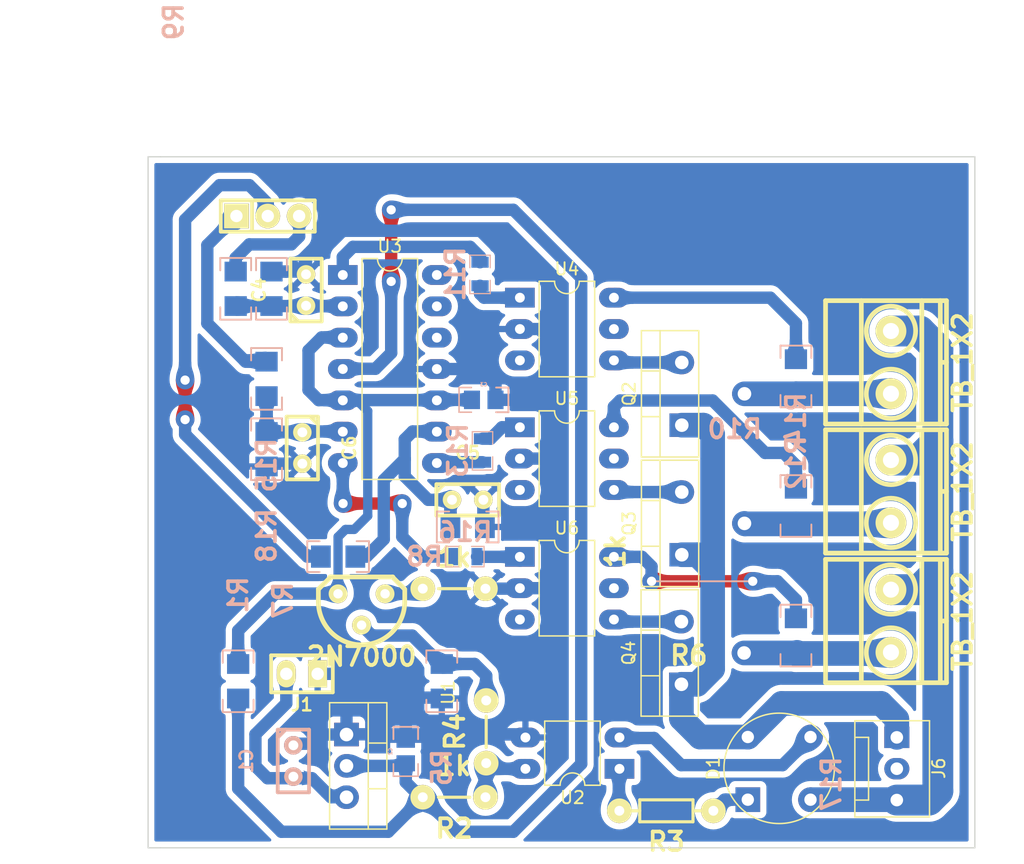
<source format=kicad_pcb>
(kicad_pcb (version 20211014) (generator pcbnew)
  (layers (0 "F.Cu" signal) (31 "B.Cu" signal) (34 "B.Paste" user) (35 "F.Paste" user) (36 "B.SilkS" user "B.Silkscreen") (37 "F.SilkS" user "F.Silkscreen") (38 "B.Mask" user) (39 "F.Mask" user) (44 "Edge.Cuts" user))
  (net 0 "")
  (net 1 "+12V")
  (net 2 "GND")
  (net 3 "+5V")
  (net 4 "/OUT")
  (net 5 "AC")
  (net 6 "Earth")
  (net 7 "/Int3")
  (net 8 "/Int2")
  (net 9 "/Int1")
  (net 10 "Net-(Q2-Pad3)")
  (net 11 "Net-(Q3-Pad3)")
  (net 12 "/OUT_1")
  (net 13 "/OUT_2")
  (net 14 "/OUT_3")
  (net 19 "Net-(J5-Pad1)")
  (net 20 "Net-(C4-Pad1)")
  (net 21 "Net-(C5-Pad1)")
  (net 22 "Net-(C6-Pad1)")
  (net 23 "Net-(D1-Pad3)")
  (net 24 "Net-(D1-Pad1)")
  (net 25 "Net-(J2-Pad1)")
  (net 26 "Net-(J4-Pad1)")
  (net 28 "Net-(Q1-Pad2)")
  (net 29 "Net-(Q1-Pad1)")
  (net 30 "Net-(Q4-Pad3)")
  (net 31 "Net-(R2-Pad2)")
  (net 32 "Net-(R3-Pad2)")
  (net 33 "Net-(R11-Pad2)")
  (net 34 "Net-(R12-Pad1)")
  (net 35 "Net-(R13-Pad1)")
  (net 36 "Net-(R14-Pad2)")
  (net 37 "Net-(R16-Pad1)")
  (net 38 "Net-(R17-Pad2)")
  (footprint "MacroLib:DIP-6" (layer "F.Cu") (at 150.13 89.42)
    (fp_text reference "U4")
    (fp_text value "MOC3020M")
  )
  (footprint "EESTN5:CAP_0.1" (layer "F.Cu") (at 132.5 101.6 -90)
    (fp_text reference "C6")
    (fp_text value "1uf" hide)
  )
  (footprint "EESTN5:BORNERA2" (layer "F.Cu") (at 180.2 105.12 90)
    (fp_text reference "J4" hide)
    (fp_text value "TB_1X2")
  )
  (footprint "EESTN5:to92" (layer "F.Cu") (at 137.3 114.05 180)
    (fp_text reference "Q1" hide)
    (fp_text value "2N7000")
  )
  (footprint "MacroLib:DIP-6" (layer "F.Cu") (at 150.13 110.42)
    (fp_text reference "U6")
    (fp_text value "MOC3020M")
  )
  (footprint "MacroLib:TO-220-3_Vertical_ac" (layer "F.Cu") (at 163.22 120.75 90)
    (fp_text reference "Q4")
    (fp_text value "BTA06-600C")
  )
  (footprint "MacroLib:FanPinHeader_1x03_P2.54mm_Vertical" (layer "F.Cu") (at 180.675 125.05 -90)
    (fp_text reference "J6")
    (fp_text value "Conn_01x03_Female")
  )
  (footprint "EESTN5:RES0.2" (layer "F.Cu") (at 144.8 113)
    (fp_text reference "R6")
    (fp_text value "1k")
  )
  (footprint "EESTN5:CAP_0.1" (layer "F.Cu") (at 132.8 88.8 90)
    (fp_text reference "C4")
    (fp_text value "1uf" hide)
  )
  (footprint "MacroLib:TO-220-3_Vertical_ac" (layer "F.Cu") (at 163.25 99.75 90)
    (fp_text reference "Q2")
    (fp_text value "BTA06-600C")
  )
  (footprint "EESTN5:BORNERA2" (layer "F.Cu") (at 180.2 115.62 90)
    (fp_text reference "J5" hide)
    (fp_text value "TB_1X2")
  )
  (footprint "MacroLib:DIP-6" (layer "F.Cu") (at 150.13 99.92)
    (fp_text reference "U5")
    (fp_text value "MOC3020M")
  )
  (footprint "EESTN5:BORNERA2" (layer "F.Cu") (at 180.2 94.66 90)
    (fp_text reference "J2" hide)
    (fp_text value "TB_1X2")
  )
  (footprint "MacroLib:DIP-14" (layer "F.Cu") (at 135.78 87.58)
    (fp_text reference "U3")
    (fp_text value "LM324")
  )
  (footprint "EESTN5:RES0.2" (layer "F.Cu") (at 144.8 129.9)
    (fp_text reference "R2")
    (fp_text value "1k")
  )
  (footprint "MacroLib:TO-220-3_Vertical" (layer "F.Cu") (at 136.08 124.82 -90)
    (fp_text reference "U1")
    (fp_text value "LM78XX")
  )
  (footprint "EESTN5:RES0.3" (layer "F.Cu") (at 162 131 180)
    (fp_text reference "R3")
    (fp_text value "33k" hide)
  )
  (footprint "MacroLib:DIP-4" (layer "F.Cu") (at 158.2 127.6 180)
    (fp_text reference "U2")
    (fp_text value "PC817")
  )
  (footprint "EESTN5:RES0.2" (layer "F.Cu") (at 147.4 124.6 -90)
    (fp_text reference "R4")
    (fp_text value "1k")
  )
  (footprint "EESTN5:Diode_Bridge_Round_D8.9mm" (layer "F.Cu") (at 171.14 127.56 90)
    (fp_text reference "D1")
    (fp_text value "D_Bridge_+A-A" hide)
  )
  (footprint "EESTN5:CAP_0.1" (layer "F.Cu") (at 145.9 105.8)
    (fp_text reference "C5")
    (fp_text value "1uf" hide)
  )
  (footprint "MacroLib:TO-220-3_Vertical_ac" (layer "F.Cu") (at 163.25 110.25 90)
    (fp_text reference "Q3")
    (fp_text value "BTA06-600C")
  )
  (footprint "EESTN5:Pin_Strip_3" (layer "F.Cu") (at 129.7 82.8)
    (fp_text reference "J3" hide)
    (fp_text value "Conn_01X03" hide)
  )
  (footprint "EESTN5:Pin_strip_2" (layer "F.Cu") (at 132.47 119.9 180)
    (fp_text reference "J1")
    (fp_text value "Conn_01x02_Female" hide)
  )
  (footprint "EESTN5:R_1206" (layer "B.Cu") (at 129.6 96 90)
    (fp_text reference "R15")
    (fp_text value "10k" hide)
  )
  (footprint "EESTN5:R_1206" (layer "B.Cu") (at 130 88.7 -90)
    (fp_text reference "R9")
    (fp_text value "470k" hide)
  )
  (footprint "EESTN5:R_0805" (layer "B.Cu") (at 145.7 110.4 180)
    (fp_text reference "R16")
    (fp_text value "220" hide)
  )
  (footprint "EESTN5:R_0805" (layer "B.Cu") (at 147.1 101.8 -90)
    (fp_text reference "R13")
    (fp_text value "220" hide)
  )
  (footprint "EESTN5:R_1206" (layer "B.Cu") (at 127.3 120.503 -90)
    (fp_text reference "R1")
    (fp_text value "100k" hide)
  )
  (footprint "EESTN5:R_1206" (layer "B.Cu") (at 172.5 106.3 -90)
    (fp_text reference "R14")
    (fp_text value "180" hide)
  )
  (footprint "EESTN5:R_1206" (layer "B.Cu") (at 172.5 95.803 90)
    (fp_text reference "R12")
    (fp_text value "180" hide)
  )
  (footprint "EESTN5:R_1206" (layer "B.Cu") (at 172.5 116.8 -90)
    (fp_text reference "R17")
    (fp_text value "180" hide)
  )
  (footprint "EESTN5:R_1206" (layer "B.Cu") (at 129.6 101.7 90)
    (fp_text reference "R18")
    (fp_text value "470k" hide)
  )
  (footprint "EESTN5:R_1206" (layer "B.Cu") (at 143.8 120.503 90)
    (fp_text reference "R5")
    (fp_text value "10k" hide)
  )
  (footprint "EESTN5:R_0805" (layer "B.Cu") (at 146.9 87.5 -90)
    (fp_text reference "R11")
    (fp_text value "220" hide)
  )
  (footprint "EESTN5:R_1206" (layer "B.Cu") (at 135.4 110.4 180)
    (fp_text reference "R8")
    (fp_text value "10k" hide)
  )
  (footprint "EESTN5:C_0805" (layer "B.Cu") (at 147.2 97.7 180)
    (fp_text reference "C3")
    (fp_text value "100nf" hide)
  )
  (footprint "EESTN5:R_1206" (layer "B.Cu") (at 145.9 108 180)
    (fp_text reference "R10")
    (fp_text value "470k" hide)
  )
  (footprint "EESTN5:C_0805" (layer "B.Cu") (at 140.88 126.197 -90)
    (fp_text reference "C2")
    (fp_text value "100nf" hide)
  )
  (footprint "EESTN5:CAP_0.1" (layer "B.Cu") (at 131.775 126.963 -90)
    (fp_text reference "C1")
    (fp_text value "220nf" hide)
  )
  (footprint "EESTN5:R_1206" (layer "B.Cu") (at 127.1 88.7 90)
    (fp_text reference "R7")
    (fp_text value "10k" hide)
  )
  (gr_line (start 160.8 112.4) (end 169 112.4) (layer "B.SilkS") (width 0.15))
  (gr_line (start 120 78) (end 120 134) (layer "Edge.Cuts") (width 0.1))
  (gr_line (start 120 134) (end 121 134) (layer "Edge.Cuts") (width 0.1))
  (gr_line (start 187 78) (end 121 78) (layer "Edge.Cuts") (width 0.1))
  (gr_line (start 121 78) (end 120 78) (layer "Edge.Cuts") (width 0.1))
  (gr_line (start 187 134) (end 187 78) (layer "Edge.Cuts") (width 0.1))
  (gr_line (start 121 134) (end 187 134) (layer "Edge.Cuts") (width 0.1))
  (segment (start 134.815 129.9) (end 133.275 128.36) (width 1) (layer "B.Cu") (net 1))
  (segment (start 131.2 119.9) (end 131.2 122.3) (width 1) (layer "B.Cu") (net 1))
  (segment (start 136.08 129.9) (end 134.815 129.9) (width 1) (layer "B.Cu") (net 1))
  (segment (start 128.7 127.385) (end 129.675 128.36) (width 1) (layer "B.Cu") (net 1))
  (segment (start 131.2 122.3) (end 128.7 124.8) (width 1) (layer "B.Cu") (net 1))
  (segment (start 131.565 128.15) (end 131.775 128.36) (width 1) (layer "B.Cu") (net 1))
  (segment (start 129.675 128.36) (end 131.775 128.36) (width 1) (layer "B.Cu") (net 1))
  (segment (start 133.275 128.36) (end 131.775 128.36) (width 1) (layer "B.Cu") (net 1))
  (segment (start 128.7 124.8) (end 128.7 127.385) (width 1) (layer "B.Cu") (net 1))
  (segment (start 131.197 87.303) (end 129.803 87.303) (width 1) (layer "B.Cu") (net 2))
  (segment (start 129.803 87.303) (end 129.8 87.3) (width 1) (layer "B.Cu") (net 2))
  (segment (start 150.09 113) (end 150.13 112.96) (width 1) (layer "B.Cu") (net 2))
  (segment (start 135 84) (end 148.4 84) (width 1) (layer "B.Cu") (net 2))
  (segment (start 131.197 87.303) (end 132.573 87.303) (width 1) (layer "B.Cu") (net 2))
  (segment (start 151.71 91.96) (end 153 93.25) (width 1) (layer "B.Cu") (net 2))
  (segment (start 136.08 120.88) (end 136.08 124.82) (width 1) (layer "B.Cu") (net 2))
  (segment (start 132.7 86.3) (end 135 84) (width 1) (layer "B.Cu") (net 2))
  (segment (start 148.4 84) (end 153 88.6) (width 1) (layer "B.Cu") (net 2))
  (segment (start 148.1525 96.4525) (end 146.9 95.2) (width 1) (layer "B.Cu") (net 2))
  (segment (start 143.745 121.83) (end 141.87 121.83) (width 1) (layer "B.Cu") (net 2))
  (segment (start 147.17 107.873) (end 147.297 108) (width 1) (layer "B.Cu") (net 2))
  (segment (start 132.5 102.87) (end 129.827 102.87) (width 1) (layer "B.Cu") (net 2))
  (segment (start 153 96.8) (end 153 101.75) (width 1) (layer "B.Cu") (net 2))
  (segment (start 133.569 125.566) (end 131.775 125.566) (width 1) (layer "B.Cu") (net 2))
  (segment (start 150.13 91.96) (end 151.71 91.96) (width 1) (layer "B.Cu") (net 2))
  (segment (start 140.88 125.2445) (end 140.88 124.8) (width 1) (layer "B.Cu") (net 2))
  (segment (start 147.34 113) (end 150.09 113) (width 1) (layer "B.Cu") (net 2))
  (segment (start 153 101.75) (end 152.29 102.46) (width 1) (layer "B.Cu") (net 2))
  (segment (start 150.54 125.06) (end 150.28 124.8) (width 1) (layer "B.Cu") (net 2))
  (segment (start 136.045 124.785) (end 136.08 124.82) (width 1) (layer "B.Cu") (net 2))
  (segment (start 146.9 95.2) (end 143.4 95.2) (width 1) (layer "B.Cu") (net 2))
  (segment (start 148.1525 97.7) (end 152.1 97.7) (width 1) (layer "B.Cu") (net 2))
  (segment (start 136.1 124.8) (end 136.08 124.82) (width 1) (layer "B.Cu") (net 2))
  (segment (start 136.08 124.82) (end 134.315 124.82) (width 1) (layer "B.Cu") (net 2))
  (segment (start 129.827 102.87) (end 129.6 103.097) (width 1) (layer "B.Cu") (net 2))
  (segment (start 131.731 125.61) (end 131.775 125.566) (width 1) (layer "B.Cu") (net 2))
  (segment (start 153 88.6) (end 153 93.25) (width 1) (layer "B.Cu") (net 2))
  (segment (start 132.8 86.4) (end 132.7 86.3) (width 1) (layer "B.Cu") (net 2))
  (segment (start 150.28 124.8) (end 150.58 125.1) (width 1) (layer "B.Cu") (net 2))
  (segment (start 130 87.303) (end 131.197 87.303) (width 1) (layer "B.Cu") (net 2))
  (segment (start 134.315 124.82) (end 133.569 125.566) (width 1) (layer "B.Cu") (net 2))
  (segment (start 153 112) (end 153 101.75) (width 1) (layer "B.Cu") (net 2))
  (segment (start 152.29 102.46) (end 150.13 102.46) (width 1) (layer "B.Cu") (net 2))
  (segment (start 135.1 119.9) (end 136.08 120.88) (width 1) (layer "B.Cu") (net 2))
  (segment (start 132.573 87.303) (end 132.8 87.53) (width 1) (layer "B.Cu") (net 2))
  (segment (start 140.88 124.8) (end 150.28 124.8) (width 1) (layer "B.Cu") (net 2))
  (segment (start 133.74 119.9) (end 135.1 119.9) (width 1) (layer "B.Cu") (net 2))
  (segment (start 132.7 87.303) (end 132.7 86.3) (width 1) (layer "B.Cu") (net 2))
  (segment (start 132.8 87.53) (end 132.8 86.4) (width 1) (layer "B.Cu") (net 2))
  (segment (start 152.04 112.96) (end 153 112) (width 1) (layer "B.Cu") (net 2))
  (segment (start 141.87 121.83) (end 140.88 122.82) (width 1) (layer "B.Cu") (net 2))
  (segment (start 140.88 124.8) (end 136.1 124.8) (width 1) (layer "B.Cu") (net 2))
  (segment (start 150.13 112.96) (end 152.04 112.96) (width 1) (layer "B.Cu") (net 2))
  (segment (start 140.88 122.82) (end 140.88 124.8) (width 1) (layer "B.Cu") (net 2))
  (segment (start 150.58 125.06) (end 150.54 125.06) (width 1) (layer "B.Cu") (net 2))
  (segment (start 148.1525 97.7) (end 148.1525 96.4525) (width 1) (layer "B.Cu") (net 2))
  (segment (start 153 93.25) (end 153 96.8) (width 1) (layer "B.Cu") (net 2))
  (segment (start 147.17 105.8) (end 147.17 107.873) (width 1) (layer "B.Cu") (net 2))
  (segment (start 152.1 97.7) (end 153 96.8) (width 1) (layer "B.Cu") (net 2))
  (segment (start 139.7 88.1) (end 139.7 82.3) (width 1) (layer "F.Cu") (net 3))
  (via (at 139.7 82.3) (size 1.5) (drill 0.75) (layers "F.Cu" "B.Cu") (net 3))
  (via (at 139.7 88.1) (size 1.5) (drill 0.75) (layers "F.Cu" "B.Cu") (net 3))
  (segment (start 155.1 127.2) (end 149.6 132.7) (width 1) (layer "B.Cu") (net 3))
  (segment (start 138.42 95.18) (end 135.78 95.18) (width 1) (layer "B.Cu") (net 3))
  (segment (start 149.6 132.7) (end 145.06 132.7) (width 1) (layer "B.Cu") (net 3))
  (segment (start 136.08 127.36) (end 140.646 127.36) (width 1) (layer "B.Cu") (net 3))
  (segment (start 139.46 132.7) (end 130.8 132.7) (width 1) (layer "B.Cu") (net 3))
  (segment (start 136.314 127.594) (end 136.08 127.36) (width 1) (layer "B.Cu") (net 3))
  (segment (start 127.3 121.9) (end 127.3 122.7) (width 1) (layer "B.Cu") (net 3))
  (segment (start 149.6 82.3) (end 155.1 87.8) (width 1) (layer "B.Cu") (net 3))
  (segment (start 145.06 132.7) (end 142.26 129.9) (width 1) (layer "B.Cu") (net 3))
  (segment (start 142.1 129.9) (end 140.88 128.68) (width 1) (layer "B.Cu") (net 3))
  (segment (start 142.26 129.9) (end 142.1 129.9) (width 1) (layer "B.Cu") (net 3))
  (segment (start 142.26 129.9) (end 139.46 132.7) (width 1) (layer "B.Cu") (net 3))
  (segment (start 140.88 128.68) (end 140.88 127.1495) (width 1) (layer "B.Cu") (net 3))
  (segment (start 127.3 121.8) (end 127.3 122.7) (width 1) (layer "B.Cu") (net 3))
  (segment (start 139.7 93.9) (end 138.42 95.18) (width 1) (layer "B.Cu") (net 3))
  (segment (start 139.7 82.3) (end 149.6 82.3) (width 1) (layer "B.Cu") (net 3))
  (segment (start 130.8 132.7) (end 127.3 129.2) (width 1) (layer "B.Cu") (net 3))
  (segment (start 139.7 93.9) (end 139.7 88.1) (width 1) (layer "B.Cu") (net 3))
  (segment (start 127.3 129.2) (end 127.3 122.7) (width 1) (layer "B.Cu") (net 3))
  (segment (start 155.1 87.8) (end 155.1 127.2) (width 1) (layer "B.Cu") (net 3))
  (segment (start 130.3 113.4) (end 135.38 113.4) (width 1) (layer "B.Cu") (net 4))
  (segment (start 141.62 97.72) (end 143.4 97.72) (width 1) (layer "B.Cu") (net 4))
  (segment (start 135.78 97.72) (end 133.82 97.72) (width 1) (layer "B.Cu") (net 4))
  (segment (start 135.78 97.72) (end 136.92 97.72) (width 0.75) (layer "B.Cu") (net 4))
  (segment (start 136.7 108.2) (end 136 108.2) (width 0.75) (layer "B.Cu") (net 4))
  (segment (start 133 96.9) (end 133 93.7) (width 1) (layer "B.Cu") (net 4))
  (segment (start 133 93.7) (end 134.06 92.64) (width 1) (layer "B.Cu") (net 4))
  (segment (start 127.3 119.106) (end 127.3 116.4) (width 1) (layer "B.Cu") (net 4))
  (segment (start 146.2475 97.7) (end 143.44 97.7) (width 1) (layer "B.Cu") (net 4))
  (segment (start 135.395 108.805) (end 135.395 113.415) (width 0.75) (layer "B.Cu") (net 4))
  (segment (start 135.78 97.72) (end 141.62 97.72) (width 1) (layer "B.Cu") (net 4))
  (segment (start 136 108.2) (end 135.395 108.805) (width 0.75) (layer "B.Cu") (net 4))
  (segment (start 127.3 116.4) (end 130.3 113.4) (width 1) (layer "B.Cu") (net 4))
  (segment (start 135.38 113.4) (end 135.395 113.415) (width 1) (layer "B.Cu") (net 4))
  (segment (start 133.82 97.72) (end 133 96.9) (width 1) (layer "B.Cu") (net 4))
  (segment (start 136.92 97.72) (end 137.8 98.6) (width 0.75) (layer "B.Cu") (net 4))
  (segment (start 143.44 97.7) (end 143.4 97.74) (width 1) (layer "B.Cu") (net 4))
  (segment (start 137.8 98.6) (end 137.8 107.1) (width 0.75) (layer "B.Cu") (net 4))
  (segment (start 134.06 92.64) (end 135.78 92.64) (width 1) (layer "B.Cu") (net 4))
  (segment (start 137.8 107.1) (end 136.7 108.2) (width 0.75) (layer "B.Cu") (net 4))
  (segment (start 164.5 110.25) (end 163.25 110.25) (width 2) (layer "B.Cu") (net 5))
  (segment (start 165.75 111.5) (end 165.75 100.5) (width 2) (layer "B.Cu") (net 5))
  (segment (start 164.5 120.75) (end 165.75 119.5) (width 2) (layer "B.Cu") (net 5))
  (segment (start 163.22 123.52) (end 163.22 120.75) (width 2) (layer "B.Cu") (net 5))
  (segment (start 165.75 100.5) (end 165 99.75) (width 2) (layer "B.Cu") (net 5))
  (segment (start 164.72 125.02) (end 163.22 123.52) (width 2) (layer "B.Cu") (net 5))
  (segment (start 165.75 111.5) (end 164.5 110.25) (width 2) (layer "B.Cu") (net 5))
  (segment (start 171.34 122.3) (end 168.62 125.02) (width 2) (layer "B.Cu") (net 5))
  (segment (start 165.75 119.5) (end 165.75 111.5) (width 2) (layer "B.Cu") (net 5))
  (segment (start 180.675 125.05) (end 180.675 123.575) (width 2) (layer "B.Cu") (net 5))
  (segment (start 168.62 125.02) (end 164.72 125.02) (width 2) (layer "B.Cu") (net 5))
  (segment (start 165 99.75) (end 163.25 99.75) (width 2) (layer "B.Cu") (net 5))
  (segment (start 180.675 123.575) (end 179.4 122.3) (width 2) (layer "B.Cu") (net 5))
  (segment (start 163.22 120.75) (end 164.5 120.75) (width 2) (layer "B.Cu") (net 5))
  (segment (start 179.4 122.3) (end 171.34 122.3) (width 2) (layer "B.Cu") (net 5))
  (segment (start 180.2 102.58) (end 182.42 102.58) (width 2.5) (layer "B.Cu") (net 6))
  (segment (start 184 93.6) (end 184 101) (width 2.5) (layer "B.Cu") (net 6))
  (segment (start 173.7 130.1) (end 180.645 130.1) (width 2) (layer "B.Cu") (net 6))
  (segment (start 180.2 113.08) (end 182.52 113.08) (width 2.5) (layer "B.Cu") (net 6))
  (segment (start 184 129.4) (end 183.27 130.13) (width 2.5) (layer "B.Cu") (net 6))
  (segment (start 184 101) (end 184 111.6) (width 2.5) (layer "B.Cu") (net 6))
  (segment (start 182.52 92.12) (end 184 93.6) (width 2.5) (layer "B.Cu") (net 6))
  (segment (start 182.52 113.08) (end 184 111.6) (width 2.5) (layer "B.Cu") (net 6))
  (segment (start 183.27 130.13) (end 180.675 130.13) (width 2.5) (layer "B.Cu") (net 6))
  (segment (start 182.42 102.58) (end 184 101) (width 2.5) (layer "B.Cu") (net 6))
  (segment (start 180.645 130.1) (end 180.675 130.13) (width 2) (layer "B.Cu") (net 6))
  (segment (start 184 111.6) (end 184 129.4) (width 2.5) (layer "B.Cu") (net 6))
  (segment (start 180.2 92.12) (end 182.52 92.12) (width 2.5) (layer "B.Cu") (net 6))
  (segment (start 124.8 91.5) (end 124.8 85.16) (width 1) (layer "B.Cu") (net 7))
  (segment (start 129.6 94.503) (end 127.803 94.503) (width 1) (layer "B.Cu") (net 7))
  (segment (start 129.6 94.603) (end 127.903 94.603) (width 1) (layer "B.Cu") (net 7))
  (segment (start 127.903 94.603) (end 127.803 94.503) (width 1) (layer "B.Cu") (net 7))
  (segment (start 124.8 85.16) (end 127.16 82.8) (width 1) (layer "B.Cu") (net 7))
  (segment (start 127.803 94.503) (end 124.8 91.5) (width 1) (layer "B.Cu") (net 7))
  (segment (start 123 99.3) (end 123 96.1) (width 1) (layer "F.Cu") (net 8))
  (via (at 123 96.1) (size 1.5) (drill 0.75) (layers "F.Cu" "B.Cu") (net 8))
  (via (at 123 99.3) (size 1.5) (drill 0.75) (layers "F.Cu" "B.Cu") (net 8))
  (segment (start 123 83.1) (end 125.8 80.3) (width 1) (layer "B.Cu") (net 8))
  (segment (start 123 96.1) (end 123 83.1) (width 1) (layer "B.Cu") (net 8))
  (segment (start 129.7 81.8) (end 129.7 82.8) (width 1) (layer "B.Cu") (net 8))
  (segment (start 123 100.5) (end 132.9 110.4) (width 1) (layer "B.Cu") (net 8))
  (segment (start 128.2 80.3) (end 129.7 81.8) (width 1) (layer "B.Cu") (net 8))
  (segment (start 123 99.3) (end 123 100.5) (width 1) (layer "B.Cu") (net 8))
  (segment (start 132.9 110.4) (end 134 110.4) (width 1) (layer "B.Cu") (net 8))
  (segment (start 125.8 80.3) (end 128.2 80.3) (width 1) (layer "B.Cu") (net 8))
  (segment (start 127.1 87.303) (end 127.1 86.2) (width 1) (layer "B.Cu") (net 9))
  (segment (start 132.24 84.46) (end 132.24 82.8) (width 1) (layer "B.Cu") (net 9))
  (segment (start 127.1 87.306) (end 127.1 86.2) (width 1) (layer "B.Cu") (net 9))
  (segment (start 127.1 86.2) (end 128.2 85.1) (width 1) (layer "B.Cu") (net 9))
  (segment (start 128.2 85.1) (end 131.6 85.1) (width 1) (layer "B.Cu") (net 9))
  (segment (start 131.6 85.1) (end 132.24 84.46) (width 1) (layer "B.Cu") (net 9))
  (segment (start 163.25 94.67) (end 157.92 94.67) (width 1) (layer "B.Cu") (net 10))
  (segment (start 157.965 94.67) (end 157.795 94.5) (width 1) (layer "B.Cu") (net 10))
  (segment (start 157.92 94.67) (end 157.75 94.5) (width 1) (layer "B.Cu") (net 10))
  (segment (start 158.17 105.17) (end 158 105) (width 1) (layer "B.Cu") (net 11))
  (segment (start 163.25 105.17) (end 157.92 105.17) (width 1) (layer "B.Cu") (net 11))
  (segment (start 157.92 105.17) (end 157.75 105) (width 1) (layer "B.Cu") (net 11))
  (segment (start 146.9 86.1) (end 146.1 85.3) (width 1) (layer "B.Cu") (net 12))
  (segment (start 135.78 87.56) (end 135.8 87.54) (width 1) (layer "B.Cu") (net 12))
  (segment (start 136.6 85.3) (end 135.78 86.12) (width 1) (layer "B.Cu") (net 12))
  (segment (start 146.1 85.3) (end 136.6 85.3) (width 1) (layer "B.Cu") (net 12))
  (segment (start 146.9 86.5475) (end 146.9 86.1) (width 1) (layer "B.Cu") (net 12))
  (segment (start 135.78 86.12) (end 135.78 87.56) (width 1) (layer "B.Cu") (net 12))
  (segment (start 143.4675 102.7525) (end 143.4 102.82) (width 1) (layer "B.Cu") (net 13))
  (segment (start 147.1 102.7525) (end 143.4675 102.7525) (width 1) (layer "B.Cu") (net 13))
  (segment (start 143.406 102.794) (end 143.4 102.8) (width 1) (layer "B.Cu") (net 13))
  (segment (start 135.8 106.1) (end 140.6 106.1) (width 1) (layer "F.Cu") (net 14))
  (via (at 135.8 106.1) (size 1.5) (drill 0.75) (layers "F.Cu" "B.Cu") (net 14))
  (via (at 140.6 106.1) (size 1.5) (drill 0.75) (layers "F.Cu" "B.Cu") (net 14))
  (segment (start 135.78 106.08) (end 135.8 106.1) (width 1) (layer "B.Cu") (net 14))
  (segment (start 142.2 110.4) (end 140.6 108.8) (width 1) (layer "B.Cu") (net 14))
  (segment (start 135.78 102.8) (end 135.78 106.08) (width 1) (layer "B.Cu") (net 14))
  (segment (start 144.7475 110.4) (end 142.2 110.4) (width 1) (layer "B.Cu") (net 14))
  (segment (start 140.6 108.8) (end 140.6 106.1) (width 1) (layer "B.Cu") (net 14))
  (segment (start 172.46 118.21) (end 172.5 118.25) (width 2) (layer "B.Cu") (net 19))
  (segment (start 172.5 118.25) (end 180.11 118.25) (width 2) (layer "B.Cu") (net 19))
  (segment (start 168.3 118.21) (end 172.46 118.21) (width 2) (layer "B.Cu") (net 19))
  (segment (start 172.59 118.16) (end 172.5 118.25) (width 2) (layer "B.Cu") (net 19))
  (segment (start 180.11 118.25) (end 180.2 118.16) (width 2) (layer "B.Cu") (net 19))
  (segment (start 135.78 90.1) (end 132.703 90.1) (width 1) (layer "B.Cu") (net 20))
  (segment (start 132.7 90.097) (end 132.703 90.1) (width 1) (layer "B.Cu") (net 20))
  (segment (start 127.1 90.097) (end 132.7 90.097) (width 1) (layer "B.Cu") (net 20))
  (segment (start 139.1 104.2) (end 140.8 102.5) (width 1) (layer "B.Cu") (net 21))
  (segment (start 141.44 100.26) (end 143.4 100.26) (width 1) (layer "B.Cu") (net 21))
  (segment (start 144.63 105.8) (end 144.63 105.627) (width 1) (layer "B.Cu") (net 21))
  (segment (start 140.8 102.5) (end 140.8 100.9) (width 1) (layer "B.Cu") (net 21))
  (segment (start 140.8 100.9) (end 141.44 100.26) (width 1) (layer "B.Cu") (net 21))
  (segment (start 142.7 105.8) (end 144.63 105.8) (width 1) (layer "B.Cu") (net 21))
  (segment (start 144.503 106.803) (end 144.503 105.5) (width 1) (layer "B.Cu") (net 21))
  (segment (start 139.1 109) (end 139.1 104.2) (width 1) (layer "B.Cu") (net 21))
  (segment (start 137.7 110.4) (end 139.1 109) (width 1) (layer "B.Cu") (net 21))
  (segment (start 144.503 108) (end 144.503 106.803) (width 1) (layer "B.Cu") (net 21))
  (segment (start 140.8 102.5) (end 140.8 103.9) (width 1) (layer "B.Cu") (net 21))
  (segment (start 136.794 110.4) (end 137.7 110.4) (width 1) (layer "B.Cu") (net 21))
  (segment (start 140.8 103.9) (end 142.7 105.8) (width 1) (layer "B.Cu") (net 21))
  (segment (start 144.503 108.25) (end 144.503 106.803) (width 1) (layer "B.Cu") (net 21))
  (segment (start 132.443 100.26) (end 135.78 100.26) (width 1) (layer "B.Cu") (net 22))
  (segment (start 129.6 100.303) (end 132.4 100.303) (width 1) (layer "B.Cu") (net 22))
  (segment (start 132.4 100.303) (end 132.443 100.26) (width 1) (layer "B.Cu") (net 22))
  (segment (start 129.6 100.303) (end 129.6 97.297) (width 1) (layer "B.Cu") (net 22))
  (segment (start 158.2 125.1) (end 161 125.1) (width 1) (layer "B.Cu") (net 23))
  (segment (start 171.42 127.3) (end 173.7 125.02) (width 1) (layer "B.Cu") (net 23))
  (segment (start 161 125.1) (end 163.2 127.3) (width 1) (layer "B.Cu") (net 23))
  (segment (start 163.2 127.3) (end 171.42 127.3) (width 1) (layer "B.Cu") (net 23))
  (segment (start 168.6 130.1) (end 166.71 130.1) (width 1) (layer "B.Cu") (net 24))
  (segment (start 166.71 130.1) (end 165.81 131) (width 1) (layer "B.Cu") (net 24))
  (segment (start 168.33 97.21) (end 172.49 97.21) (width 2) (layer "B.Cu") (net 25))
  (segment (start 180.2 97.2) (end 172.5 97.2) (width 2) (layer "B.Cu") (net 25))
  (segment (start 172.49 97.21) (end 172.5 97.2) (width 2) (layer "B.Cu") (net 25))
  (segment (start 168.37 107.75) (end 168.33 107.71) (width 2) (layer "B.Cu") (net 26))
  (segment (start 172.5 107.75) (end 180.11 107.75) (width 2) (layer "B.Cu") (net 26))
  (segment (start 172.5 107.75) (end 168.37 107.75) (width 2) (layer "B.Cu") (net 26))
  (segment (start 180.11 107.75) (end 180.2 107.66) (width 2) (layer "B.Cu") (net 26))
  (segment (start 143.8 119.2) (end 141.4 116.8) (width 1) (layer "B.Cu") (net 28))
  (segment (start 147.4 120.04) (end 146.46 119.1) (width 1) (layer "B.Cu") (net 28))
  (segment (start 143.806 119.2) (end 143.8 119.206) (width 1) (layer "B.Cu") (net 28))
  (segment (start 143.8 119.206) (end 143.8 119.2) (width 1) (layer "B.Cu") (net 28))
  (segment (start 147.4 122.06) (end 147.4 120.04) (width 1) (layer "B.Cu") (net 28))
  (segment (start 143.806 119.1) (end 143.8 119.106) (width 1) (layer "B.Cu") (net 28))
  (segment (start 141.4 116.8) (end 138.145 116.8) (width 1) (layer "B.Cu") (net 28))
  (segment (start 146.46 119.1) (end 143.806 119.1) (width 1) (layer "B.Cu") (net 28))
  (segment (start 138.145 116.8) (end 137.3 115.955) (width 1) (layer "B.Cu") (net 28))
  (segment (start 141.845 113.415) (end 142.26 113) (width 1) (layer "B.Cu") (net 29))
  (segment (start 139.205 113.415) (end 141.845 113.415) (width 1) (layer "B.Cu") (net 29))
  (segment (start 163.22 115.67) (end 157.92 115.67) (width 1) (layer "B.Cu") (net 30))
  (segment (start 157.92 115.67) (end 157.75 115.5) (width 1) (layer "B.Cu") (net 30))
  (segment (start 147.86 127.6) (end 147.4 127.14) (width 1) (layer "B.Cu") (net 31))
  (segment (start 150.54 127.64) (end 150.58 127.6) (width 1) (layer "B.Cu") (net 31))
  (segment (start 147.34 129.9) (end 147.34 127.2) (width 1) (layer "B.Cu") (net 31))
  (segment (start 150.58 127.6) (end 147.86 127.6) (width 1) (layer "B.Cu") (net 31))
  (segment (start 147.34 127.2) (end 147.4 127.14) (width 1) (layer "B.Cu") (net 31))
  (segment (start 147.34 127.7) (end 147.4 127.64) (width 1) (layer "B.Cu") (net 31))
  (segment (start 158.156 131.14) (end 158.156 127.684) (width 1) (layer "B.Cu") (net 32))
  (segment (start 158.156 127.684) (end 158.2 127.64) (width 1) (layer "B.Cu") (net 32))
  (segment (start 147.22 89.42) (end 150.13 89.42) (width 1) (layer "B.Cu") (net 33))
  (segment (start 146.9 88.4525) (end 146.9 89.1) (width 1) (layer "B.Cu") (net 33))
  (segment (start 146.9 89.1) (end 147.22 89.42) (width 1) (layer "B.Cu") (net 33))
  (segment (start 170.42 89.42) (end 157.75 89.42) (width 1) (layer "B.Cu") (net 34))
  (segment (start 172.5 94.3) (end 172.5 91.5) (width 1) (layer "B.Cu") (net 34))
  (segment (start 172.5 91.5) (end 170.42 89.42) (width 1) (layer "B.Cu") (net 34))
  (segment (start 147.1 100.8475) (end 147.7525 100.8475) (width 1) (layer "B.Cu") (net 35))
  (segment (start 147.7525 100.8475) (end 148.68 99.92) (width 1) (layer "B.Cu") (net 35))
  (segment (start 148.68 99.92) (end 150.13 99.92) (width 1) (layer "B.Cu") (net 35))
  (segment (start 172.5 103) (end 172.5 104.956) (width 1) (layer "B.Cu") (net 36))
  (segment (start 172.706 104.75) (end 172.5 104.956) (width 1) (layer "B.Cu") (net 36))
  (segment (start 170 102) (end 171.5 102) (width 1) (layer "B.Cu") (net 36))
  (segment (start 165.75 97.75) (end 170 102) (width 1) (layer "B.Cu") (net 36))
  (segment (start 157.75 99.92) (end 157.75 98.25) (width 1) (layer "B.Cu") (net 36))
  (segment (start 158.25 97.75) (end 165.75 97.75) (width 1) (layer "B.Cu") (net 36))
  (segment (start 157.75 98.25) (end 158.25 97.75) (width 1) (layer "B.Cu") (net 36))
  (segment (start 172.544 105) (end 172.5 104.956) (width 1) (layer "B.Cu") (net 36))
  (segment (start 171.5 102) (end 172.5 103) (width 1) (layer "B.Cu") (net 36))
  (segment (start 150.13 110.42) (end 146.6725 110.42) (width 1) (layer "B.Cu") (net 37))
  (segment (start 146.6725 110.42) (end 146.6525 110.4) (width 1) (layer "B.Cu") (net 37))
  (segment (start 150.171 110.721) (end 150.175 110.725) (width 1) (layer "B.Cu") (net 37))
  (segment (start 160.8 112.4) (end 169 112.4) (width 1) (layer "F.Cu") (net 38))
  (via (at 160.8 112.4) (size 1.5) (drill 0.75) (layers "F.Cu" "B.Cu") (net 38))
  (via (at 169 112.4) (size 1.5) (drill 0.75) (layers "F.Cu" "B.Cu") (net 38))
  (segment (start 172.5 115.456) (end 172.5 113.9) (width 1) (layer "B.Cu") (net 38))
  (segment (start 160.8 112.4) (end 160.8 111.2) (width 1) (layer "B.Cu") (net 38))
  (segment (start 160.8 111.2) (end 160.02 110.42) (width 1) (layer "B.Cu") (net 38))
  (segment (start 172.54 115.496) (end 172.5 115.456) (width 1) (layer "B.Cu") (net 38))
  (segment (start 172.5 113.9) (end 171 112.4) (width 1) (layer "B.Cu") (net 38))
  (segment (start 171 112.4) (end 169 112.4) (width 1) (layer "B.Cu") (net 38))
  (segment (start 160.02 110.42) (end 157.75 110.42) (width 1) (layer "B.Cu") (net 38))
  (zone (net 14) (net_name "/OUT_3") (layer "F.Cu") (priority 16962) (connect_pads yes (clearance 0)) (min_thickness 0.0254) (fill yes (thermal_gap 0.508) (thermal_bridge_width 0.508))
    (polygon (pts (xy 139.11 106.6) (xy 139.217684 106.601812) (xy 139.314889 106.607) (xy 139.402779 106.615187) (xy 139.482519 106.626) (xy 139.555272 106.639062) (xy 139.622204 106.653999) (xy 139.684478 106.670437) (xy 139.743259 106.688) (xy 139.799711 106.706312) (xy 139.855 106.725) (xy 139.910288 106.743687) (xy 139.96674 106.762) (xy 140.025521 106.779562) (xy 140.087795 106.796) (xy 140.154727 106.810937) (xy 140.22748 106.824) (xy 140.30722 106.834812) (xy 140.39511 106.843) (xy 140.492315 106.848187) (xy 140.6 106.85) (xy 140.975 106.1) (xy 140.6 105.35) (xy 140.492315 105.351812) (xy 140.39511 105.357) (xy 140.30722 105.365187) (xy 140.22748 105.376) (xy 140.154727 105.389062) (xy 140.087795 105.403999) (xy 140.025521 105.420437) (xy 139.96674 105.438) (xy 139.910288 105.456312) (xy 139.855 105.475) (xy 139.799711 105.493687) (xy 139.743259 105.512) (xy 139.684478 105.529562) (xy 139.622204 105.546) (xy 139.555272 105.560937) (xy 139.482519 105.574) (xy 139.402779 105.584812) (xy 139.314889 105.593) (xy 139.217684 105.598187) (xy 139.11 105.6)))
  )
  (zone (net 8) (net_name "/Int2") (layer "F.Cu") (priority 16962) (connect_pads yes (clearance 0)) (min_thickness 0.0254) (fill yes (thermal_gap 0.508) (thermal_bridge_width 0.508))
    (polygon (pts (xy 123.5 97.59) (xy 123.501812 97.482315) (xy 123.507 97.38511) (xy 123.515187 97.29722) (xy 123.526 97.21748) (xy 123.539062 97.144727) (xy 123.553999 97.077795) (xy 123.570437 97.015521) (xy 123.588 96.95674) (xy 123.606312 96.900288) (xy 123.625 96.845) (xy 123.643687 96.789711) (xy 123.662 96.733259) (xy 123.679562 96.674478) (xy 123.696 96.612204) (xy 123.710937 96.545272) (xy 123.724 96.472519) (xy 123.734812 96.392779) (xy 123.743 96.304889) (xy 123.748187 96.207684) (xy 123.75 96.1) (xy 123 95.725) (xy 122.25 96.1) (xy 122.251812 96.207684) (xy 122.257 96.304889) (xy 122.265187 96.392779) (xy 122.276 96.472519) (xy 122.289062 96.545272) (xy 122.303999 96.612204) (xy 122.320437 96.674478) (xy 122.338 96.733259) (xy 122.356312 96.789711) (xy 122.375 96.845) (xy 122.393687 96.900288) (xy 122.412 96.95674) (xy 122.429562 97.015521) (xy 122.446 97.077795) (xy 122.460937 97.144727) (xy 122.474 97.21748) (xy 122.484812 97.29722) (xy 122.493 97.38511) (xy 122.498187 97.482315) (xy 122.5 97.59)))
  )
  (zone (net 38) (net_name "Net-(R17-Pad2)") (layer "F.Cu") (priority 16962) (connect_pads yes (clearance 0)) (min_thickness 0.0254) (fill yes (thermal_gap 0.508) (thermal_bridge_width 0.508))
    (polygon (pts (xy 162.29 111.9) (xy 162.182315 111.898187) (xy 162.08511 111.893) (xy 161.99722 111.884812) (xy 161.91748 111.874) (xy 161.844727 111.860937) (xy 161.777795 111.845999) (xy 161.715521 111.829562) (xy 161.65674 111.812) (xy 161.600288 111.793687) (xy 161.545 111.775) (xy 161.489711 111.756312) (xy 161.433259 111.738) (xy 161.374478 111.720437) (xy 161.312204 111.704) (xy 161.245272 111.689062) (xy 161.172519 111.676) (xy 161.092779 111.665187) (xy 161.004889 111.657) (xy 160.907684 111.651812) (xy 160.8 111.65) (xy 160.425 112.4) (xy 160.8 113.15) (xy 160.907684 113.148187) (xy 161.004889 113.143) (xy 161.092779 113.134812) (xy 161.172519 113.124) (xy 161.245272 113.110937) (xy 161.312204 113.095999) (xy 161.374478 113.079562) (xy 161.433259 113.062) (xy 161.489711 113.043687) (xy 161.545 113.025) (xy 161.600288 113.006312) (xy 161.65674 112.988) (xy 161.715521 112.970437) (xy 161.777795 112.954) (xy 161.844727 112.939062) (xy 161.91748 112.926) (xy 161.99722 112.915187) (xy 162.08511 112.907) (xy 162.182315 112.901812) (xy 162.29 112.9)))
  )
  (zone (net 14) (net_name "/OUT_3") (layer "F.Cu") (priority 16962) (connect_pads yes (clearance 0)) (min_thickness 0.0254) (fill yes (thermal_gap 0.508) (thermal_bridge_width 0.508))
    (polygon (pts (xy 137.29 105.6) (xy 137.182315 105.598187) (xy 137.08511 105.593) (xy 136.99722 105.584812) (xy 136.91748 105.574) (xy 136.844727 105.560937) (xy 136.777795 105.545999) (xy 136.715521 105.529562) (xy 136.65674 105.512) (xy 136.600288 105.493687) (xy 136.545 105.475) (xy 136.489711 105.456312) (xy 136.433259 105.438) (xy 136.374478 105.420437) (xy 136.312204 105.404) (xy 136.245272 105.389062) (xy 136.172519 105.376) (xy 136.092779 105.365187) (xy 136.004889 105.357) (xy 135.907684 105.351812) (xy 135.8 105.35) (xy 135.425 106.1) (xy 135.8 106.85) (xy 135.907684 106.848187) (xy 136.004889 106.843) (xy 136.092779 106.834812) (xy 136.172519 106.824) (xy 136.245272 106.810937) (xy 136.312204 106.795999) (xy 136.374478 106.779562) (xy 136.433259 106.762) (xy 136.489711 106.743687) (xy 136.545 106.725) (xy 136.600288 106.706312) (xy 136.65674 106.688) (xy 136.715521 106.670437) (xy 136.777795 106.654) (xy 136.844727 106.639062) (xy 136.91748 106.626) (xy 136.99722 106.615187) (xy 137.08511 106.607) (xy 137.182315 106.601812) (xy 137.29 106.6)))
  )
  (zone (net 3) (net_name "+5V") (layer "F.Cu") (priority 16962) (connect_pads yes (clearance 0)) (min_thickness 0.0254) (fill yes (thermal_gap 0.508) (thermal_bridge_width 0.508))
    (polygon (pts (xy 140.2 83.79) (xy 140.201812 83.682315) (xy 140.207 83.58511) (xy 140.215187 83.49722) (xy 140.226 83.41748) (xy 140.239062 83.344727) (xy 140.253999 83.277795) (xy 140.270437 83.215521) (xy 140.288 83.15674) (xy 140.306312 83.100288) (xy 140.325 83.045) (xy 140.343687 82.989711) (xy 140.362 82.933259) (xy 140.379562 82.874478) (xy 140.396 82.812204) (xy 140.410937 82.745272) (xy 140.424 82.672519) (xy 140.434812 82.592779) (xy 140.443 82.504889) (xy 140.448187 82.407684) (xy 140.45 82.3) (xy 139.7 81.925) (xy 138.95 82.3) (xy 138.951812 82.407684) (xy 138.957 82.504889) (xy 138.965187 82.592779) (xy 138.976 82.672519) (xy 138.989062 82.745272) (xy 139.003999 82.812204) (xy 139.020437 82.874478) (xy 139.038 82.933259) (xy 139.056312 82.989711) (xy 139.075 83.045) (xy 139.093687 83.100288) (xy 139.112 83.15674) (xy 139.129562 83.215521) (xy 139.146 83.277795) (xy 139.160937 83.344727) (xy 139.174 83.41748) (xy 139.184812 83.49722) (xy 139.193 83.58511) (xy 139.198187 83.682315) (xy 139.2 83.79)))
  )
  (zone (net 3) (net_name "+5V") (layer "F.Cu") (priority 16962) (connect_pads yes (clearance 0)) (min_thickness 0.0254) (fill yes (thermal_gap 0.508) (thermal_bridge_width 0.508))
    (polygon (pts (xy 139.2 86.61) (xy 139.198187 86.717684) (xy 139.193 86.814889) (xy 139.184812 86.902779) (xy 139.174 86.982519) (xy 139.160937 87.055272) (xy 139.145999 87.122204) (xy 139.129562 87.184478) (xy 139.112 87.243259) (xy 139.093687 87.299711) (xy 139.075 87.355) (xy 139.056312 87.410288) (xy 139.038 87.46674) (xy 139.020437 87.525521) (xy 139.004 87.587795) (xy 138.989062 87.654727) (xy 138.976 87.72748) (xy 138.965187 87.80722) (xy 138.957 87.89511) (xy 138.951812 87.992315) (xy 138.95 88.1) (xy 139.7 88.475) (xy 140.45 88.1) (xy 140.448187 87.992315) (xy 140.443 87.89511) (xy 140.434812 87.80722) (xy 140.424 87.72748) (xy 140.410937 87.654727) (xy 140.395999 87.587795) (xy 140.379562 87.525521) (xy 140.362 87.46674) (xy 140.343687 87.410288) (xy 140.325 87.355) (xy 140.306312 87.299711) (xy 140.288 87.243259) (xy 140.270437 87.184478) (xy 140.254 87.122204) (xy 140.239062 87.055272) (xy 140.226 86.982519) (xy 140.215187 86.902779) (xy 140.207 86.814889) (xy 140.201812 86.717684) (xy 140.2 86.61)))
  )
  (zone (net 8) (net_name "/Int2") (layer "F.Cu") (priority 16962) (connect_pads yes (clearance 0)) (min_thickness 0.0254) (fill yes (thermal_gap 0.508) (thermal_bridge_width 0.508))
    (polygon (pts (xy 122.5 97.81) (xy 122.498187 97.917684) (xy 122.493 98.014889) (xy 122.484812 98.102779) (xy 122.474 98.182519) (xy 122.460937 98.255272) (xy 122.445999 98.322204) (xy 122.429562 98.384478) (xy 122.412 98.443259) (xy 122.393687 98.499711) (xy 122.375 98.555) (xy 122.356312 98.610288) (xy 122.338 98.66674) (xy 122.320437 98.725521) (xy 122.304 98.787795) (xy 122.289062 98.854727) (xy 122.276 98.92748) (xy 122.265187 99.00722) (xy 122.257 99.09511) (xy 122.251812 99.192315) (xy 122.25 99.3) (xy 123 99.675) (xy 123.75 99.3) (xy 123.748187 99.192315) (xy 123.743 99.09511) (xy 123.734812 99.00722) (xy 123.724 98.92748) (xy 123.710937 98.854727) (xy 123.695999 98.787795) (xy 123.679562 98.725521) (xy 123.662 98.66674) (xy 123.643687 98.610288) (xy 123.625 98.555) (xy 123.606312 98.499711) (xy 123.588 98.443259) (xy 123.570437 98.384478) (xy 123.554 98.322204) (xy 123.539062 98.255272) (xy 123.526 98.182519) (xy 123.515187 98.102779) (xy 123.507 98.014889) (xy 123.501812 97.917684) (xy 123.5 97.81)))
  )
  (zone (net 38) (net_name "Net-(R17-Pad2)") (layer "F.Cu") (priority 16962) (connect_pads yes (clearance 0)) (min_thickness 0.0254) (fill yes (thermal_gap 0.508) (thermal_bridge_width 0.508))
    (polygon (pts (xy 167.51 112.9) (xy 167.617684 112.901812) (xy 167.714889 112.907) (xy 167.802779 112.915187) (xy 167.882519 112.926) (xy 167.955272 112.939062) (xy 168.022204 112.953999) (xy 168.084478 112.970437) (xy 168.143259 112.988) (xy 168.199711 113.006312) (xy 168.255 113.025) (xy 168.310288 113.043687) (xy 168.36674 113.062) (xy 168.425521 113.079562) (xy 168.487795 113.096) (xy 168.554727 113.110937) (xy 168.62748 113.124) (xy 168.70722 113.134812) (xy 168.79511 113.143) (xy 168.892315 113.148187) (xy 169 113.15) (xy 169.375 112.4) (xy 169 111.65) (xy 168.892315 111.651812) (xy 168.79511 111.657) (xy 168.70722 111.665187) (xy 168.62748 111.676) (xy 168.554727 111.689062) (xy 168.487795 111.703999) (xy 168.425521 111.720437) (xy 168.36674 111.738) (xy 168.310288 111.756312) (xy 168.255 111.775) (xy 168.199711 111.793687) (xy 168.143259 111.812) (xy 168.084478 111.829562) (xy 168.022204 111.846) (xy 167.955272 111.860937) (xy 167.882519 111.874) (xy 167.802779 111.884812) (xy 167.714889 111.893) (xy 167.617684 111.898187) (xy 167.51 111.9)))
  )
  (zone (net 34) (net_name "Net-(R12-Pad1)") (layer "B.Cu") (priority 16962) (connect_pads yes (clearance 0)) (min_thickness 0.0254) (fill yes (thermal_gap 0.508) (thermal_bridge_width 0.508))
    (polygon (pts (xy 172 92.7999) (xy 171.997824 92.916317) (xy 171.991597 93.021331) (xy 171.981768 93.116208) (xy 171.968789 93.202215) (xy 171.953109 93.280619) (xy 171.935178 93.352688) (xy 171.915446 93.419688) (xy 171.894364 93.482887) (xy 171.872382 93.543552) (xy 171.84995 93.60295) (xy 171.827517 93.662347) (xy 171.805535 93.723012) (xy 171.784453 93.786211) (xy 171.764721 93.853211) (xy 171.74679 93.92528) (xy 171.73111 94.003684) (xy 171.718131 94.089691) (xy 171.708302 94.184568) (xy 171.702075 94.289582) (xy 171.6999 94.406) (xy 172.5 94.80605) (xy 173.3001 94.406) (xy 173.297924 94.289582) (xy 173.291697 94.184568) (xy 173.281868 94.089691) (xy 173.268889 94.003684) (xy 173.253209 93.92528) (xy 173.235278 93.853211) (xy 173.215546 93.786211) (xy 173.194464 93.723012) (xy 173.172482 93.662347) (xy 173.15005 93.60295) (xy 173.127617 93.543552) (xy 173.105635 93.482887) (xy 173.084553 93.419688) (xy 173.064821 93.352688) (xy 173.04689 93.280619) (xy 173.03121 93.202215) (xy 173.018231 93.116208) (xy 173.008402 93.021331) (xy 173.002175 92.916317) (xy 173 92.7999)))
  )
  (zone (net 1) (net_name "+12V") (layer "B.Cu") (priority 16962) (connect_pads yes (clearance 0)) (min_thickness 0.0254) (fill yes (thermal_gap 0.508) (thermal_bridge_width 0.508))
    (polygon (pts (xy 133.26557 127.86) (xy 133.165062 127.858191) (xy 133.07461 127.852955) (xy 132.993105 127.844571) (xy 132.919439 127.833322) (xy 132.852502 127.819488) (xy 132.791185 127.803352) (xy 132.73438 127.785194) (xy 132.680978 127.765296) (xy 132.62987 127.74394) (xy 132.579948 127.721407) (xy 132.530101 127.697978) (xy 132.479222 127.673934) (xy 132.426202 127.649558) (xy 132.369931 127.62513) (xy 132.309301 127.600933) (xy 132.243204 127.577247) (xy 132.170529 127.554354) (xy 132.090169 127.532535) (xy 132.001015 127.512072) (xy 131.901957 127.493246) (xy 131.405123 128.169522) (xy 131.775 128.98357) (xy 131.881717 128.982674) (xy 131.978269 128.98011) (xy 132.065786 128.976063) (xy 132.145397 128.970718) (xy 132.218232 128.964262) (xy 132.285419 128.956878) (xy 132.348088 128.948754) (xy 132.407369 128.940073) (xy 132.464392 128.931021) (xy 132.520285 128.921785) (xy 132.576177 128.912548) (xy 132.6332 128.903496) (xy 132.692481 128.894815) (xy 132.75515 128.886691) (xy 132.822337 128.879307) (xy 132.895172 128.872851) (xy 132.974783 128.867506) (xy 133.0623 128.863459) (xy 133.158852 128.860895) (xy 133.26557 128.86)))
  )
  (zone (net 1) (net_name "+12V") (layer "B.Cu") (priority 16962) (connect_pads yes (clearance 0)) (min_thickness 0.0254) (fill yes (thermal_gap 0.508) (thermal_bridge_width 0.508))
    (polygon (pts (xy 134.003595 129.795702) (xy 134.0865 129.874075) (xy 134.165375 129.93998) (xy 134.240669 129.994803) (xy 134.312828 130.039928) (xy 134.382301 130.076741) (xy 134.449535 130.106627) (xy 134.514977 130.130971) (xy 134.579077 130.15116) (xy 134.642281 130.168578) (xy 134.705038 130.18461) (xy 134.767794 130.200643) (xy 134.830998 130.21806) (xy 134.895098 130.238249) (xy 134.960541 130.262593) (xy 135.027774 130.292479) (xy 135.097247 130.329292) (xy 135.169406 130.374417) (xy 135.2447 130.42924) (xy 135.323575 130.495145) (xy 135.406481 130.573519) (xy 136.55625 129.9) (xy 136.08 128.9475) (xy 135.980365 128.95199) (xy 135.887549 128.964591) (xy 135.800963 128.983994) (xy 135.720017 129.008895) (xy 135.644121 129.037985) (xy 135.572685 129.069959) (xy 135.505121 129.103509) (xy 135.440837 129.13733) (xy 135.379245 129.170113) (xy 135.319754 129.200553) (xy 135.261775 129.227343) (xy 135.204719 129.249176) (xy 135.147995 129.264746) (xy 135.091013 129.272745) (xy 135.033185 129.271868) (xy 134.973921 129.260807) (xy 134.91263 129.238256) (xy 134.848722 129.202908) (xy 134.78161 129.153456) (xy 134.710702 129.088595)))
  )
  (zone (net 30) (net_name "Net-(Q4-Pad3)") (layer "B.Cu") (priority 16962) (connect_pads yes (clearance 0)) (min_thickness 0.0254) (fill yes (thermal_gap 0.508) (thermal_bridge_width 0.508))
    (polygon (pts (xy 161.3175 116.17) (xy 161.456694 116.17328) (xy 161.581971 116.18267) (xy 161.694879 116.197489) (xy 161.796962 116.21706) (xy 161.889767 116.240703) (xy 161.974842 116.267739) (xy 162.053731 116.297491) (xy 162.127981 116.32928) (xy 162.199138 116.362425) (xy 162.26875 116.39625) (xy 162.338361 116.430074) (xy 162.409518 116.46322) (xy 162.483768 116.495008) (xy 162.562657 116.52476) (xy 162.647732 116.551796) (xy 162.740537 116.57544) (xy 162.84262 116.59501) (xy 162.955528 116.60983) (xy 163.080805 116.619219) (xy 163.22 116.6225) (xy 163.69625 115.67) (xy 163.22 114.7175) (xy 163.080805 114.72078) (xy 162.955528 114.73017) (xy 162.84262 114.744989) (xy 162.740537 114.76456) (xy 162.647732 114.788203) (xy 162.562657 114.815239) (xy 162.483768 114.844991) (xy 162.409518 114.87678) (xy 162.338361 114.909925) (xy 162.26875 114.94375) (xy 162.199138 114.977574) (xy 162.127981 115.01072) (xy 162.053731 115.042508) (xy 161.974842 115.07226) (xy 161.889767 115.099296) (xy 161.796962 115.12294) (xy 161.694879 115.14251) (xy 161.581971 115.15733) (xy 161.456694 115.166719) (xy 161.3175 115.17)))
  )
  (zone (net 23) (net_name "Net-(D1-Pad3)") (layer "B.Cu") (priority 16962) (connect_pads yes (clearance 0)) (min_thickness 0.0254) (fill yes (thermal_gap 0.508) (thermal_bridge_width 0.508))
    (polygon (pts (xy 172.646412 126.780695) (xy 172.751292 126.680795) (xy 172.850537 126.595808) (xy 172.944773 126.524075) (xy 173.034625 126.46394) (xy 173.120721 126.413745) (xy 173.203685 126.371835) (xy 173.284145 126.336552) (xy 173.362727 126.30624) (xy 173.440056 126.279242) (xy 173.516759 126.2539) (xy 173.593462 126.228558) (xy 173.670791 126.201559) (xy 173.749372 126.171247) (xy 173.829832 126.135964) (xy 173.912797 126.094054) (xy 173.998892 126.04386) (xy 174.088744 125.983725) (xy 174.18298 125.911992) (xy 174.282225 125.827004) (xy 174.387106 125.727106) (xy 174.028393 124.661361) (xy 172.962722 124.323214) (xy 172.86478 124.429238) (xy 172.781765 124.529573) (xy 172.71201 124.624843) (xy 172.653846 124.71567) (xy 172.605608 124.802679) (xy 172.565627 124.886492) (xy 172.532237 124.967734) (xy 172.50377 125.047029) (xy 172.478559 125.124998) (xy 172.454937 125.202267) (xy 172.431236 125.279459) (xy 172.40579 125.357197) (xy 172.37693 125.436104) (xy 172.342991 125.516805) (xy 172.302304 125.599923) (xy 172.253202 125.686081) (xy 172.194019 125.775903) (xy 172.123086 125.870012) (xy 172.038737 125.969033) (xy 171.939305 126.073588)))
  )
  (zone (net 21) (net_name "Net-(C5-Pad1)") (layer "B.Cu") (priority 16962) (connect_pads yes (clearance 0)) (min_thickness 0.0254) (fill yes (thermal_gap 0.508) (thermal_bridge_width 0.508))
    (polygon (pts (xy 144.003 106.813) (xy 144.002259 106.878724) (xy 144.000069 106.939401) (xy 143.996473 106.995491) (xy 143.991517 107.047455) (xy 143.985247 107.095752) (xy 143.977706 107.140843) (xy 143.968941 107.183188) (xy 143.958996 107.223247) (xy 143.947917 107.261481) (xy 143.935749 107.298348) (xy 143.922536 107.334311) (xy 143.908324 107.369828) (xy 143.893158 107.40536) (xy 143.877083 107.441368) (xy 143.860145 107.47831) (xy 143.842388 107.516649) (xy 143.823857 107.556843) (xy 143.804598 107.599352) (xy 143.784656 107.644638) (xy 143.764076 107.693161) (xy 144.503 108.40005) (xy 145.241924 107.693161) (xy 145.221343 107.644638) (xy 145.201401 107.599352) (xy 145.182142 107.556843) (xy 145.163611 107.516649) (xy 145.145854 107.47831) (xy 145.128916 107.441368) (xy 145.112841 107.40536) (xy 145.097675 107.369828) (xy 145.083463 107.334311) (xy 145.07025 107.298348) (xy 145.058082 107.261481) (xy 145.047003 107.223247) (xy 145.037058 107.183188) (xy 145.028293 107.140843) (xy 145.020752 107.095752) (xy 145.014482 107.047455) (xy 145.009526 106.995491) (xy 145.00593 106.939401) (xy 145.00374 106.878724) (xy 145.003 106.813)))
  )
  (zone (net 3) (net_name "+5V") (layer "B.Cu") (priority 16962) (connect_pads yes (clearance 0)) (min_thickness 0.0254) (fill yes (thermal_gap 0.508) (thermal_bridge_width 0.508))
    (polygon (pts (xy 139.60576 127.86) (xy 139.6968 127.859563) (xy 139.77921 127.858312) (xy 139.853949 127.856339) (xy 139.921976 127.853732) (xy 139.98425 127.850584) (xy 140.041729 127.846983) (xy 140.095373 127.843021) (xy 140.14614 127.838788) (xy 140.194989 127.834374) (xy 140.24288 127.82987) (xy 140.29077 127.825365) (xy 140.339619 127.820951) (xy 140.390386 127.816718) (xy 140.44403 127.812756) (xy 140.501509 127.809155) (xy 140.563783 127.806007) (xy 140.63181 127.8034) (xy 140.706549 127.801427) (xy 140.788959 127.800176) (xy 140.88 127.79974) (xy 141.188063 127.045578) (xy 140.672156 126.533373) (xy 140.596866 126.559871) (xy 140.528953 126.585832) (xy 140.467573 126.611168) (xy 140.411882 126.635789) (xy 140.361035 126.659606) (xy 140.314188 126.682531) (xy 140.270498 126.704475) (xy 140.229121 126.725348) (xy 140.189212 126.745063) (xy 140.149928 126.763529) (xy 140.110425 126.780658) (xy 140.069858 126.796362) (xy 140.027383 126.810551) (xy 139.982158 126.823137) (xy 139.933336 126.83403) (xy 139.880076 126.843142) (xy 139.821532 126.850384) (xy 139.75686 126.855667) (xy 139.685218 126.858901) (xy 139.60576 126.86)))
  )
  (zone (net 11) (net_name "Net-(Q3-Pad3)") (layer "B.Cu") (priority 16962) (connect_pads yes (clearance 0)) (min_thickness 0.0254) (fill yes (thermal_gap 0.508) (thermal_bridge_width 0.508))
    (polygon (pts (xy 159.34 104.67) (xy 159.233908 104.66784) (xy 159.138621 104.661578) (xy 159.052952 104.651538) (xy 158.975713 104.638046) (xy 158.905719 104.621427) (xy 158.841784 104.602005) (xy 158.782719 104.580107) (xy 158.72734 104.556056) (xy 158.674458 104.530178) (xy 158.622889 104.502798) (xy 158.571445 104.474241) (xy 158.518939 104.444832) (xy 158.464185 104.414897) (xy 158.405997 104.384759) (xy 158.343188 104.354746) (xy 158.274572 104.32518) (xy 158.198961 104.296388) (xy 158.11517 104.268695) (xy 158.022011 104.242425) (xy 157.918299 104.217904) (xy 157.358952 104.915851) (xy 157.75 105.8) (xy 157.863826 105.799057) (xy 157.966813 105.79636) (xy 158.060164 105.792102) (xy 158.145084 105.78648) (xy 158.222777 105.779687) (xy 158.294448 105.771919) (xy 158.361301 105.763372) (xy 158.424542 105.75424) (xy 158.485373 105.744717) (xy 158.545 105.735) (xy 158.604626 105.725282) (xy 158.665457 105.71576) (xy 158.728698 105.706627) (xy 158.795551 105.69808) (xy 158.867222 105.690312) (xy 158.944915 105.68352) (xy 159.029835 105.677897) (xy 159.123186 105.67364) (xy 159.226173 105.670942) (xy 159.34 105.67)))
  )
  (zone (net 7) (net_name "/Int3") (layer "B.Cu") (priority 16962) (connect_pads yes (clearance 0)) (min_thickness 0.0254) (fill yes (thermal_gap 0.508) (thermal_bridge_width 0.508))
    (polygon (pts (xy 127.9999 95.003) (xy 128.110326 95.00517) (xy 128.209668 95.011431) (xy 128.299154 95.021409) (xy 128.380008 95.034729) (xy 128.453458 95.051017) (xy 128.520731 95.069899) (xy 128.583053 95.090999) (xy 128.64165 95.113945) (xy 128.697749 95.138361) (xy 128.752576 95.163873) (xy 128.807359 95.190107) (xy 128.863323 95.216688) (xy 128.921696 95.243242) (xy 128.983703 95.269395) (xy 129.050571 95.294773) (xy 129.123527 95.319) (xy 129.203797 95.341702) (xy 129.292608 95.362506) (xy 129.391187 95.381037) (xy 129.50076 95.396921) (xy 129.99696 94.65262) (xy 129.6 93.8029) (xy 129.484993 93.80435) (xy 129.38104 93.808502) (xy 129.286912 93.815056) (xy 129.20138 93.82371) (xy 129.123217 93.834165) (xy 129.051195 93.846121) (xy 128.984085 93.859278) (xy 128.92066 93.873335) (xy 128.859691 93.887992) (xy 128.79995 93.90295) (xy 128.740208 93.917907) (xy 128.679239 93.932564) (xy 128.615814 93.946621) (xy 128.548704 93.959778) (xy 128.476682 93.971734) (xy 128.398519 93.982189) (xy 128.312987 93.990843) (xy 128.218859 93.997397) (xy 128.114906 94.001549) (xy 127.9999 94.003)))
  )
  (zone (net 22) (net_name "Net-(C6-Pad1)") (layer "B.Cu") (priority 16962) (connect_pads yes (clearance 0)) (min_thickness 0.0254) (fill yes (thermal_gap 0.508) (thermal_bridge_width 0.508))
    (polygon (pts (xy 134.19 100.76) (xy 134.304109 100.762173) (xy 134.406974 100.768405) (xy 134.499843 100.778261) (xy 134.583965 100.791307) (xy 134.660589 100.807109) (xy 134.730965 100.825233) (xy 134.796343 100.845245) (xy 134.85797 100.866711) (xy 134.917097 100.889197) (xy 134.974973 100.912269) (xy 135.032847 100.935494) (xy 135.091968 100.958436) (xy 135.153586 100.980662) (xy 135.21895 101.001738) (xy 135.289309 101.021231) (xy 135.365912 101.038705) (xy 135.450009 101.053727) (xy 135.542848 101.065864) (xy 135.64568 101.07468) (xy 135.759754 101.079743) (xy 136.179871 100.290123) (xy 135.78 99.480001) (xy 135.664945 99.48203) (xy 135.561117 99.48784) (xy 135.467271 99.49701) (xy 135.382157 99.50912) (xy 135.304528 99.52375) (xy 135.233137 99.54048) (xy 135.166737 99.55889) (xy 135.104078 99.57856) (xy 135.043915 99.59907) (xy 134.985 99.62) (xy 134.926084 99.64093) (xy 134.865921 99.66144) (xy 134.803263 99.68111) (xy 134.736862 99.69952) (xy 134.665471 99.71625) (xy 134.587843 99.73088) (xy 134.502729 99.74299) (xy 134.408882 99.75216) (xy 134.305055 99.75797) (xy 134.19 99.76)))
  )
  (zone (net 3) (net_name "+5V") (layer "B.Cu") (priority 16962) (connect_pads yes (clearance 0)) (min_thickness 0.0254) (fill yes (thermal_gap 0.508) (thermal_bridge_width 0.508))
    (polygon (pts (xy 141.38 128.44974) (xy 141.381089 128.35638) (xy 141.384206 128.271973) (xy 141.389127 128.195522) (xy 141.395624 128.126034) (xy 141.403475 128.062514) (xy 141.412451 128.003967) (xy 141.42233 127.949399) (xy 141.432884 127.897815) (xy 141.443889 127.84822) (xy 141.45512 127.79962) (xy 141.46635 127.751019) (xy 141.477355 127.701424) (xy 141.487909 127.64984) (xy 141.497788 127.595272) (xy 141.506765 127.536725) (xy 141.514615 127.473205) (xy 141.521112 127.403717) (xy 141.526033 127.327266) (xy 141.52915 127.242859) (xy 141.53024 127.1495) (xy 140.88 126.82438) (xy 140.22976 127.1495) (xy 140.230849 127.242859) (xy 140.233966 127.327266) (xy 140.238887 127.403717) (xy 140.245384 127.473205) (xy 140.253235 127.536725) (xy 140.262211 127.595272) (xy 140.27209 127.64984) (xy 140.282644 127.701424) (xy 140.293649 127.751019) (xy 140.30488 127.79962) (xy 140.31611 127.84822) (xy 140.327115 127.897815) (xy 140.337669 127.949399) (xy 140.347548 128.003967) (xy 140.356525 128.062514) (xy 140.364375 128.126034) (xy 140.370872 128.195522) (xy 140.375793 128.271973) (xy 140.37891 128.35638) (xy 140.38 128.44974)))
  )
  (zone (net 4) (net_name "/OUT") (layer "B.Cu") (priority 16962) (connect_pads yes (clearance 0)) (min_thickness 0.0254) (fill yes (thermal_gap 0.508) (thermal_bridge_width 0.508))
    (polygon (pts (xy 145 97.2) (xy 144.884454 97.198115) (xy 144.780133 97.19272) (xy 144.68579 97.184205) (xy 144.600177 97.17296) (xy 144.522048 97.159375) (xy 144.450155 97.14384) (xy 144.383251 97.126745) (xy 144.320088 97.10848) (xy 144.25942 97.089435) (xy 144.199999 97.07) (xy 144.140578 97.050565) (xy 144.07991 97.03152) (xy 144.016748 97.013255) (xy 143.949843 96.99616) (xy 143.87795 96.980625) (xy 143.799821 96.96704) (xy 143.714209 96.955795) (xy 143.619866 96.94728) (xy 143.515545 96.941885) (xy 143.4 96.940001) (xy 143.0005 97.759975) (xy 143.43995 98.539001) (xy 143.553498 98.531146) (xy 143.655806 98.519822) (xy 143.748124 98.505446) (xy 143.831702 98.488438) (xy 143.907789 98.469215) (xy 143.977634 98.448197) (xy 144.042489 98.425803) (xy 144.103601 98.402452) (xy 144.162222 98.378562) (xy 144.219601 98.354552) (xy 144.276987 98.330841) (xy 144.33563 98.307848) (xy 144.39678 98.285991) (xy 144.461687 98.26569) (xy 144.5316 98.247363) (xy 144.607769 98.231429) (xy 144.691443 98.218307) (xy 144.783874 98.208415) (xy 144.886309 98.202173) (xy 145 98.2)))
  )
  (zone (net 3) (net_name "+5V") (layer "B.Cu") (priority 16962) (connect_pads yes (clearance 0)) (min_thickness 0.0254) (fill yes (thermal_gap 0.508) (thermal_bridge_width 0.508))
    (polygon (pts (xy 137.37 94.68) (xy 137.254944 94.67797) (xy 137.151117 94.67216) (xy 137.05727 94.66299) (xy 136.972156 94.65088) (xy 136.894528 94.63625) (xy 136.823137 94.61952) (xy 136.756736 94.60111) (xy 136.694078 94.58144) (xy 136.633915 94.56093) (xy 136.574999 94.54) (xy 136.516084 94.51907) (xy 136.455921 94.49856) (xy 136.393262 94.47889) (xy 136.326862 94.46048) (xy 136.255471 94.44375) (xy 136.177842 94.42912) (xy 136.092728 94.41701) (xy 135.998882 94.40784) (xy 135.895054 94.40203) (xy 135.78 94.400001) (xy 135.380129 95.210123) (xy 135.800246 95.999743) (xy 135.914319 95.99468) (xy 136.017151 95.985864) (xy 136.10999 95.973727) (xy 136.194087 95.958705) (xy 136.27069 95.941231) (xy 136.341049 95.921738) (xy 136.406413 95.900662) (xy 136.468031 95.878436) (xy 136.527152 95.855494) (xy 136.585026 95.832269) (xy 136.642902 95.809197) (xy 136.702029 95.786711) (xy 136.763656 95.765245) (xy 136.829034 95.745233) (xy 136.89941 95.727109) (xy 136.976034 95.711307) (xy 137.060156 95.698261) (xy 137.153025 95.688405) (xy 137.25589 95.682173) (xy 137.37 95.68)))
  )
  (zone (net 31) (net_name "Net-(R2-Pad2)") (layer "B.Cu") (priority 16962) (connect_pads yes (clearance 0)) (min_thickness 0.0254) (fill yes (thermal_gap 0.508) (thermal_bridge_width 0.508))
    (polygon (pts (xy 147.84 129.13949) (xy 147.843612 128.995996) (xy 147.853983 128.867164) (xy 147.870412 128.751365) (xy 147.892198 128.646971) (xy 147.91864 128.552356) (xy 147.949039 128.465892) (xy 147.982693 128.385952) (xy 148.018902 128.310907) (xy 148.056966 128.239131) (xy 148.096183 128.168995) (xy 148.135854 128.098874) (xy 148.175277 128.027138) (xy 148.213753 127.952162) (xy 148.25058 127.872316) (xy 148.285058 127.785974) (xy 148.316486 127.691509) (xy 148.344165 127.587292) (xy 148.367393 127.471697) (xy 148.38547 127.343095) (xy 148.397695 127.199861) (xy 147.42993 126.641153) (xy 146.40051 127.14) (xy 146.403696 127.285774) (xy 146.412815 127.417085) (xy 146.427209 127.53554) (xy 146.446216 127.642746) (xy 146.46918 127.74031) (xy 146.495439 127.829839) (xy 146.524336 127.91294) (xy 146.55521 127.99122) (xy 146.587403 128.066286) (xy 146.620255 128.139745) (xy 146.653106 128.213203) (xy 146.685299 128.288269) (xy 146.716173 128.366549) (xy 146.74507 128.44965) (xy 146.771329 128.539179) (xy 146.794293 128.636743) (xy 146.8133 128.743949) (xy 146.827694 128.862404) (xy 146.836813 128.993715) (xy 146.84 129.13949)))
  )
  (zone (net 9) (net_name "/Int1") (layer "B.Cu") (priority 16962) (connect_pads yes (clearance 0)) (min_thickness 0.0254) (fill yes (thermal_gap 0.508) (thermal_bridge_width 0.508))
    (polygon (pts (xy 126.6 86.21) (xy 126.599697 86.253221) (xy 126.598796 86.29504) (xy 126.597305 86.335437) (xy 126.595232 86.374392) (xy 126.592587 86.411884) (xy 126.589377 86.447894) (xy 126.585613 86.482402) (xy 126.581301 86.515387) (xy 126.576452 86.546829) (xy 126.571074 86.576708) (xy 126.565175 86.605005) (xy 126.558764 86.631699) (xy 126.551851 86.65677) (xy 126.544443 86.680198) (xy 126.53655 86.701962) (xy 126.528179 86.722043) (xy 126.51934 86.740421) (xy 126.510042 86.757076) (xy 126.500293 86.771987) (xy 126.490103 86.785135) (xy 127.1 87.70305) (xy 127.709897 86.785135) (xy 127.699706 86.771987) (xy 127.689957 86.757076) (xy 127.680659 86.740421) (xy 127.67182 86.722043) (xy 127.663449 86.701962) (xy 127.655556 86.680198) (xy 127.648148 86.65677) (xy 127.641235 86.631699) (xy 127.634824 86.605005) (xy 127.628925 86.576708) (xy 127.623547 86.546829) (xy 127.618698 86.515387) (xy 127.614386 86.482402) (xy 127.610622 86.447894) (xy 127.607412 86.411884) (xy 127.604767 86.374392) (xy 127.602694 86.335437) (xy 127.601203 86.29504) (xy 127.600302 86.253221) (xy 127.6 86.21)))
  )
  (zone (net 3) (net_name "+5V") (layer "B.Cu") (priority 16962) (connect_pads yes (clearance 0)) (min_thickness 0.0254) (fill yes (thermal_gap 0.508) (thermal_bridge_width 0.508))
    (polygon (pts (xy 137.9825 126.86) (xy 137.843305 126.856719) (xy 137.718028 126.84733) (xy 137.60512 126.83251) (xy 137.503037 126.81294) (xy 137.410232 126.789296) (xy 137.325157 126.762259) (xy 137.246268 126.732508) (xy 137.172018 126.70072) (xy 137.100861 126.667574) (xy 137.03125 126.63375) (xy 136.961638 126.599925) (xy 136.890481 126.56678) (xy 136.816231 126.534991) (xy 136.737342 126.50524) (xy 136.652267 126.478203) (xy 136.559462 126.45456) (xy 136.457379 126.434989) (xy 136.344471 126.42017) (xy 136.219194 126.41078) (xy 136.08 126.4075) (xy 135.60375 127.36) (xy 136.08 128.3125) (xy 136.219194 128.309219) (xy 136.344471 128.29983) (xy 136.457379 128.28501) (xy 136.559462 128.26544) (xy 136.652267 128.241796) (xy 136.737342 128.214759) (xy 136.816231 128.185008) (xy 136.890481 128.15322) (xy 136.961638 128.120074) (xy 137.03125 128.08625) (xy 137.100861 128.052425) (xy 137.172018 128.01928) (xy 137.246268 127.987491) (xy 137.325157 127.95774) (xy 137.410232 127.930703) (xy 137.503037 127.90706) (xy 137.60512 127.887489) (xy 137.718028 127.87267) (xy 137.843305 127.86328) (xy 137.9825 127.86)))
  )
  (zone (net 22) (net_name "Net-(C6-Pad1)") (layer "B.Cu") (priority 16962) (connect_pads yes (clearance 0)) (min_thickness 0.0254) (fill yes (thermal_gap 0.508) (thermal_bridge_width 0.508))
    (polygon (pts (xy 130.98943 100.803) (xy 131.096993 100.804818) (xy 131.194026 100.810035) (xy 131.281699 100.818296) (xy 131.361181 100.829245) (xy 131.433643 100.842527) (xy 131.500253 100.857787) (xy 131.562181 100.87467) (xy 131.620596 100.89282) (xy 131.676669 100.911881) (xy 131.731569 100.931498) (xy 131.786465 100.951317) (xy 131.842528 100.970981) (xy 131.900926 100.990136) (xy 131.962829 101.008425) (xy 132.029406 101.025494) (xy 132.101828 101.040987) (xy 132.181264 101.054549) (xy 132.268884 101.065825) (xy 132.365856 101.074459) (xy 132.473352 101.080096) (xy 132.875048 100.343324) (xy 132.5 99.57943) (xy 132.391127 99.58105) (xy 132.292785 99.585689) (xy 132.203802 99.593011) (xy 132.123009 99.602681) (xy 132.049235 99.614362) (xy 131.981311 99.627721) (xy 131.918067 99.64242) (xy 131.858333 99.658126) (xy 131.800939 99.674503) (xy 131.744715 99.691215) (xy 131.68849 99.707926) (xy 131.631096 99.724303) (xy 131.571362 99.740009) (xy 131.508118 99.754708) (xy 131.440194 99.768067) (xy 131.36642 99.779748) (xy 131.285627 99.789418) (xy 131.196644 99.79674) (xy 131.098302 99.801379) (xy 130.98943 99.803)))
  )
  (zone (net 9) (net_name "/Int1") (layer "B.Cu") (priority 16962) (connect_pads yes (clearance 0)) (min_thickness 0.0254) (fill yes (thermal_gap 0.508) (thermal_bridge_width 0.508))
    (polygon (pts (xy 126.6 86.21) (xy 126.599694 86.253324) (xy 126.598784 86.295229) (xy 126.597277 86.335695) (xy 126.595183 86.374705) (xy 126.592511 86.412242) (xy 126.589269 86.448288) (xy 126.585465 86.482825) (xy 126.58111 86.515835) (xy 126.576211 86.547301) (xy 126.570778 86.577205) (xy 126.564819 86.60553) (xy 126.558342 86.632258) (xy 126.551358 86.657371) (xy 126.543874 86.680851) (xy 126.5359 86.702682) (xy 126.527444 86.722844) (xy 126.518514 86.741321) (xy 126.509121 86.758095) (xy 126.499272 86.773148) (xy 126.488977 86.786463) (xy 127.1 87.70305) (xy 127.711023 86.786463) (xy 127.700727 86.773148) (xy 127.690878 86.758095) (xy 127.681485 86.741321) (xy 127.672555 86.722844) (xy 127.664099 86.702682) (xy 127.656125 86.680851) (xy 127.648641 86.657371) (xy 127.641657 86.632258) (xy 127.63518 86.60553) (xy 127.629221 86.577205) (xy 127.623788 86.547301) (xy 127.618889 86.515835) (xy 127.614534 86.482825) (xy 127.61073 86.448288) (xy 127.607488 86.412242) (xy 127.604816 86.374705) (xy 127.602722 86.335695) (xy 127.601215 86.295229) (xy 127.600305 86.253324) (xy 127.6 86.21)))
  )
  (zone (net 8) (net_name "/Int2") (layer "B.Cu") (priority 16962) (connect_pads yes (clearance 0)) (min_thickness 0.0254) (fill yes (thermal_gap 0.508) (thermal_bridge_width 0.508))
    (polygon (pts (xy 132.192823 110.39993) (xy 132.26383 110.466017) (xy 132.332062 110.520169) (xy 132.397829 110.563711) (xy 132.461437 110.59797) (xy 132.523195 110.624272) (xy 132.583413 110.643943) (xy 132.642397 110.65831) (xy 132.700456 110.668698) (xy 132.757899 110.676433) (xy 132.815033 110.682843) (xy 132.872167 110.689252) (xy 132.92961 110.696988) (xy 132.987669 110.707375) (xy 133.046653 110.721742) (xy 133.106871 110.741413) (xy 133.168629 110.767715) (xy 133.232238 110.801974) (xy 133.298004 110.845516) (xy 133.366236 110.899668) (xy 133.437244 110.965756) (xy 134.40305 110.4) (xy 134.003 109.5999) (xy 133.922862 109.603362) (xy 133.848183 109.613068) (xy 133.77849 109.628) (xy 133.713313 109.647136) (xy 133.652179 109.669456) (xy 133.594618 109.693941) (xy 133.540158 109.71957) (xy 133.488328 109.745325) (xy 133.438656 109.770183) (xy 133.390672 109.793127) (xy 133.343904 109.813135) (xy 133.29788 109.829188) (xy 133.252129 109.840265) (xy 133.20618 109.845348) (xy 133.159561 109.843415) (xy 133.111802 109.833447) (xy 133.062431 109.814423) (xy 133.010976 109.785325) (xy 132.956966 109.745131) (xy 132.89993 109.692823)))
  )
  (zone (net 38) (net_name "Net-(R17-Pad2)") (layer "B.Cu") (priority 16962) (connect_pads yes (clearance 0)) (min_thickness 0.0254) (fill yes (thermal_gap 0.508) (thermal_bridge_width 0.508))
    (polygon (pts (xy 170.49 111.9) (xy 170.382315 111.898187) (xy 170.28511 111.893) (xy 170.19722 111.884812) (xy 170.11748 111.874) (xy 170.044727 111.860937) (xy 169.977795 111.845999) (xy 169.915521 111.829562) (xy 169.85674 111.812) (xy 169.800288 111.793687) (xy 169.745 111.775) (xy 169.689711 111.756312) (xy 169.633259 111.738) (xy 169.574478 111.720437) (xy 169.512204 111.704) (xy 169.445272 111.689062) (xy 169.372519 111.676) (xy 169.292779 111.665187) (xy 169.204889 111.657) (xy 169.107684 111.651812) (xy 169 111.65) (xy 168.625 112.4) (xy 169 113.15) (xy 169.107684 113.148187) (xy 169.204889 113.143) (xy 169.292779 113.134812) (xy 169.372519 113.124) (xy 169.445272 113.110937) (xy 169.512204 113.095999) (xy 169.574478 113.079562) (xy 169.633259 113.062) (xy 169.689711 113.043687) (xy 169.745 113.025) (xy 169.800288 113.006312) (xy 169.85674 112.988) (xy 169.915521 112.970437) (xy 169.977795 112.954) (xy 170.044727 112.939062) (xy 170.11748 112.926) (xy 170.19722 112.915187) (xy 170.28511 112.907) (xy 170.382315 112.901812) (xy 170.49 112.9)))
  )
  (zone (net 1) (net_name "+12V") (layer "B.Cu") (priority 16962) (connect_pads yes (clearance 0)) (min_thickness 0.0254) (fill yes (thermal_gap 0.508) (thermal_bridge_width 0.508))
    (polygon (pts (xy 131.7 121.422) (xy 131.701899 121.311931) (xy 131.707336 121.21259) (xy 131.715916 121.122783) (xy 131.727248 121.04132) (xy 131.740937 120.967008) (xy 131.756591 120.898655) (xy 131.773818 120.835069) (xy 131.792224 120.77506) (xy 131.811415 120.717434) (xy 131.831 120.661) (xy 131.850584 120.604565) (xy 131.869776 120.546939) (xy 131.888181 120.48693) (xy 131.905408 120.423344) (xy 131.921062 120.354991) (xy 131.934752 120.280679) (xy 131.946083 120.199216) (xy 131.954664 120.109409) (xy 131.9601 120.010068) (xy 131.962 119.9) (xy 131.2 119.519) (xy 130.438 119.9) (xy 130.439899 120.010068) (xy 130.445336 120.109409) (xy 130.453916 120.199216) (xy 130.465248 120.280679) (xy 130.478937 120.354991) (xy 130.494591 120.423344) (xy 130.511818 120.48693) (xy 130.530224 120.546939) (xy 130.549415 120.604565) (xy 130.569 120.661) (xy 130.588584 120.717434) (xy 130.607776 120.77506) (xy 130.626181 120.835069) (xy 130.643408 120.898655) (xy 130.659062 120.967008) (xy 130.672752 121.04132) (xy 130.684083 121.122783) (xy 130.692664 121.21259) (xy 130.6981 121.311931) (xy 130.7 121.422)))
  )
  (zone (net 3) (net_name "+5V") (layer "B.Cu") (priority 16962) (connect_pads yes (clearance 0)) (min_thickness 0.0254) (fill yes (thermal_gap 0.508) (thermal_bridge_width 0.508))
    (polygon (pts (xy 140.38 128.525851) (xy 140.386383 128.640468) (xy 140.404654 128.740588) (xy 140.43349 128.827821) (xy 140.471573 128.903777) (xy 140.517579 128.970068) (xy 140.57019 129.028305) (xy 140.628083 129.080098) (xy 140.689939 129.127058) (xy 140.754436 129.170797) (xy 140.820255 129.212925) (xy 140.886073 129.255053) (xy 140.95057 129.298792) (xy 141.012426 129.345752) (xy 141.070319 129.397545) (xy 141.12293 129.455782) (xy 141.168936 129.522073) (xy 141.207019 129.598029) (xy 141.235855 129.685262) (xy 141.254126 129.785382) (xy 141.26051 129.9) (xy 142.651099 130.211104) (xy 142.882209 129.117802) (xy 142.785787 129.051226) (xy 142.686618 129.000899) (xy 142.585534 128.96476) (xy 142.483366 128.940752) (xy 142.380946 128.926814) (xy 142.279106 128.920887) (xy 142.178677 128.920912) (xy 142.080492 128.924829) (xy 141.985381 128.93058) (xy 141.894178 128.936104) (xy 141.807713 128.939342) (xy 141.726818 128.938236) (xy 141.652325 128.930726) (xy 141.585066 128.914752) (xy 141.525872 128.888255) (xy 141.475576 128.849176) (xy 141.435009 128.795455) (xy 141.405003 128.725033) (xy 141.386389 128.635852) (xy 141.38 128.525851)))
  )
  (zone (net 4) (net_name "/OUT") (layer "B.Cu") (priority 16962) (connect_pads yes (clearance 0)) (min_thickness 0.0254) (fill yes (thermal_gap 0.508) (thermal_bridge_width 0.508))
    (polygon (pts (xy 137.37 97.22) (xy 137.254944 97.21797) (xy 137.151117 97.21216) (xy 137.05727 97.20299) (xy 136.972156 97.19088) (xy 136.894528 97.17625) (xy 136.823137 97.15952) (xy 136.756736 97.14111) (xy 136.694078 97.12144) (xy 136.633915 97.10093) (xy 136.574999 97.08) (xy 136.516084 97.05907) (xy 136.455921 97.03856) (xy 136.393262 97.01889) (xy 136.326862 97.00048) (xy 136.255471 96.98375) (xy 136.177842 96.96912) (xy 136.092728 96.95701) (xy 135.998882 96.94784) (xy 135.895054 96.94203) (xy 135.78 96.940001) (xy 135.380129 97.750123) (xy 135.800246 98.539743) (xy 135.914319 98.53468) (xy 136.017151 98.525864) (xy 136.10999 98.513727) (xy 136.194087 98.498705) (xy 136.27069 98.481231) (xy 136.341049 98.461738) (xy 136.406413 98.440662) (xy 136.468031 98.418436) (xy 136.527152 98.395494) (xy 136.585026 98.372269) (xy 136.642902 98.349197) (xy 136.702029 98.326711) (xy 136.763656 98.305245) (xy 136.829034 98.285233) (xy 136.89941 98.267109) (xy 136.976034 98.251307) (xy 137.060156 98.238261) (xy 137.153025 98.228405) (xy 137.25589 98.222173) (xy 137.37 98.22)))
  )
  (zone (net 38) (net_name "Net-(R17-Pad2)") (layer "B.Cu") (priority 16962) (connect_pads yes (clearance 0)) (min_thickness 0.0254) (fill yes (thermal_gap 0.508) (thermal_bridge_width 0.508))
    (polygon (pts (xy 159.34 109.92) (xy 159.224714 109.917824) (xy 159.12073 109.9116) (xy 159.02679 109.901774) (xy 158.94164 109.8888) (xy 158.864023 109.873125) (xy 158.792685 109.855199) (xy 158.726369 109.835475) (xy 158.66382 109.8144) (xy 158.603782 109.792425) (xy 158.545 109.77) (xy 158.486217 109.747575) (xy 158.426179 109.7256) (xy 158.36363 109.704525) (xy 158.297314 109.6848) (xy 158.225976 109.666875) (xy 158.148359 109.6512) (xy 158.063209 109.638224) (xy 157.969269 109.6284) (xy 157.865285 109.622175) (xy 157.75 109.62) (xy 157.35 110.42) (xy 157.75 111.22) (xy 157.865285 111.217824) (xy 157.969269 111.2116) (xy 158.063209 111.201774) (xy 158.148359 111.1888) (xy 158.225976 111.173125) (xy 158.297314 111.155199) (xy 158.36363 111.135475) (xy 158.426179 111.1144) (xy 158.486217 111.092425) (xy 158.545 111.07) (xy 158.603782 111.047575) (xy 158.66382 111.0256) (xy 158.726369 111.004525) (xy 158.792685 110.9848) (xy 158.864023 110.966875) (xy 158.94164 110.9512) (xy 159.02679 110.938224) (xy 159.12073 110.9284) (xy 159.224714 110.922175) (xy 159.34 110.92)))
  )
  (zone (net 26) (net_name "Net-(J4-Pad1)") (layer "B.Cu") (priority 16962) (connect_pads yes (clearance 0)) (min_thickness 0.0254) (fill yes (thermal_gap 0.508) (thermal_bridge_width 0.508))
    (polygon (pts (xy 177.7 108.75) (xy 177.878765 108.751159) (xy 178.040552 108.75448) (xy 178.187247 108.759719) (xy 178.320736 108.76664) (xy 178.442906 108.775) (xy 178.555644 108.784559) (xy 178.660836 108.79508) (xy 178.760368 108.80632) (xy 178.856127 108.81804) (xy 178.95 108.83) (xy 179.043872 108.84196) (xy 179.139631 108.85368) (xy 179.239163 108.86492) (xy 179.344355 108.87544) (xy 179.457093 108.885) (xy 179.579263 108.89336) (xy 179.712752 108.90028) (xy 179.859447 108.90552) (xy 180.021234 108.90884) (xy 180.2 108.91) (xy 180.823386 107.615117) (xy 180.110233 106.413228) (xy 179.937126 106.427499) (xy 179.780676 106.443892) (xy 179.639028 106.462097) (xy 179.51033 106.481807) (xy 179.392728 106.502713) (xy 179.284368 106.524507) (xy 179.183399 106.546879) (xy 179.087965 106.569521) (xy 178.996215 106.592125) (xy 178.906294 106.614383) (xy 178.81635 106.635985) (xy 178.724529 106.656622) (xy 178.628978 106.675988) (xy 178.527843 106.693772) (xy 178.419272 106.709667) (xy 178.301411 106.723364) (xy 178.172406 106.734554) (xy 178.030405 106.742929) (xy 177.873554 106.748181) (xy 177.7 106.75)))
  )
  (zone (net 22) (net_name "Net-(C6-Pad1)") (layer "B.Cu") (priority 16962) (connect_pads yes (clearance 0)) (min_thickness 0.0254) (fill yes (thermal_gap 0.508) (thermal_bridge_width 0.508))
    (polygon (pts (xy 131.2001 99.803) (xy 131.084103 99.800824) (xy 130.979473 99.794597) (xy 130.884945 99.784768) (xy 130.799257 99.771789) (xy 130.721147 99.756109) (xy 130.64935 99.738178) (xy 130.582605 99.718446) (xy 130.519648 99.697364) (xy 130.459218 99.675382) (xy 130.40005 99.65295) (xy 130.340881 99.630517) (xy 130.280451 99.608535) (xy 130.217494 99.587453) (xy 130.150749 99.567721) (xy 130.078952 99.54979) (xy 130.000842 99.53411) (xy 129.915154 99.521131) (xy 129.820626 99.511302) (xy 129.715996 99.505075) (xy 129.6 99.5029) (xy 129.19995 100.303) (xy 129.6 101.1031) (xy 129.715996 101.100924) (xy 129.820626 101.094697) (xy 129.915154 101.084868) (xy 130.000842 101.071889) (xy 130.078952 101.056209) (xy 130.150749 101.038278) (xy 130.217494 101.018546) (xy 130.280451 100.997464) (xy 130.340881 100.975482) (xy 130.40005 100.95305) (xy 130.459218 100.930617) (xy 130.519648 100.908635) (xy 130.582605 100.887553) (xy 130.64935 100.867821) (xy 130.721147 100.84989) (xy 130.799257 100.83421) (xy 130.884945 100.821231) (xy 130.979473 100.811402) (xy 131.084103 100.805175) (xy 131.2001 100.803)))
  )
  (zone (net 3) (net_name "+5V") (layer "B.Cu") (priority 16962) (connect_pads yes (clearance 0)) (min_thickness 0.0254) (fill yes (thermal_gap 0.508) (thermal_bridge_width 0.508))
    (polygon (pts (xy 144.020334 130.953227) (xy 143.919686 130.847457) (xy 143.834186 130.7473) (xy 143.76215 130.65213) (xy 143.701897 130.561326) (xy 143.651742 130.474263) (xy 143.610003 130.390317) (xy 143.574996 130.308865) (xy 143.545039 130.229284) (xy 143.518448 130.15095) (xy 143.493539 130.07324) (xy 143.468631 129.99553) (xy 143.44204 129.917196) (xy 143.412083 129.837615) (xy 143.377076 129.756163) (xy 143.335337 129.672217) (xy 143.285182 129.585154) (xy 143.224929 129.494349) (xy 143.152893 129.39918) (xy 143.067393 129.299023) (xy 142.966746 129.193254) (xy 141.906627 129.546627) (xy 141.553254 130.606746) (xy 141.659023 130.707393) (xy 141.75918 130.792893) (xy 141.854349 130.864929) (xy 141.945154 130.925182) (xy 142.032217 130.975337) (xy 142.116163 131.017076) (xy 142.197615 131.052083) (xy 142.277196 131.08204) (xy 142.35553 131.108631) (xy 142.43324 131.133539) (xy 142.51095 131.158448) (xy 142.589284 131.185039) (xy 142.668865 131.214996) (xy 142.750317 131.250003) (xy 142.834263 131.291742) (xy 142.921326 131.341897) (xy 143.01213 131.40215) (xy 143.1073 131.474186) (xy 143.207457 131.559686) (xy 143.313227 131.660334)))
  )
  (zone (net 28) (net_name "Net-(Q1-Pad2)") (layer "B.Cu") (priority 16962) (connect_pads yes (clearance 0)) (min_thickness 0.0254) (fill yes (thermal_gap 0.508) (thermal_bridge_width 0.508))
    (polygon (pts (xy 138.481989 116.3) (xy 138.406092 116.296345) (xy 138.341606 116.285687) (xy 138.287397 116.268481) (xy 138.242329 116.245183) (xy 138.205269 116.216249) (xy 138.175082 116.182136) (xy 138.150633 116.1433) (xy 138.130788 116.100197) (xy 138.114413 116.053283) (xy 138.100373 116.003014) (xy 138.087533 115.949847) (xy 138.07476 115.894237) (xy 138.060918 115.836642) (xy 138.044873 115.777517) (xy 138.025491 115.717318) (xy 138.001637 115.656501) (xy 137.972177 115.595524) (xy 137.935976 115.534841) (xy 137.8919 115.474909) (xy 137.838815 115.416185) (xy 137.030593 115.685593) (xy 137.3 116.717) (xy 137.393082 116.721226) (xy 137.475434 116.733324) (xy 137.548246 116.752417) (xy 137.612711 116.777632) (xy 137.670022 116.808093) (xy 137.721371 116.842927) (xy 137.76795 116.88126) (xy 137.810952 116.922216) (xy 137.851569 116.96492) (xy 137.890994 117.0085) (xy 137.930419 117.052079) (xy 137.971036 117.094784) (xy 138.014038 117.135739) (xy 138.060617 117.174072) (xy 138.111966 117.208906) (xy 138.169277 117.239368) (xy 138.233742 117.264582) (xy 138.306554 117.283676) (xy 138.388906 117.295773) (xy 138.481989 117.3)))
  )
  (zone (net 22) (net_name "Net-(C6-Pad1)") (layer "B.Cu") (priority 16962) (connect_pads yes (clearance 0)) (min_thickness 0.0254) (fill yes (thermal_gap 0.508) (thermal_bridge_width 0.508))
    (polygon (pts (xy 129.1 98.7029) (xy 129.097824 98.818896) (xy 129.091597 98.923526) (xy 129.081768 99.018054) (xy 129.068789 99.103742) (xy 129.053109 99.181852) (xy 129.035178 99.253649) (xy 129.015446 99.320394) (xy 128.994364 99.383351) (xy 128.972382 99.443781) (xy 128.94995 99.50295) (xy 128.927517 99.562118) (xy 128.905535 99.622548) (xy 128.884453 99.685505) (xy 128.864721 99.75225) (xy 128.84679 99.824047) (xy 128.83111 99.902157) (xy 128.818131 99.987845) (xy 128.808302 100.082373) (xy 128.802075 100.187003) (xy 128.7999 100.303) (xy 129.6 100.70305) (xy 130.4001 100.303) (xy 130.397924 100.187003) (xy 130.391697 100.082373) (xy 130.381868 99.987845) (xy 130.368889 99.902157) (xy 130.353209 99.824047) (xy 130.335278 99.75225) (xy 130.315546 99.685505) (xy 130.294464 99.622548) (xy 130.272482 99.562118) (xy 130.25005 99.50295) (xy 130.227617 99.443781) (xy 130.205635 99.383351) (xy 130.184553 99.320394) (xy 130.164821 99.253649) (xy 130.14689 99.181852) (xy 130.13121 99.103742) (xy 130.118231 99.018054) (xy 130.108402 98.923526) (xy 130.102175 98.818896) (xy 130.1 98.7029)))
  )
  (zone (net 3) (net_name "+5V") (layer "B.Cu") (priority 16962) (connect_pads yes (clearance 0)) (min_thickness 0.0254) (fill yes (thermal_gap 0.508) (thermal_bridge_width 0.508))
    (polygon (pts (xy 127.8 123.5101) (xy 127.802175 123.393401) (xy 127.808402 123.288131) (xy 127.818231 123.193022) (xy 127.83121 123.106802) (xy 127.84689 123.028202) (xy 127.864821 122.955952) (xy 127.884553 122.888781) (xy 127.905635 122.825421) (xy 127.927617 122.7646) (xy 127.95005 122.70505) (xy 127.972482 122.645499) (xy 127.994464 122.584678) (xy 128.015546 122.521318) (xy 128.035278 122.454147) (xy 128.053209 122.381897) (xy 128.068889 122.303297) (xy 128.081868 122.217077) (xy 128.091697 122.121968) (xy 128.097924 122.016698) (xy 128.1001 121.9) (xy 127.3 121.49995) (xy 126.4999 121.9) (xy 126.502075 122.016698) (xy 126.508302 122.121968) (xy 126.518131 122.217077) (xy 126.53111 122.303297) (xy 126.54679 122.381897) (xy 126.564721 122.454147) (xy 126.584453 122.521318) (xy 126.605535 122.584678) (xy 126.627517 122.645499) (xy 126.64995 122.70505) (xy 126.672382 122.7646) (xy 126.694364 122.825421) (xy 126.715446 122.888781) (xy 126.735178 122.955952) (xy 126.753109 123.028202) (xy 126.768789 123.106802) (xy 126.781768 123.193022) (xy 126.791597 123.288131) (xy 126.797824 123.393401) (xy 126.8 123.5101)))
  )
  (zone (net 28) (net_name "Net-(Q1-Pad2)") (layer "B.Cu") (priority 16962) (connect_pads yes (clearance 0)) (min_thickness 0.0254) (fill yes (thermal_gap 0.508) (thermal_bridge_width 0.508))
    (polygon (pts (xy 145.4061 118.6) (xy 145.289752 118.597867) (xy 145.184786 118.591765) (xy 145.089937 118.582133) (xy 145.003941 118.569413) (xy 144.925533 118.554046) (xy 144.853448 118.536474) (xy 144.786422 118.517137) (xy 144.72319 118.496476) (xy 144.662488 118.474933) (xy 144.60305 118.45295) (xy 144.543611 118.430966) (xy 144.482909 118.409423) (xy 144.419677 118.388762) (xy 144.352651 118.369425) (xy 144.280566 118.351853) (xy 144.202158 118.336486) (xy 144.116162 118.323766) (xy 144.021313 118.314134) (xy 143.916347 118.308032) (xy 143.8 118.3059) (xy 143.399962 119.108977) (xy 143.805955 119.906077) (xy 143.922022 119.903037) (xy 144.026702 119.896033) (xy 144.121259 119.885511) (xy 144.206959 119.871916) (xy 144.285067 119.855694) (xy 144.356849 119.83729) (xy 144.42357 119.81715) (xy 144.486495 119.795718) (xy 144.546889 119.773441) (xy 144.606018 119.750764) (xy 144.665148 119.728133) (xy 144.725543 119.705993) (xy 144.788468 119.684788) (xy 144.85519 119.664966) (xy 144.926974 119.646971) (xy 145.005084 119.631249) (xy 145.090786 119.618246) (xy 145.185346 119.608406) (xy 145.290029 119.602175) (xy 145.4061 119.6)))
  )
  (zone (net 10) (net_name "Net-(Q2-Pad3)") (layer "B.Cu") (priority 16962) (connect_pads yes (clearance 0)) (min_thickness 0.0254) (fill yes (thermal_gap 0.508) (thermal_bridge_width 0.508))
    (polygon (pts (xy 159.34 94.17) (xy 159.233908 94.16784) (xy 159.138621 94.161578) (xy 159.052952 94.151538) (xy 158.975713 94.138046) (xy 158.905719 94.121427) (xy 158.841784 94.102005) (xy 158.782719 94.080107) (xy 158.72734 94.056056) (xy 158.674458 94.030178) (xy 158.622889 94.002798) (xy 158.571445 93.974241) (xy 158.518939 93.944832) (xy 158.464185 93.914897) (xy 158.405997 93.884759) (xy 158.343188 93.854746) (xy 158.274572 93.82518) (xy 158.198961 93.796388) (xy 158.11517 93.768695) (xy 158.022011 93.742425) (xy 157.918299 93.717904) (xy 157.358952 94.415851) (xy 157.75 95.3) (xy 157.863826 95.299057) (xy 157.966813 95.29636) (xy 158.060164 95.292102) (xy 158.145084 95.28648) (xy 158.222777 95.279687) (xy 158.294448 95.271919) (xy 158.361301 95.263372) (xy 158.424542 95.25424) (xy 158.485373 95.244717) (xy 158.545 95.235) (xy 158.604626 95.225282) (xy 158.665457 95.21576) (xy 158.728698 95.206627) (xy 158.795551 95.19808) (xy 158.867222 95.190312) (xy 158.944915 95.18352) (xy 159.029835 95.177897) (xy 159.123186 95.17364) (xy 159.226173 95.170942) (xy 159.34 95.17)))
  )
  (zone (net 29) (net_name "Net-(Q1-Pad1)") (layer "B.Cu") (priority 16962) (connect_pads yes (clearance 0)) (min_thickness 0.0254) (fill yes (thermal_gap 0.508) (thermal_bridge_width 0.508))
    (polygon (pts (xy 140.34551 113.915) (xy 140.482276 113.915612) (xy 140.606081 113.917365) (xy 140.718367 113.920132) (xy 140.820571 113.923786) (xy 140.914136 113.928201) (xy 141.0005 113.933249) (xy 141.081104 113.938805) (xy 141.157387 113.94474) (xy 141.230791 113.950929) (xy 141.302755 113.957245) (xy 141.374718 113.96356) (xy 141.448122 113.969749) (xy 141.524405 113.975684) (xy 141.605009 113.98124) (xy 141.691373 113.986288) (xy 141.784938 113.990703) (xy 141.887142 113.994357) (xy 141.999428 113.997124) (xy 142.123233 113.998877) (xy 142.26 113.99949) (xy 142.715121 112.793579) (xy 141.847158 112.089758) (xy 141.736751 112.143646) (xy 141.638647 112.198856) (xy 141.551414 112.254945) (xy 141.473623 112.311471) (xy 141.403842 112.367993) (xy 141.340641 112.424069) (xy 141.28259 112.479258) (xy 141.228256 112.533117) (xy 141.17621 112.585206) (xy 141.125021 112.635082) (xy 141.073259 112.682304) (xy 141.019491 112.726431) (xy 140.962289 112.76702) (xy 140.900221 112.80363) (xy 140.831856 112.835819) (xy 140.755764 112.863146) (xy 140.670514 112.88517) (xy 140.574676 112.901447) (xy 140.466818 112.911538) (xy 140.34551 112.915)))
  )
  (zone (net 22) (net_name "Net-(C6-Pad1)") (layer "B.Cu") (priority 16962) (connect_pads yes (clearance 0)) (min_thickness 0.0254) (fill yes (thermal_gap 0.508) (thermal_bridge_width 0.508))
    (polygon (pts (xy 133.94357 99.76) (xy 133.839813 99.75869) (xy 133.746029 99.754944) (xy 133.661109 99.74903) (xy 133.583944 99.74122) (xy 133.513428 99.731785) (xy 133.448451 99.720996) (xy 133.387907 99.709124) (xy 133.330686 99.696439) (xy 133.275681 99.683212) (xy 133.221785 99.669715) (xy 133.167888 99.656217) (xy 133.112883 99.64299) (xy 133.055662 99.630305) (xy 132.995118 99.618433) (xy 132.930141 99.607644) (xy 132.859625 99.598209) (xy 132.78246 99.590399) (xy 132.69754 99.584485) (xy 132.603756 99.580739) (xy 132.5 99.57943) (xy 132.126615 100.367715) (xy 132.575431 101.07677) (xy 132.674921 101.06492) (xy 132.764542 101.050752) (xy 132.845394 101.034583) (xy 132.918576 101.016728) (xy 132.985187 100.997504) (xy 133.046327 100.977227) (xy 133.103095 100.956215) (xy 133.156592 100.934782) (xy 133.207916 100.913245) (xy 133.258167 100.891922) (xy 133.308445 100.871128) (xy 133.359849 100.851179) (xy 133.413479 100.832393) (xy 133.470434 100.815085) (xy 133.531814 100.799571) (xy 133.598718 100.786169) (xy 133.672246 100.775195) (xy 133.753498 100.766964) (xy 133.843572 100.761793) (xy 133.94357 100.76)))
  )
  (zone (net 4) (net_name "/OUT") (layer "B.Cu") (priority 16962) (connect_pads yes (clearance 0)) (min_thickness 0.0254) (fill yes (thermal_gap 0.508) (thermal_bridge_width 0.508))
    (polygon (pts (xy 135.02 111.893) (xy 135.017194 112.004738) (xy 135.009164 112.105222) (xy 134.996489 112.195702) (xy 134.979752 112.27743) (xy 134.959531 112.351654) (xy 134.936407 112.419626) (xy 134.910962 112.482596) (xy 134.883776 112.541815) (xy 134.855428 112.598532) (xy 134.8265 112.654) (xy 134.797571 112.709467) (xy 134.769224 112.766184) (xy 134.742037 112.825403) (xy 134.716592 112.888373) (xy 134.693468 112.956345) (xy 134.673248 113.030569) (xy 134.65651 113.112297) (xy 134.643836 113.202777) (xy 134.635805 113.303261) (xy 134.633 113.415) (xy 135.395 113.796) (xy 136.157 113.415) (xy 136.154194 113.303261) (xy 136.146164 113.202777) (xy 136.133489 113.112297) (xy 136.116752 113.030569) (xy 136.096531 112.956345) (xy 136.073407 112.888373) (xy 136.047962 112.825403) (xy 136.020776 112.766184) (xy 135.992428 112.709467) (xy 135.9635 112.654) (xy 135.934571 112.598532) (xy 135.906224 112.541815) (xy 135.879037 112.482596) (xy 135.853592 112.419626) (xy 135.830468 112.351654) (xy 135.810248 112.27743) (xy 135.79351 112.195702) (xy 135.780836 112.105222) (xy 135.772805 112.004738) (xy 135.77 111.893)))
  )
  (zone (net 8) (net_name "/Int2") (layer "B.Cu") (priority 16962) (connect_pads yes (clearance 0)) (min_thickness 0.0254) (fill yes (thermal_gap 0.508) (thermal_bridge_width 0.508))
    (polygon (pts (xy 128.63934 81.446447) (xy 128.704628 81.516282) (xy 128.757443 81.58246) (xy 128.79877 81.645552) (xy 128.829597 81.706129) (xy 128.85091 81.764764) (xy 128.863696 81.822029) (xy 128.868942 81.878494) (xy 128.867634 81.934732) (xy 128.860761 81.991315) (xy 128.849307 82.048815) (xy 128.834261 82.107802) (xy 128.816609 82.16885) (xy 128.797338 82.232529) (xy 128.777434 82.299411) (xy 128.757885 82.370069) (xy 128.739678 82.445074) (xy 128.723799 82.524998) (xy 128.711235 82.610412) (xy 128.702973 82.701889) (xy 128.7 82.8) (xy 129.7 83.3) (xy 130.407106 82.092894) (xy 130.321443 82.005107) (xy 130.246084 81.923671) (xy 130.179884 81.847879) (xy 130.121699 81.777026) (xy 130.070384 81.710407) (xy 130.024793 81.647315) (xy 129.983781 81.587046) (xy 129.946205 81.528894) (xy 129.910918 81.472153) (xy 129.876776 81.416117) (xy 129.842634 81.360081) (xy 129.807348 81.30334) (xy 129.769771 81.245187) (xy 129.72876 81.184918) (xy 129.683169 81.121826) (xy 129.631853 81.055207) (xy 129.573668 80.984354) (xy 129.507468 80.908562) (xy 129.43211 80.827126) (xy 129.346447 80.73934)))
  )
  (zone (net 13) (net_name "/OUT_2") (layer "B.Cu") (priority 16962) (connect_pads yes (clearance 0)) (min_thickness 0.0254) (fill yes (thermal_gap 0.508) (thermal_bridge_width 0.508))
    (polygon (pts (xy 144.9975 102.2525) (xy 144.882399 102.250814) (xy 144.778422 102.24599) (xy 144.684333 102.238375) (xy 144.598896 102.22832) (xy 144.520875 102.216171) (xy 144.449034 102.202279) (xy 144.382137 102.186993) (xy 144.318948 102.17066) (xy 144.258231 102.153629) (xy 144.19875 102.13625) (xy 144.139268 102.11887) (xy 144.078551 102.10184) (xy 144.015362 102.085506) (xy 143.948465 102.07022) (xy 143.876624 102.056328) (xy 143.798603 102.04418) (xy 143.713166 102.034124) (xy 143.619077 102.02651) (xy 143.5151 102.021685) (xy 143.4 102.02) (xy 143.001426 102.853735) (xy 143.46747 103.617149) (xy 143.579044 103.605526) (xy 143.679501 103.590821) (xy 143.770077 103.573432) (xy 143.852012 103.553756) (xy 143.926541 103.532191) (xy 143.994903 103.509134) (xy 144.058336 103.484985) (xy 144.118077 103.460139) (xy 144.175363 103.434995) (xy 144.231433 103.409952) (xy 144.287525 103.385405) (xy 144.344874 103.361754) (xy 144.40472 103.339396) (xy 144.4683 103.318728) (xy 144.536852 103.300149) (xy 144.611612 103.284056) (xy 144.69382 103.270846) (xy 144.784712 103.260919) (xy 144.885526 103.254671) (xy 144.9975 103.2525)))
  )
  (zone (net 11) (net_name "Net-(Q3-Pad3)") (layer "B.Cu") (priority 16962) (connect_pads yes (clearance 0)) (min_thickness 0.0254) (fill yes (thermal_gap 0.508) (thermal_bridge_width 0.508))
    (polygon (pts (xy 161.3475 105.67) (xy 161.486694 105.67328) (xy 161.611971 105.68267) (xy 161.724879 105.697489) (xy 161.826962 105.71706) (xy 161.919767 105.740703) (xy 162.004842 105.767739) (xy 162.083731 105.797491) (xy 162.157981 105.82928) (xy 162.229138 105.862425) (xy 162.29875 105.89625) (xy 162.368361 105.930074) (xy 162.439518 105.96322) (xy 162.513768 105.995008) (xy 162.592657 106.02476) (xy 162.677732 106.051796) (xy 162.770537 106.07544) (xy 162.87262 106.09501) (xy 162.985528 106.10983) (xy 163.110805 106.119219) (xy 163.25 106.1225) (xy 163.72625 105.17) (xy 163.25 104.2175) (xy 163.110805 104.22078) (xy 162.985528 104.23017) (xy 162.87262 104.244989) (xy 162.770537 104.26456) (xy 162.677732 104.288203) (xy 162.592657 104.315239) (xy 162.513768 104.344991) (xy 162.439518 104.37678) (xy 162.368361 104.409925) (xy 162.29875 104.44375) (xy 162.229138 104.477574) (xy 162.157981 104.51072) (xy 162.083731 104.542508) (xy 162.004842 104.57226) (xy 161.919767 104.599296) (xy 161.826962 104.62294) (xy 161.724879 104.64251) (xy 161.611971 104.65733) (xy 161.486694 104.666719) (xy 161.3475 104.67)))
  )
  (zone (net 28) (net_name "Net-(Q1-Pad2)") (layer "B.Cu") (priority 16962) (connect_pads yes (clearance 0)) (min_thickness 0.0254) (fill yes (thermal_gap 0.508) (thermal_bridge_width 0.508))
    (polygon (pts (xy 146.9 120.07051) (xy 146.896378 120.216469) (xy 146.886014 120.347748) (xy 146.869655 120.46598) (xy 146.848053 120.572794) (xy 146.821954 120.669822) (xy 146.79211 120.758695) (xy 146.759268 120.841043) (xy 146.724179 120.918499) (xy 146.687591 120.992692) (xy 146.650255 121.065255) (xy 146.612918 121.137817) (xy 146.57633 121.21201) (xy 146.541241 121.289466) (xy 146.508399 121.371814) (xy 146.478555 121.460687) (xy 146.452456 121.557715) (xy 146.430854 121.664529) (xy 146.414495 121.782761) (xy 146.404131 121.91404) (xy 146.40051 122.06) (xy 147.4 122.559745) (xy 148.39949 122.06) (xy 148.395868 121.91404) (xy 148.385504 121.782761) (xy 148.369145 121.664529) (xy 148.347543 121.557715) (xy 148.321444 121.460687) (xy 148.2916 121.371814) (xy 148.258758 121.289466) (xy 148.223669 121.21201) (xy 148.187081 121.137817) (xy 148.149745 121.065255) (xy 148.112408 120.992692) (xy 148.07582 120.918499) (xy 148.040731 120.841043) (xy 148.007889 120.758695) (xy 147.978045 120.669822) (xy 147.951946 120.572794) (xy 147.930344 120.46598) (xy 147.913985 120.347748) (xy 147.903621 120.216469) (xy 147.9 120.07051)))
  )
  (zone (net 4) (net_name "/OUT") (layer "B.Cu") (priority 16962) (connect_pads yes (clearance 0)) (min_thickness 0.0254) (fill yes (thermal_gap 0.508) (thermal_bridge_width 0.508))
    (polygon (pts (xy 134.19 98.22) (xy 134.304109 98.222173) (xy 134.406974 98.228405) (xy 134.499843 98.238261) (xy 134.583965 98.251307) (xy 134.660589 98.267109) (xy 134.730965 98.285233) (xy 134.796343 98.305245) (xy 134.85797 98.326711) (xy 134.917097 98.349197) (xy 134.974973 98.372269) (xy 135.032847 98.395494) (xy 135.091968 98.418436) (xy 135.153586 98.440662) (xy 135.21895 98.461738) (xy 135.289309 98.481231) (xy 135.365912 98.498705) (xy 135.450009 98.513727) (xy 135.542848 98.525864) (xy 135.64568 98.53468) (xy 135.759754 98.539743) (xy 136.179871 97.750123) (xy 135.78 96.940001) (xy 135.664945 96.94203) (xy 135.561117 96.94784) (xy 135.467271 96.95701) (xy 135.382157 96.96912) (xy 135.304528 96.98375) (xy 135.233137 97.00048) (xy 135.166737 97.01889) (xy 135.104078 97.03856) (xy 135.043915 97.05907) (xy 134.985 97.08) (xy 134.926084 97.10093) (xy 134.865921 97.12144) (xy 134.803263 97.14111) (xy 134.736862 97.15952) (xy 134.665471 97.17625) (xy 134.587843 97.19088) (xy 134.502729 97.20299) (xy 134.408882 97.21216) (xy 134.305055 97.21797) (xy 134.19 97.22)))
  )
  (zone (net 8) (net_name "/Int2") (layer "B.Cu") (priority 16962) (connect_pads yes (clearance 0)) (min_thickness 0.0254) (fill yes (thermal_gap 0.508) (thermal_bridge_width 0.508))
    (polygon (pts (xy 123.565685 100.358579) (xy 123.515593 100.303303) (xy 123.478531 100.25113) (xy 123.453368 100.201581) (xy 123.438974 100.154183) (xy 123.434216 100.108458) (xy 123.437963 100.063932) (xy 123.449084 100.020129) (xy 123.466449 99.976573) (xy 123.488925 99.932788) (xy 123.515381 99.888298) (xy 123.544687 99.842628) (xy 123.575711 99.795303) (xy 123.607321 99.745845) (xy 123.638387 99.693781) (xy 123.667778 99.638633) (xy 123.694361 99.579927) (xy 123.717006 99.517186) (xy 123.734582 99.449935) (xy 123.745956 99.377698) (xy 123.75 99.3) (xy 123 98.925) (xy 122.46967 99.83033) (xy 122.531214 99.898011) (xy 122.579465 99.963825) (xy 122.615897 100.027979) (xy 122.64199 100.090681) (xy 122.65922 100.152137) (xy 122.669064 100.212556) (xy 122.672999 100.272145) (xy 122.672503 100.331111) (xy 122.669052 100.389663) (xy 122.664124 100.448007) (xy 122.659196 100.506351) (xy 122.655745 100.564902) (xy 122.655249 100.623869) (xy 122.659184 100.683458) (xy 122.669028 100.743877) (xy 122.686258 100.805333) (xy 122.712351 100.868035) (xy 122.748783 100.932189) (xy 122.797034 100.998003) (xy 122.858579 101.065685)))
  )
  (zone (net 31) (net_name "Net-(R2-Pad2)") (layer "B.Cu") (priority 16962) (connect_pads yes (clearance 0)) (min_thickness 0.0254) (fill yes (thermal_gap 0.508) (thermal_bridge_width 0.508))
    (polygon (pts (xy 148.99 128.1) (xy 149.105285 128.102174) (xy 149.209269 128.1084) (xy 149.303209 128.118224) (xy 149.388359 128.1312) (xy 149.465976 128.146875) (xy 149.537314 128.164799) (xy 149.60363 128.184525) (xy 149.666179 128.2056) (xy 149.726217 128.227575) (xy 149.785 128.25) (xy 149.843782 128.272425) (xy 149.90382 128.2944) (xy 149.966369 128.315475) (xy 150.032685 128.3352) (xy 150.104023 128.353125) (xy 150.18164 128.3688) (xy 150.26679 128.381774) (xy 150.36073 128.3916) (xy 150.464714 128.397825) (xy 150.58 128.4) (xy 150.98 127.6) (xy 150.58 126.8) (xy 150.464714 126.802174) (xy 150.36073 126.8084) (xy 150.26679 126.818224) (xy 150.18164 126.8312) (xy 150.104023 126.846875) (xy 150.032685 126.864799) (xy 149.966369 126.884525) (xy 149.90382 126.9056) (xy 149.843782 126.927575) (xy 149.785 126.95) (xy 149.726217 126.972425) (xy 149.666179 126.9944) (xy 149.60363 127.015475) (xy 149.537314 127.0352) (xy 149.465976 127.053125) (xy 149.388359 127.0688) (xy 149.303209 127.081774) (xy 149.209269 127.0916) (xy 149.105285 127.097825) (xy 148.99 127.1)))
  )
  (zone (net 20) (net_name "Net-(C4-Pad1)") (layer "B.Cu") (priority 16962) (connect_pads yes (clearance 0)) (min_thickness 0.0254) (fill yes (thermal_gap 0.508) (thermal_bridge_width 0.508))
    (polygon (pts (xy 134.19 90.6) (xy 134.304109 90.602173) (xy 134.406974 90.608405) (xy 134.499843 90.618261) (xy 134.583965 90.631307) (xy 134.660589 90.647109) (xy 134.730965 90.665233) (xy 134.796343 90.685245) (xy 134.85797 90.706711) (xy 134.917097 90.729197) (xy 134.974973 90.752269) (xy 135.032847 90.775494) (xy 135.091968 90.798436) (xy 135.153586 90.820662) (xy 135.21895 90.841738) (xy 135.289309 90.861231) (xy 135.365912 90.878705) (xy 135.450009 90.893727) (xy 135.542848 90.905864) (xy 135.64568 90.91468) (xy 135.759754 90.919743) (xy 136.179871 90.130123) (xy 135.78 89.320001) (xy 135.664945 89.32203) (xy 135.561117 89.32784) (xy 135.467271 89.33701) (xy 135.382157 89.34912) (xy 135.304528 89.36375) (xy 135.233137 89.38048) (xy 135.166737 89.39889) (xy 135.104078 89.41856) (xy 135.043915 89.43907) (xy 134.985 89.46) (xy 134.926084 89.48093) (xy 134.865921 89.50144) (xy 134.803263 89.52111) (xy 134.736862 89.53952) (xy 134.665471 89.55625) (xy 134.587843 89.57088) (xy 134.502729 89.58299) (xy 134.408882 89.59216) (xy 134.305055 89.59797) (xy 134.19 89.6)))
  )
  (zone (net 8) (net_name "/Int2") (layer "B.Cu") (priority 16962) (connect_pads yes (clearance 0)) (min_thickness 0.0254) (fill yes (thermal_gap 0.508) (thermal_bridge_width 0.508))
    (polygon (pts (xy 122.5 94.61) (xy 122.498187 94.717684) (xy 122.493 94.814889) (xy 122.484812 94.902779) (xy 122.474 94.982519) (xy 122.460937 95.055272) (xy 122.445999 95.122204) (xy 122.429562 95.184478) (xy 122.412 95.243259) (xy 122.393687 95.299711) (xy 122.375 95.355) (xy 122.356312 95.410288) (xy 122.338 95.46674) (xy 122.320437 95.525521) (xy 122.304 95.587795) (xy 122.289062 95.654727) (xy 122.276 95.72748) (xy 122.265187 95.80722) (xy 122.257 95.89511) (xy 122.251812 95.992315) (xy 122.25 96.1) (xy 123 96.475) (xy 123.75 96.1) (xy 123.748187 95.992315) (xy 123.743 95.89511) (xy 123.734812 95.80722) (xy 123.724 95.72748) (xy 123.710937 95.654727) (xy 123.695999 95.587795) (xy 123.679562 95.525521) (xy 123.662 95.46674) (xy 123.643687 95.410288) (xy 123.625 95.355) (xy 123.606312 95.299711) (xy 123.588 95.243259) (xy 123.570437 95.184478) (xy 123.554 95.122204) (xy 123.539062 95.055272) (xy 123.526 94.982519) (xy 123.515187 94.902779) (xy 123.507 94.814889) (xy 123.501812 94.717684) (xy 123.5 94.61)))
  )
  (zone (net 23) (net_name "Net-(D1-Pad3)") (layer "B.Cu") (priority 16962) (connect_pads yes (clearance 0)) (min_thickness 0.0254) (fill yes (thermal_gap 0.508) (thermal_bridge_width 0.508))
    (polygon (pts (xy 159.79 124.6) (xy 159.677044 124.597828) (xy 159.575276 124.591591) (xy 159.483455 124.581708) (xy 159.400338 124.568596) (xy 159.324682 124.552674) (xy 159.255246 124.53436) (xy 159.190786 124.514073) (xy 159.130061 124.49223) (xy 159.071829 124.46925) (xy 159.014846 124.445551) (xy 158.957871 124.421551) (xy 158.899661 124.397668) (xy 158.838974 124.374321) (xy 158.774568 124.351929) (xy 158.7052 124.330908) (xy 158.629628 124.311677) (xy 158.54661 124.294655) (xy 158.454903 124.28026) (xy 158.353265 124.26891) (xy 158.240454 124.261024) (xy 157.800512 125.039773) (xy 158.2 125.86) (xy 158.31484 125.858114) (xy 158.41852 125.85272) (xy 158.51228 125.844204) (xy 158.59736 125.83296) (xy 158.675 125.819375) (xy 158.74644 125.803839) (xy 158.81292 125.786745) (xy 158.87568 125.76848) (xy 158.93596 125.749435) (xy 158.995 125.73) (xy 159.054039 125.710565) (xy 159.114319 125.69152) (xy 159.177079 125.673255) (xy 159.243559 125.65616) (xy 159.314999 125.640625) (xy 159.392639 125.62704) (xy 159.477719 125.615794) (xy 159.571479 125.60728) (xy 159.675159 125.601885) (xy 159.79 125.6)))
  )
  (zone (net 21) (net_name "Net-(C5-Pad1)") (layer "B.Cu") (priority 16962) (connect_pads yes (clearance 0)) (min_thickness 0.0254) (fill yes (thermal_gap 0.508) (thermal_bridge_width 0.508))
    (polygon (pts (xy 144.003 106.813) (xy 144.002689 106.866465) (xy 144.001748 106.91765) (xy 144.000159 106.966621) (xy 143.997905 107.013448) (xy 143.99497 107.058199) (xy 143.991338 107.100941) (xy 143.98699 107.141744) (xy 143.981911 107.180675) (xy 143.976084 107.217804) (xy 143.969493 107.253198) (xy 143.96212 107.286926) (xy 143.953948 107.319057) (xy 143.944962 107.349657) (xy 143.935145 107.378797) (xy 143.924479 107.406544) (xy 143.912949 107.432967) (xy 143.900537 107.458134) (xy 143.887227 107.482113) (xy 143.873001 107.504973) (xy 143.857845 107.526783) (xy 144.503 108.40005) (xy 145.148155 107.526783) (xy 145.132998 107.504973) (xy 145.118772 107.482113) (xy 145.105462 107.458134) (xy 145.09305 107.432967) (xy 145.08152 107.406544) (xy 145.070854 107.378797) (xy 145.061037 107.349657) (xy 145.052051 107.319057) (xy 145.043879 107.286926) (xy 145.036506 107.253198) (xy 145.029915 107.217804) (xy 145.024088 107.180675) (xy 145.019009 107.141744) (xy 145.014661 107.100941) (xy 145.011029 107.058199) (xy 145.008094 107.013448) (xy 145.00584 106.966621) (xy 145.004251 106.91765) (xy 145.00331 106.866465) (xy 145.003 106.813)))
  )
  (zone (net 4) (net_name "/OUT") (layer "B.Cu") (priority 16962) (connect_pads yes (clearance 0)) (min_thickness 0.0254) (fill yes (thermal_gap 0.508) (thermal_bridge_width 0.508))
    (polygon (pts (xy 134.19 93.14) (xy 134.304109 93.142173) (xy 134.406974 93.148405) (xy 134.499843 93.158261) (xy 134.583965 93.171307) (xy 134.660589 93.187109) (xy 134.730965 93.205233) (xy 134.796343 93.225245) (xy 134.85797 93.246711) (xy 134.917097 93.269197) (xy 134.974973 93.292269) (xy 135.032847 93.315494) (xy 135.091968 93.338436) (xy 135.153586 93.360662) (xy 135.21895 93.381738) (xy 135.289309 93.401231) (xy 135.365912 93.418705) (xy 135.450009 93.433727) (xy 135.542848 93.445864) (xy 135.64568 93.45468) (xy 135.759754 93.459743) (xy 136.179871 92.670123) (xy 135.78 91.860001) (xy 135.664945 91.86203) (xy 135.561117 91.86784) (xy 135.467271 91.87701) (xy 135.382157 91.88912) (xy 135.304528 91.90375) (xy 135.233137 91.92048) (xy 135.166737 91.93889) (xy 135.104078 91.95856) (xy 135.043915 91.97907) (xy 134.985 92) (xy 134.926084 92.02093) (xy 134.865921 92.04144) (xy 134.803263 92.06111) (xy 134.736862 92.07952) (xy 134.665471 92.09625) (xy 134.587843 92.11088) (xy 134.502729 92.12299) (xy 134.408882 92.13216) (xy 134.305055 92.13797) (xy 134.19 92.14)))
  )
  (zone (net 9) (net_name "/Int1") (layer "B.Cu") (priority 16962) (connect_pads yes (clearance 0)) (min_thickness 0.0254) (fill yes (thermal_gap 0.508) (thermal_bridge_width 0.508))
    (polygon (pts (xy 132.353137 85.053969) (xy 132.432576 84.967621) (xy 132.496307 84.884117) (xy 132.546076 84.80314) (xy 132.583629 84.724375) (xy 132.610709 84.647506) (xy 132.629063 84.572217) (xy 132.640436 84.498191) (xy 132.646573 84.425113) (xy 132.64922 84.352667) (xy 132.650121 84.280537) (xy 132.651022 84.208407) (xy 132.653669 84.135961) (xy 132.659806 84.062883) (xy 132.671179 83.988857) (xy 132.689533 83.913568) (xy 132.716614 83.836698) (xy 132.754166 83.757933) (xy 132.803935 83.676957) (xy 132.867666 83.593453) (xy 132.947106 83.507106) (xy 132.24 82.3) (xy 131.24 82.8) (xy 131.246972 82.915436) (xy 131.266635 83.022356) (xy 131.297107 83.121511) (xy 131.336508 83.213651) (xy 131.382955 83.299529) (xy 131.434568 83.379894) (xy 131.489465 83.455499) (xy 131.545765 83.527094) (xy 131.601587 83.59543) (xy 131.655049 83.661259) (xy 131.704271 83.725331) (xy 131.747371 83.788397) (xy 131.782468 83.851209) (xy 131.80768 83.914518) (xy 131.821127 83.979075) (xy 131.820927 84.04563) (xy 131.805198 84.114936) (xy 131.77206 84.187742) (xy 131.719631 84.264801) (xy 131.646031 84.346863)))
  )
  (zone (net 14) (net_name "/OUT_3") (layer "B.Cu") (priority 16962) (connect_pads yes (clearance 0)) (min_thickness 0.0254) (fill yes (thermal_gap 0.508) (thermal_bridge_width 0.508))
    (polygon (pts (xy 141.1 107.59) (xy 141.101812 107.482315) (xy 141.107 107.38511) (xy 141.115187 107.29722) (xy 141.126 107.21748) (xy 141.139062 107.144727) (xy 141.153999 107.077795) (xy 141.170437 107.015521) (xy 141.188 106.95674) (xy 141.206312 106.900288) (xy 141.225 106.845) (xy 141.243687 106.789711) (xy 141.262 106.733259) (xy 141.279562 106.674478) (xy 141.296 106.612204) (xy 141.310937 106.545272) (xy 141.324 106.472519) (xy 141.334812 106.392779) (xy 141.343 106.304889) (xy 141.348187 106.207684) (xy 141.35 106.1) (xy 140.6 105.725) (xy 139.85 106.1) (xy 139.851812 106.207684) (xy 139.857 106.304889) (xy 139.865187 106.392779) (xy 139.876 106.472519) (xy 139.889062 106.545272) (xy 139.903999 106.612204) (xy 139.920437 106.674478) (xy 139.938 106.733259) (xy 139.956312 106.789711) (xy 139.975 106.845) (xy 139.993687 106.900288) (xy 140.012 106.95674) (xy 140.029562 107.015521) (xy 140.046 107.077795) (xy 140.060937 107.144727) (xy 140.074 107.21748) (xy 140.084812 107.29722) (xy 140.093 107.38511) (xy 140.098187 107.482315) (xy 140.1 107.59)))
  )
  (zone (net 24) (net_name "Net-(D1-Pad1)") (layer "B.Cu") (priority 16962) (connect_pads yes (clearance 0)) (min_thickness 0.0254) (fill yes (thermal_gap 0.508) (thermal_bridge_width 0.508))
    (polygon (pts (xy 167.436697 129.6) (xy 167.317476 129.602903) (xy 167.210219 129.611214) (xy 167.113597 129.624331) (xy 167.02628 129.641653) (xy 166.946939 129.662579) (xy 166.874245 129.68651) (xy 166.806868 129.712843) (xy 166.743479 129.740979) (xy 166.682749 129.770317) (xy 166.623348 129.800255) (xy 166.563947 129.830193) (xy 166.503216 129.859531) (xy 166.439827 129.887667) (xy 166.372451 129.914) (xy 166.299756 129.937931) (xy 166.220416 129.958857) (xy 166.133099 129.976179) (xy 166.036477 129.989296) (xy 165.92922 129.997607) (xy 165.81 130.000511) (xy 165.456627 131.353373) (xy 166.516746 131.706746) (xy 166.58717 131.62984) (xy 166.646719 131.552113) (xy 166.696777 131.47408) (xy 166.738728 131.396256) (xy 166.773956 131.319157) (xy 166.803844 131.243298) (xy 166.829777 131.169194) (xy 166.853139 131.09736) (xy 166.875314 131.028312) (xy 166.897686 130.962564) (xy 166.921638 130.900633) (xy 166.948555 130.843033) (xy 166.97982 130.79028) (xy 167.016818 130.742889) (xy 167.060933 130.701376) (xy 167.113549 130.666254) (xy 167.176049 130.638041) (xy 167.249817 130.61725) (xy 167.336239 130.604398) (xy 167.436697 130.6)))
  )
  (zone (net 31) (net_name "Net-(R2-Pad2)") (layer "B.Cu") (priority 16962) (connect_pads yes (clearance 0)) (min_thickness 0.0254) (fill yes (thermal_gap 0.508) (thermal_bridge_width 0.508))
    (polygon (pts (xy 146.84 127.91051) (xy 146.836378 128.056469) (xy 146.826014 128.187748) (xy 146.809655 128.30598) (xy 146.788053 128.412794) (xy 146.761954 128.509822) (xy 146.73211 128.598695) (xy 146.699268 128.681043) (xy 146.664179 128.758499) (xy 146.627591 128.832692) (xy 146.590255 128.905255) (xy 146.552918 128.977817) (xy 146.51633 129.05201) (xy 146.481241 129.129466) (xy 146.448399 129.211814) (xy 146.418555 129.300687) (xy 146.392456 129.397715) (xy 146.370854 129.504529) (xy 146.354495 129.622761) (xy 146.344131 129.75404) (xy 146.34051 129.9) (xy 147.34 130.399745) (xy 148.33949 129.9) (xy 148.335868 129.75404) (xy 148.325504 129.622761) (xy 148.309145 129.504529) (xy 148.287543 129.397715) (xy 148.261444 129.300687) (xy 148.2316 129.211814) (xy 148.198758 129.129466) (xy 148.163669 129.05201) (xy 148.127081 128.977817) (xy 148.089745 128.905255) (xy 148.052408 128.832692) (xy 148.01582 128.758499) (xy 147.980731 128.681043) (xy 147.947889 128.598695) (xy 147.918045 128.509822) (xy 147.891946 128.412794) (xy 147.870344 128.30598) (xy 147.853985 128.187748) (xy 147.843621 128.056469) (xy 147.84 127.91051)))
  )
  (zone (net 34) (net_name "Net-(R12-Pad1)") (layer "B.Cu") (priority 16962) (connect_pads yes (clearance 0)) (min_thickness 0.0254) (fill yes (thermal_gap 0.508) (thermal_bridge_width 0.508))
    (polygon (pts (xy 159.34 88.92) (xy 159.224714 88.917824) (xy 159.12073 88.9116) (xy 159.02679 88.901774) (xy 158.94164 88.8888) (xy 158.864023 88.873125) (xy 158.792685 88.855199) (xy 158.726369 88.835475) (xy 158.66382 88.8144) (xy 158.603782 88.792425) (xy 158.545 88.77) (xy 158.486217 88.747575) (xy 158.426179 88.7256) (xy 158.36363 88.704525) (xy 158.297314 88.6848) (xy 158.225976 88.666875) (xy 158.148359 88.6512) (xy 158.063209 88.638225) (xy 157.969269 88.6284) (xy 157.865285 88.622175) (xy 157.75 88.62) (xy 157.35 89.42) (xy 157.75 90.22) (xy 157.865285 90.217824) (xy 157.969269 90.2116) (xy 158.063209 90.201774) (xy 158.148359 90.1888) (xy 158.225976 90.173125) (xy 158.297314 90.155199) (xy 158.36363 90.135475) (xy 158.426179 90.1144) (xy 158.486217 90.092425) (xy 158.545 90.07) (xy 158.603782 90.047575) (xy 158.66382 90.0256) (xy 158.726369 90.004525) (xy 158.792685 89.9848) (xy 158.864023 89.966875) (xy 158.94164 89.9512) (xy 159.02679 89.938225) (xy 159.12073 89.9284) (xy 159.224714 89.922175) (xy 159.34 89.92)))
  )
  (zone (net 19) (net_name "Net-(J5-Pad1)") (layer "B.Cu") (priority 16962) (connect_pads yes (clearance 0)) (min_thickness 0.0254) (fill yes (thermal_gap 0.508) (thermal_bridge_width 0.508))
    (polygon (pts (xy 177.7 119.25) (xy 177.878765 119.251159) (xy 178.040552 119.25448) (xy 178.187247 119.259719) (xy 178.320736 119.26664) (xy 178.442906 119.275) (xy 178.555644 119.284559) (xy 178.660836 119.29508) (xy 178.760368 119.30632) (xy 178.856127 119.31804) (xy 178.95 119.33) (xy 179.043872 119.34196) (xy 179.139631 119.35368) (xy 179.239163 119.36492) (xy 179.344355 119.37544) (xy 179.457093 119.385) (xy 179.579263 119.39336) (xy 179.712752 119.400279) (xy 179.859447 119.40552) (xy 180.021234 119.40884) (xy 180.2 119.41) (xy 180.823386 118.115117) (xy 180.110233 116.913228) (xy 179.937126 116.927499) (xy 179.780676 116.943892) (xy 179.639028 116.962097) (xy 179.51033 116.981807) (xy 179.392728 117.002713) (xy 179.284368 117.024507) (xy 179.183399 117.046879) (xy 179.087965 117.069521) (xy 178.996215 117.092125) (xy 178.906294 117.114383) (xy 178.81635 117.135985) (xy 178.724529 117.156622) (xy 178.628978 117.175988) (xy 178.527843 117.193772) (xy 178.419272 117.209667) (xy 178.301411 117.223364) (xy 178.172406 117.234554) (xy 178.030405 117.242929) (xy 177.873554 117.248181) (xy 177.7 117.25)))
  )
  (zone (net 2) (net_name "GND") (layer "B.Cu") (connect_pads (clearance 0.508)) (min_thickness 0.254) (fill yes (thermal_gap 0.508) (thermal_bridge_width 0.508))
    (polygon (pts (xy 191 134) (xy 108 134) (xy 108 74) (xy 191 74)))
  )
  (zone (net 36) (net_name "Net-(R14-Pad2)") (layer "B.Cu") (priority 16962) (connect_pads yes (clearance 0)) (min_thickness 0.0254) (fill yes (thermal_gap 0.508) (thermal_bridge_width 0.508))
    (polygon (pts (xy 172 103.3559) (xy 171.997824 103.468173) (xy 171.991597 103.56942) (xy 171.981768 103.660864) (xy 171.968789 103.743733) (xy 171.953109 103.81925) (xy 171.935178 103.888641) (xy 171.915446 103.953132) (xy 171.894364 104.013946) (xy 171.872382 104.07231) (xy 171.84995 104.12945) (xy 171.827517 104.186589) (xy 171.805535 104.244953) (xy 171.784453 104.305767) (xy 171.764721 104.370258) (xy 171.74679 104.439649) (xy 171.73111 104.515166) (xy 171.718131 104.598035) (xy 171.708302 104.689479) (xy 171.702075 104.790726) (xy 171.6999 104.903) (xy 172.5 105.30305) (xy 173.3001 104.903) (xy 173.297924 104.790726) (xy 173.291697 104.689479) (xy 173.281868 104.598035) (xy 173.268889 104.515166) (xy 173.253209 104.439649) (xy 173.235278 104.370258) (xy 173.215546 104.305767) (xy 173.194464 104.244953) (xy 173.172482 104.186589) (xy 173.15005 104.12945) (xy 173.127617 104.07231) (xy 173.105635 104.013946) (xy 173.084553 103.953132) (xy 173.064821 103.888641) (xy 173.04689 103.81925) (xy 173.03121 103.743733) (xy 173.018231 103.660864) (xy 173.008402 103.56942) (xy 173.002175 103.468173) (xy 173 103.3559)))
  )
  (zone (net 3) (net_name "+5V") (layer "B.Cu") (priority 16962) (connect_pads yes (clearance 0)) (min_thickness 0.0254) (fill yes (thermal_gap 0.508) (thermal_bridge_width 0.508))
    (polygon (pts (xy 141.206773 131.660334) (xy 141.312542 131.559686) (xy 141.412699 131.474186) (xy 141.507869 131.40215) (xy 141.598673 131.341897) (xy 141.685736 131.291742) (xy 141.769682 131.250003) (xy 141.851134 131.214996) (xy 141.930715 131.185039) (xy 142.009049 131.158448) (xy 142.086759 131.133539) (xy 142.164469 131.108631) (xy 142.242803 131.08204) (xy 142.322384 131.052083) (xy 142.403836 131.017076) (xy 142.487782 130.975337) (xy 142.574845 130.925182) (xy 142.66565 130.864929) (xy 142.760819 130.792893) (xy 142.860976 130.707393) (xy 142.966746 130.606746) (xy 142.613373 129.546627) (xy 141.553254 129.193254) (xy 141.452606 129.299023) (xy 141.367106 129.39918) (xy 141.29507 129.494349) (xy 141.234817 129.585154) (xy 141.184662 129.672217) (xy 141.142923 129.756163) (xy 141.107916 129.837615) (xy 141.077959 129.917196) (xy 141.051368 129.99553) (xy 141.02646 130.07324) (xy 141.001551 130.15095) (xy 140.97496 130.229284) (xy 140.945003 130.308865) (xy 140.909996 130.390317) (xy 140.868257 130.474263) (xy 140.818102 130.561326) (xy 140.757849 130.65213) (xy 140.685813 130.7473) (xy 140.600313 130.847457) (xy 140.499666 130.953227)))
  )
  (zone (net 10) (net_name "Net-(Q2-Pad3)") (layer "B.Cu") (priority 16962) (connect_pads yes (clearance 0)) (min_thickness 0.0254) (fill yes (thermal_gap 0.508) (thermal_bridge_width 0.508))
    (polygon (pts (xy 161.3475 95.17) (xy 161.486694 95.17328) (xy 161.611971 95.18267) (xy 161.724879 95.197489) (xy 161.826962 95.21706) (xy 161.919767 95.240703) (xy 162.004842 95.267739) (xy 162.083731 95.297491) (xy 162.157981 95.32928) (xy 162.229138 95.362425) (xy 162.29875 95.39625) (xy 162.368361 95.430074) (xy 162.439518 95.46322) (xy 162.513768 95.495008) (xy 162.592657 95.52476) (xy 162.677732 95.551796) (xy 162.770537 95.57544) (xy 162.87262 95.59501) (xy 162.985528 95.60983) (xy 163.110805 95.619219) (xy 163.25 95.6225) (xy 163.72625 94.67) (xy 163.25 93.7175) (xy 163.110805 93.72078) (xy 162.985528 93.73017) (xy 162.87262 93.744989) (xy 162.770537 93.76456) (xy 162.677732 93.788203) (xy 162.592657 93.815239) (xy 162.513768 93.844991) (xy 162.439518 93.87678) (xy 162.368361 93.909925) (xy 162.29875 93.94375) (xy 162.229138 93.977574) (xy 162.157981 94.01072) (xy 162.083731 94.042508) (xy 162.004842 94.07226) (xy 161.919767 94.099296) (xy 161.826962 94.12294) (xy 161.724879 94.14251) (xy 161.611971 94.15733) (xy 161.486694 94.166719) (xy 161.3475 94.17)))
  )
  (zone (net 28) (net_name "Net-(Q1-Pad2)") (layer "B.Cu") (priority 16962) (connect_pads yes (clearance 0)) (min_thickness 0.0254) (fill yes (thermal_gap 0.508) (thermal_bridge_width 0.508))
    (polygon (pts (xy 142.315006 118.422113) (xy 142.392012 118.501514) (xy 142.459215 118.575573) (xy 142.517704 118.644883) (xy 142.568567 118.710036) (xy 142.612895 118.771628) (xy 142.651777 118.830251) (xy 142.686301 118.8865) (xy 142.717558 118.940967) (xy 142.746636 118.994248) (xy 142.774625 119.046934) (xy 142.802613 119.099621) (xy 142.831691 119.152901) (xy 142.862948 119.207368) (xy 142.897472 119.263617) (xy 142.936354 119.32224) (xy 142.980682 119.383832) (xy 143.031545 119.448985) (xy 143.090034 119.518295) (xy 143.157237 119.592354) (xy 143.234244 119.671756) (xy 144.107251 119.362195) (xy 144.312391 118.491497) (xy 144.228543 118.424383) (xy 144.150113 118.366956) (xy 144.076536 118.318098) (xy 144.007249 118.27669) (xy 143.941689 118.241614) (xy 143.87929 118.211752) (xy 143.819491 118.185987) (xy 143.761727 118.163199) (xy 143.705434 118.14227) (xy 143.650049 118.122084) (xy 143.595008 118.10152) (xy 143.539747 118.079462) (xy 143.483703 118.054791) (xy 143.426312 118.026389) (xy 143.36701 117.993137) (xy 143.305234 117.953918) (xy 143.24042 117.907614) (xy 143.172004 117.853106) (xy 143.099423 117.789276) (xy 143.022113 117.715006)))
  )
  (zone (net 21) (net_name "Net-(C5-Pad1)") (layer "B.Cu") (priority 16962) (connect_pads yes (clearance 0)) (min_thickness 0.0254) (fill yes (thermal_gap 0.508) (thermal_bridge_width 0.508))
    (polygon (pts (xy 141.81 100.76) (xy 141.924109 100.762173) (xy 142.026974 100.768405) (xy 142.119843 100.778261) (xy 142.203965 100.791307) (xy 142.280589 100.807109) (xy 142.350965 100.825233) (xy 142.416343 100.845245) (xy 142.47797 100.866711) (xy 142.537097 100.889197) (xy 142.594973 100.912269) (xy 142.652847 100.935494) (xy 142.711968 100.958436) (xy 142.773586 100.980662) (xy 142.83895 101.001738) (xy 142.909309 101.021231) (xy 142.985912 101.038705) (xy 143.070009 101.053727) (xy 143.162848 101.065864) (xy 143.26568 101.07468) (xy 143.379754 101.079743) (xy 143.799871 100.290123) (xy 143.4 99.480001) (xy 143.284945 99.48203) (xy 143.181117 99.48784) (xy 143.087271 99.49701) (xy 143.002157 99.50912) (xy 142.924528 99.52375) (xy 142.853137 99.54048) (xy 142.786737 99.55889) (xy 142.724078 99.57856) (xy 142.663915 99.59907) (xy 142.605 99.62) (xy 142.546084 99.64093) (xy 142.485921 99.66144) (xy 142.423263 99.68111) (xy 142.356862 99.69952) (xy 142.285471 99.71625) (xy 142.207843 99.73088) (xy 142.122729 99.74299) (xy 142.028882 99.75216) (xy 141.925055 99.75797) (xy 141.81 99.76)))
  )
  (zone (net 4) (net_name "/OUT") (layer "B.Cu") (priority 16962) (connect_pads yes (clearance 0)) (min_thickness 0.0254) (fill yes (thermal_gap 0.508) (thermal_bridge_width 0.508))
    (polygon (pts (xy 126.8 117.5059) (xy 126.797824 117.621896) (xy 126.791597 117.726526) (xy 126.781768 117.821054) (xy 126.768789 117.906742) (xy 126.753109 117.984852) (xy 126.735178 118.056649) (xy 126.715446 118.123394) (xy 126.694364 118.186351) (xy 126.672382 118.246781) (xy 126.64995 118.30595) (xy 126.627517 118.365118) (xy 126.605535 118.425548) (xy 126.584453 118.488505) (xy 126.564721 118.55525) (xy 126.54679 118.627047) (xy 126.53111 118.705157) (xy 126.518131 118.790845) (xy 126.508302 118.885373) (xy 126.502075 118.990003) (xy 126.4999 119.106) (xy 127.3 119.50605) (xy 128.1001 119.106) (xy 128.097924 118.990003) (xy 128.091697 118.885373) (xy 128.081868 118.790845) (xy 128.068889 118.705157) (xy 128.053209 118.627047) (xy 128.035278 118.55525) (xy 128.015546 118.488505) (xy 127.994464 118.425548) (xy 127.972482 118.365118) (xy 127.95005 118.30595) (xy 127.927617 118.246781) (xy 127.905635 118.186351) (xy 127.884553 118.123394) (xy 127.864821 118.056649) (xy 127.84689 117.984852) (xy 127.83121 117.906742) (xy 127.818231 117.821054) (xy 127.808402 117.726526) (xy 127.802175 117.621896) (xy 127.8 117.5059)))
  )
  (zone (net 4) (net_name "/OUT") (layer "B.Cu") (priority 16962) (connect_pads yes (clearance 0)) (min_thickness 0.0254) (fill yes (thermal_gap 0.508) (thermal_bridge_width 0.508))
    (polygon (pts (xy 133.868 113.9) (xy 133.977536 113.901899) (xy 134.076359 113.907345) (xy 134.165658 113.915954) (xy 134.246625 113.927346) (xy 134.320449 113.941139) (xy 134.38832 113.956952) (xy 134.451429 113.974404) (xy 134.510966 113.993112) (xy 134.568122 114.012697) (xy 134.624086 114.032776) (xy 134.680049 114.052968) (xy 134.737201 114.072891) (xy 134.796733 114.092165) (xy 134.859834 114.110408) (xy 134.927696 114.127238) (xy 135.001507 114.142274) (xy 135.082459 114.155135) (xy 135.171742 114.165439) (xy 135.270546 114.172806) (xy 135.380062 114.176853) (xy 135.775926 113.422469) (xy 135.395 112.653) (xy 135.284737 112.65479) (xy 135.185184 112.659916) (xy 135.09515 112.668005) (xy 135.013445 112.678688) (xy 134.93888 112.691593) (xy 134.870265 112.706351) (xy 134.806409 112.722592) (xy 134.746122 112.739944) (xy 134.688216 112.758036) (xy 134.6315 112.7765) (xy 134.574783 112.794963) (xy 134.516877 112.813056) (xy 134.45659 112.830407) (xy 134.392734 112.846648) (xy 134.324119 112.861406) (xy 134.249554 112.874312) (xy 134.167849 112.884994) (xy 134.077815 112.893084) (xy 133.978262 112.898209) (xy 133.868 112.9)))
  )
  (zone (net 20) (net_name "Net-(C4-Pad1)") (layer "B.Cu") (priority 16962) (connect_pads yes (clearance 0)) (min_thickness 0.0254) (fill yes (thermal_gap 0.508) (thermal_bridge_width 0.508))
    (polygon (pts (xy 131.28943 90.597) (xy 131.398302 90.59862) (xy 131.496644 90.603259) (xy 131.585627 90.610581) (xy 131.66642 90.620251) (xy 131.740194 90.631932) (xy 131.808118 90.645291) (xy 131.871362 90.65999) (xy 131.931096 90.675696) (xy 131.98849 90.692073) (xy 132.044715 90.708785) (xy 132.100939 90.725496) (xy 132.158333 90.741873) (xy 132.218067 90.757579) (xy 132.281311 90.772278) (xy 132.349235 90.785637) (xy 132.423009 90.797318) (xy 132.503802 90.806988) (xy 132.592785 90.81431) (xy 132.691127 90.818949) (xy 132.8 90.82057) (xy 133.175048 90.056676) (xy 132.773352 89.319904) (xy 132.665856 89.32554) (xy 132.568884 89.334174) (xy 132.481264 89.34545) (xy 132.401828 89.359012) (xy 132.329406 89.374505) (xy 132.262829 89.391574) (xy 132.200926 89.409863) (xy 132.142528 89.429018) (xy 132.086465 89.448682) (xy 132.031569 89.468501) (xy 131.976669 89.488118) (xy 131.920596 89.507179) (xy 131.862181 89.525329) (xy 131.800253 89.542212) (xy 131.733643 89.557472) (xy 131.661181 89.570754) (xy 131.581699 89.581703) (xy 131.494026 89.589964) (xy 131.396993 89.595181) (xy 131.28943 89.597)))
  )
  (zone (net 33) (net_name "Net-(R11-Pad2)") (layer "B.Cu") (priority 16962) (connect_pads yes (clearance 0)) (min_thickness 0.0254) (fill yes (thermal_gap 0.508) (thermal_bridge_width 0.508))
    (polygon (pts (xy 148.54 89.92) (xy 148.655285 89.922174) (xy 148.759269 89.9284) (xy 148.853209 89.938224) (xy 148.938359 89.9512) (xy 149.015976 89.966875) (xy 149.087314 89.984799) (xy 149.15363 90.004525) (xy 149.216179 90.0256) (xy 149.276217 90.047575) (xy 149.335 90.07) (xy 149.393782 90.092425) (xy 149.45382 90.1144) (xy 149.516369 90.135475) (xy 149.582685 90.1552) (xy 149.654023 90.173125) (xy 149.73164 90.1888) (xy 149.81679 90.201775) (xy 149.91073 90.2116) (xy 150.014714 90.217825) (xy 150.13 90.22) (xy 150.53 89.42) (xy 150.13 88.62) (xy 150.014714 88.622174) (xy 149.91073 88.6284) (xy 149.81679 88.638224) (xy 149.73164 88.6512) (xy 149.654023 88.666875) (xy 149.582685 88.684799) (xy 149.516369 88.704525) (xy 149.45382 88.7256) (xy 149.393782 88.747575) (xy 149.335 88.77) (xy 149.276217 88.792425) (xy 149.216179 88.8144) (xy 149.15363 88.835475) (xy 149.087314 88.8552) (xy 149.015976 88.873125) (xy 148.938359 88.8888) (xy 148.853209 88.901775) (xy 148.759269 88.9116) (xy 148.655285 88.917825) (xy 148.54 88.92)))
  )
  (zone (net 3) (net_name "+5V") (layer "B.Cu") (priority 16962) (connect_pads yes (clearance 0)) (min_thickness 0.0254) (fill yes (thermal_gap 0.508) (thermal_bridge_width 0.508))
    (polygon (pts (xy 141.19 81.8) (xy 141.082315 81.798187) (xy 140.98511 81.793) (xy 140.89722 81.784812) (xy 140.81748 81.774) (xy 140.744727 81.760937) (xy 140.677795 81.745999) (xy 140.615521 81.729562) (xy 140.55674 81.712) (xy 140.500288 81.693687) (xy 140.445 81.675) (xy 140.389711 81.656312) (xy 140.333259 81.638) (xy 140.274478 81.620437) (xy 140.212204 81.604) (xy 140.145272 81.589062) (xy 140.072519 81.576) (xy 139.992779 81.565187) (xy 139.904889 81.557) (xy 139.807684 81.551812) (xy 139.7 81.55) (xy 139.325 82.3) (xy 139.7 83.05) (xy 139.807684 83.048187) (xy 139.904889 83.043) (xy 139.992779 83.034812) (xy 140.072519 83.024) (xy 140.145272 83.010937) (xy 140.212204 82.995999) (xy 140.274478 82.979562) (xy 140.333259 82.962) (xy 140.389711 82.943687) (xy 140.445 82.925) (xy 140.500288 82.906312) (xy 140.55674 82.888) (xy 140.615521 82.870437) (xy 140.677795 82.854) (xy 140.744727 82.839062) (xy 140.81748 82.826) (xy 140.89722 82.815187) (xy 140.98511 82.807) (xy 141.082315 82.801812) (xy 141.19 82.8)))
  )
  (zone (net 38) (net_name "Net-(R17-Pad2)") (layer "B.Cu") (priority 16962) (connect_pads yes (clearance 0)) (min_thickness 0.0254) (fill yes (thermal_gap 0.508) (thermal_bridge_width 0.508))
    (polygon (pts (xy 160.234315 111.341421) (xy 160.284406 111.396696) (xy 160.321468 111.448869) (xy 160.346631 111.498418) (xy 160.361025 111.545816) (xy 160.365783 111.591541) (xy 160.362036 111.636067) (xy 160.350915 111.67987) (xy 160.33355 111.723426) (xy 160.311074 111.767211) (xy 160.284618 111.811701) (xy 160.255312 111.857371) (xy 160.224288 111.904696) (xy 160.192678 111.954154) (xy 160.161612 112.006218) (xy 160.132221 112.061366) (xy 160.105638 112.120072) (xy 160.082993 112.182813) (xy 160.065417 112.250064) (xy 160.054043 112.322301) (xy 160.05 112.4) (xy 160.8 112.775) (xy 161.33033 111.86967) (xy 161.268785 111.801988) (xy 161.220534 111.736174) (xy 161.184102 111.67202) (xy 161.158009 111.609318) (xy 161.140779 111.547862) (xy 161.130935 111.487443) (xy 161.127 111.427854) (xy 161.127496 111.368888) (xy 161.130947 111.310336) (xy 161.135875 111.251992) (xy 161.140803 111.193648) (xy 161.144254 111.135097) (xy 161.14475 111.07613) (xy 161.140815 111.016541) (xy 161.130971 110.956122) (xy 161.113741 110.894666) (xy 161.087648 110.831964) (xy 161.051216 110.76781) (xy 161.002965 110.701996) (xy 160.941421 110.634315)))
  )
  (zone (net 7) (net_name "/Int3") (layer "B.Cu") (priority 16962) (connect_pads yes (clearance 0)) (min_thickness 0.0254) (fill yes (thermal_gap 0.508) (thermal_bridge_width 0.508))
    (polygon (pts (xy 126.106412 84.560695) (xy 126.212214 84.460018) (xy 126.312406 84.374499) (xy 126.40761 84.302453) (xy 126.49845 84.242195) (xy 126.58555 84.192041) (xy 126.669532 84.150309) (xy 126.751021 84.115312) (xy 126.830639 84.085368) (xy 126.909011 84.058792) (xy 126.986759 84.0339) (xy 127.064507 84.009008) (xy 127.142878 83.982432) (xy 127.222497 83.952487) (xy 127.303985 83.917491) (xy 127.387968 83.875758) (xy 127.475067 83.825605) (xy 127.565907 83.765347) (xy 127.661111 83.693301) (xy 127.761303 83.607781) (xy 127.867106 83.507106) (xy 127.513553 82.446447) (xy 126.452894 82.092894) (xy 126.352218 82.198696) (xy 126.266698 82.298888) (xy 126.194652 82.394092) (xy 126.134394 82.484932) (xy 126.084241 82.572031) (xy 126.042508 82.656014) (xy 126.007512 82.737502) (xy 125.977567 82.817121) (xy 125.950991 82.895492) (xy 125.926099 82.97324) (xy 125.901207 83.050988) (xy 125.874631 83.12936) (xy 125.844687 83.208978) (xy 125.80969 83.290467) (xy 125.767958 83.374449) (xy 125.717804 83.461549) (xy 125.657546 83.552389) (xy 125.5855 83.647593) (xy 125.499981 83.747785) (xy 125.399305 83.853588)))
  )
  (zone (net 20) (net_name "Net-(C4-Pad1)") (layer "B.Cu") (priority 16962) (connect_pads yes (clearance 0)) (min_thickness 0.0254) (fill yes (thermal_gap 0.508) (thermal_bridge_width 0.508))
    (polygon (pts (xy 134.20357 89.6) (xy 134.104029 89.5982) (xy 134.014293 89.593031) (xy 133.933274 89.584843) (xy 133.859882 89.573981) (xy 133.793028 89.560793) (xy 133.731625 89.545628) (xy 133.674582 89.528832) (xy 133.620812 89.510752) (xy 133.569224 89.491738) (xy 133.518731 89.472135) (xy 133.468244 89.452291) (xy 133.416673 89.432555) (xy 133.36293 89.413273) (xy 133.305926 89.394794) (xy 133.244572 89.377464) (xy 133.17778 89.361631) (xy 133.10446 89.347643) (xy 133.023523 89.335846) (xy 132.933881 89.32659) (xy 132.834446 89.320221) (xy 132.425111 90.052777) (xy 132.8 90.82057) (xy 132.901284 90.81897) (xy 132.992745 90.814394) (xy 133.075475 90.80717) (xy 133.150565 90.79763) (xy 133.219107 90.786105) (xy 133.282191 90.772926) (xy 133.340909 90.758424) (xy 133.396353 90.742929) (xy 133.449615 90.726772) (xy 133.501785 90.710285) (xy 133.553954 90.693797) (xy 133.607216 90.67764) (xy 133.66266 90.662145) (xy 133.721378 90.647643) (xy 133.784462 90.634464) (xy 133.853004 90.622939) (xy 133.928094 90.613399) (xy 134.010824 90.606175) (xy 134.102285 90.601599) (xy 134.20357 90.6)))
  )
  (zone (net 4) (net_name "/OUT") (layer "B.Cu") (priority 16962) (connect_pads yes (clearance 0)) (min_thickness 0.0254) (fill yes (thermal_gap 0.508) (thermal_bridge_width 0.508))
    (polygon (pts (xy 137.510434 97.780104) (xy 137.442459 97.716182) (xy 137.37756 97.662881) (xy 137.315394 97.619021) (xy 137.255619 97.583421) (xy 137.197894 97.554901) (xy 137.141877 97.532283) (xy 137.087227 97.514384) (xy 137.033601 97.500025) (xy 136.980659 97.488027) (xy 136.928059 97.477209) (xy 136.875458 97.466391) (xy 136.822516 97.454392) (xy 136.768891 97.440034) (xy 136.714241 97.422135) (xy 136.658224 97.399516) (xy 136.600499 97.370997) (xy 136.540724 97.335397) (xy 136.478558 97.291537) (xy 136.413659 97.238236) (xy 136.345685 97.174315) (xy 135.380129 97.750123) (xy 135.800246 98.539743) (xy 135.887102 98.532993) (xy 135.967796 98.518152) (xy 136.042867 98.496486) (xy 136.112853 98.469259) (xy 136.178292 98.437738) (xy 136.239721 98.403189) (xy 136.29768 98.366878) (xy 136.352705 98.33007) (xy 136.405336 98.294032) (xy 136.456109 98.260029) (xy 136.505564 98.229327) (xy 136.554239 98.203192) (xy 136.602671 98.182891) (xy 136.651398 98.169688) (xy 136.70096 98.164849) (xy 136.751893 98.169641) (xy 136.804735 98.18533) (xy 136.860026 98.213181) (xy 136.918303 98.25446) (xy 136.980104 98.310434)))
  )
  (zone (net 32) (net_name "Net-(R3-Pad2)") (layer "B.Cu") (priority 16962) (connect_pads yes (clearance 0)) (min_thickness 0.0254) (fill yes (thermal_gap 0.508) (thermal_bridge_width 0.508))
    (polygon (pts (xy 157.656 129.15051) (xy 157.652625 129.286216) (xy 157.642966 129.408269) (xy 157.627721 129.518188) (xy 157.607589 129.617489) (xy 157.583267 129.707688) (xy 157.555454 129.790303) (xy 157.524848 129.86685) (xy 157.492147 129.938846) (xy 157.45805 130.007809) (xy 157.423255 130.075255) (xy 157.38846 130.142701) (xy 157.354363 130.211663) (xy 157.321662 130.28366) (xy 157.291056 130.360207) (xy 157.263243 130.442821) (xy 157.238921 130.533021) (xy 157.218789 130.632321) (xy 157.203544 130.74224) (xy 157.193885 130.864294) (xy 157.190511 131) (xy 158.209973 131.499345) (xy 159.188691 130.960053) (xy 159.179725 130.826075) (xy 159.164615 130.705846) (xy 159.144074 130.597837) (xy 159.118816 130.500519) (xy 159.089555 130.412366) (xy 159.057005 130.331847) (xy 159.021882 130.257436) (xy 158.984899 130.187604) (xy 158.94677 130.120823) (xy 158.908209 130.055564) (xy 158.869931 129.990299) (xy 158.83265 129.923501) (xy 158.797081 129.85364) (xy 158.763936 129.77919) (xy 158.733932 129.69862) (xy 158.707781 129.610405) (xy 158.686198 129.513014) (xy 158.669897 129.40492) (xy 158.659593 129.284594) (xy 158.656 129.15051)))
  )
  (zone (net 22) (net_name "Net-(C6-Pad1)") (layer "B.Cu") (priority 16962) (connect_pads yes (clearance 0)) (min_thickness 0.0254) (fill yes (thermal_gap 0.508) (thermal_bridge_width 0.508))
    (polygon (pts (xy 130.1 98.8971) (xy 130.102175 98.788124) (xy 130.108402 98.689876) (xy 130.118231 98.601163) (xy 130.13121 98.520795) (xy 130.14689 98.447577) (xy 130.164821 98.38032) (xy 130.184553 98.317831) (xy 130.205635 98.258917) (xy 130.227617 98.202387) (xy 130.25005 98.14705) (xy 130.272482 98.091712) (xy 130.294464 98.035182) (xy 130.315546 97.976268) (xy 130.335278 97.913779) (xy 130.353209 97.846522) (xy 130.368889 97.773304) (xy 130.381868 97.692936) (xy 130.391697 97.604223) (xy 130.397924 97.505975) (xy 130.4001 97.397) (xy 129.6 96.99695) (xy 128.7999 97.397) (xy 128.802075 97.505975) (xy 128.808302 97.604223) (xy 128.818131 97.692936) (xy 128.83111 97.773304) (xy 128.84679 97.846522) (xy 128.864721 97.913779) (xy 128.884453 97.976268) (xy 128.905535 98.035182) (xy 128.927517 98.091712) (xy 128.94995 98.14705) (xy 128.972382 98.202387) (xy 128.994364 98.258917) (xy 129.015446 98.317831) (xy 129.035178 98.38032) (xy 129.053109 98.447577) (xy 129.068789 98.520795) (xy 129.081768 98.601163) (xy 129.091597 98.689876) (xy 129.097824 98.788124) (xy 129.1 98.8971)))
  )
  (zone (net 4) (net_name "/OUT") (layer "B.Cu") (priority 16962) (connect_pads yes (clearance 0)) (min_thickness 0.0254) (fill yes (thermal_gap 0.508) (thermal_bridge_width 0.508))
    (polygon (pts (xy 144.94726 98.2) (xy 145.040619 98.201089) (xy 145.125026 98.204206) (xy 145.201477 98.209127) (xy 145.270965 98.215624) (xy 145.334485 98.223475) (xy 145.393032 98.232451) (xy 145.4476 98.24233) (xy 145.499184 98.252884) (xy 145.548779 98.263889) (xy 145.59738 98.27512) (xy 145.64598 98.28635) (xy 145.695575 98.297355) (xy 145.747159 98.307909) (xy 145.801727 98.317788) (xy 145.860274 98.326765) (xy 145.923794 98.334615) (xy 145.993282 98.341112) (xy 146.069733 98.346033) (xy 146.15414 98.34915) (xy 146.2475 98.35024) (xy 146.57262 97.7) (xy 146.2475 97.04976) (xy 146.15414 97.050849) (xy 146.069733 97.053966) (xy 145.993282 97.058887) (xy 145.923794 97.065384) (xy 145.860274 97.073235) (xy 145.801727 97.082211) (xy 145.747159 97.09209) (xy 145.695575 97.102644) (xy 145.64598 97.113649) (xy 145.59738 97.12488) (xy 145.548779 97.13611) (xy 145.499184 97.147115) (xy 145.4476 97.157669) (xy 145.393032 97.167548) (xy 145.334485 97.176525) (xy 145.270965 97.184375) (xy 145.201477 97.190872) (xy 145.125026 97.195793) (xy 145.040619 97.19891) (xy 144.94726 97.2)))
  )
  (zone (net 24) (net_name "Net-(D1-Pad1)") (layer "B.Cu") (priority 16962) (connect_pads yes (clearance 0)) (min_thickness 0.0254) (fill yes (thermal_gap 0.508) (thermal_bridge_width 0.508))
    (polygon (pts (xy 166.985771 130.531335) (xy 167.073291 130.453543) (xy 167.154902 130.400219) (xy 167.231469 130.36915) (xy 167.303856 130.358119) (xy 167.372931 130.364914) (xy 167.439557 130.387319) (xy 167.504601 130.423121) (xy 167.568929 130.470104) (xy 167.633405 130.526054) (xy 167.698896 130.588757) (xy 167.766266 130.655997) (xy 167.836382 130.725562) (xy 167.910108 130.795236) (xy 167.988311 130.862805) (xy 168.071855 130.926054) (xy 168.161607 130.982769) (xy 168.258432 131.030736) (xy 168.363196 131.067739) (xy 168.476763 131.091565) (xy 168.6 131.1) (xy 169.1 130.1) (xy 167.892894 129.392894) (xy 167.805428 129.471783) (xy 167.720096 129.53257) (xy 167.636659 129.577267) (xy 167.554881 129.607885) (xy 167.474525 129.626435) (xy 167.395354 129.634928) (xy 167.317131 129.635376) (xy 167.239619 129.62979) (xy 167.16258 129.620181) (xy 167.085779 129.608561) (xy 167.008978 129.596941) (xy 166.93194 129.587332) (xy 166.854428 129.581746) (xy 166.776204 129.582194) (xy 166.697033 129.590687) (xy 166.616677 129.609237) (xy 166.534899 129.639854) (xy 166.451463 129.684551) (xy 166.36613 129.745339) (xy 166.278665 129.824229)))
  )
  (zone (net 35) (net_name "Net-(R13-Pad1)") (layer "B.Cu") (priority 16962) (connect_pads yes (clearance 0)) (min_thickness 0.0254) (fill yes (thermal_gap 0.508) (thermal_bridge_width 0.508))
    (polygon (pts (xy 148.927487 100.379619) (xy 148.991569 100.32227) (xy 149.051656 100.281778) (xy 149.108345 100.256638) (xy 149.162232 100.245345) (xy 149.213914 100.246395) (xy 149.263986 100.258282) (xy 149.313045 100.279502) (xy 149.361688 100.308551) (xy 149.41051 100.343922) (xy 149.460109 100.384113) (xy 149.511081 100.427617) (xy 149.564022 100.472931) (xy 149.619528 100.518549) (xy 149.678196 100.562966) (xy 149.740622 100.604679) (xy 149.807403 100.642182) (xy 149.879134 100.67397) (xy 149.956414 100.698539) (xy 150.039836 100.714384) (xy 150.13 100.72) (xy 150.53 99.92) (xy 149.564315 99.354315) (xy 149.491948 99.419244) (xy 149.421214 99.468694) (xy 149.351931 99.504384) (xy 149.283918 99.528034) (xy 149.216994 99.541364) (xy 149.150976 99.546094) (xy 149.085684 99.543944) (xy 149.020936 99.536634) (xy 148.956551 99.525884) (xy 148.892348 99.513413) (xy 148.828144 99.500943) (xy 148.763759 99.490193) (xy 148.699011 99.482883) (xy 148.633719 99.480733) (xy 148.567701 99.485463) (xy 148.500777 99.498793) (xy 148.432764 99.522443) (xy 148.363481 99.558133) (xy 148.292747 99.607583) (xy 148.220381 99.672513)))
  )
  (zone (net 25) (net_name "Net-(J2-Pad1)") (layer "B.Cu") (priority 16962) (connect_pads yes (clearance 0)) (min_thickness 0.0254) (fill yes (thermal_gap 0.508) (thermal_bridge_width 0.508))
    (polygon (pts (xy 177.71 98.2) (xy 177.888526 98.201812) (xy 178.049992 98.207) (xy 178.196292 98.215187) (xy 178.329322 98.226) (xy 178.450979 98.239062) (xy 178.563157 98.253999) (xy 178.667752 98.270437) (xy 178.766661 98.288) (xy 178.861778 98.306312) (xy 178.955 98.325) (xy 179.048221 98.343687) (xy 179.143338 98.362) (xy 179.242247 98.379562) (xy 179.346842 98.396) (xy 179.45902 98.410937) (xy 179.580677 98.424) (xy 179.713707 98.434812) (xy 179.860007 98.443) (xy 180.021473 98.448187) (xy 180.2 98.45) (xy 180.825 97.2) (xy 180.2 95.95) (xy 180.021473 95.951812) (xy 179.860007 95.957) (xy 179.713707 95.965187) (xy 179.580677 95.976) (xy 179.45902 95.989062) (xy 179.346842 96.003999) (xy 179.242247 96.020437) (xy 179.143338 96.038) (xy 179.048221 96.056312) (xy 178.955 96.075) (xy 178.861778 96.093687) (xy 178.766661 96.112) (xy 178.667752 96.129562) (xy 178.563157 96.146) (xy 178.450979 96.160937) (xy 178.329322 96.174) (xy 178.196292 96.184812) (xy 178.049992 96.193) (xy 177.888526 96.198187) (xy 177.71 96.2)))
  )
  (zone (net 37) (net_name "Net-(R16-Pad1)") (layer "B.Cu") (priority 16962) (connect_pads yes (clearance 0)) (min_thickness 0.0254) (fill yes (thermal_gap 0.508) (thermal_bridge_width 0.508))
    (polygon (pts (xy 148.54 110.92) (xy 148.655285 110.922174) (xy 148.759269 110.9284) (xy 148.853209 110.938224) (xy 148.938359 110.9512) (xy 149.015976 110.966875) (xy 149.087314 110.984799) (xy 149.15363 111.004525) (xy 149.216179 111.0256) (xy 149.276217 111.047575) (xy 149.335 111.07) (xy 149.393782 111.092425) (xy 149.45382 111.1144) (xy 149.516369 111.135475) (xy 149.582685 111.1552) (xy 149.654023 111.173125) (xy 149.73164 111.1888) (xy 149.81679 111.201774) (xy 149.91073 111.2116) (xy 150.014714 111.217825) (xy 150.13 111.22) (xy 150.53 110.42) (xy 150.13 109.62) (xy 150.014714 109.622174) (xy 149.91073 109.6284) (xy 149.81679 109.638224) (xy 149.73164 109.6512) (xy 149.654023 109.666875) (xy 149.582685 109.684799) (xy 149.516369 109.704525) (xy 149.45382 109.7256) (xy 149.393782 109.747575) (xy 149.335 109.77) (xy 149.276217 109.792425) (xy 149.216179 109.8144) (xy 149.15363 109.835475) (xy 149.087314 109.8552) (xy 149.015976 109.873125) (xy 148.938359 109.8888) (xy 148.853209 109.901774) (xy 148.759269 109.9116) (xy 148.655285 109.917825) (xy 148.54 109.92)))
  )
  (zone (net 12) (net_name "/OUT_1") (layer "B.Cu") (priority 16962) (connect_pads yes (clearance 0)) (min_thickness 0.0254) (fill yes (thermal_gap 0.508) (thermal_bridge_width 0.508))
    (polygon (pts (xy 135.525442 85.667452) (xy 135.460506 85.739896) (xy 135.411165 85.810729) (xy 135.375684 85.88013) (xy 135.352331 85.948279) (xy 135.339373 86.015354) (xy 135.335079 86.081533) (xy 135.337714 86.146997) (xy 135.345548 86.211924) (xy 135.356847 86.276493) (xy 135.369878 86.340883) (xy 135.382909 86.405273) (xy 135.394208 86.469842) (xy 135.402041 86.534769) (xy 135.404677 86.600233) (xy 135.400383 86.666413) (xy 135.387425 86.733487) (xy 135.364072 86.801636) (xy 135.328591 86.871037) (xy 135.279249 86.94187) (xy 135.214315 87.014315) (xy 135.78 87.98) (xy 136.58 87.58) (xy 136.57432 87.489505) (xy 136.558295 87.405799) (xy 136.533444 87.328279) (xy 136.501285 87.256346) (xy 136.463337 87.189397) (xy 136.421121 87.126832) (xy 136.376155 87.068049) (xy 136.329957 87.012447) (xy 136.284048 86.959426) (xy 136.239946 86.908384) (xy 136.199171 86.858719) (xy 136.163242 86.809831) (xy 136.133677 86.761119) (xy 136.111997 86.711982) (xy 136.099719 86.661818) (xy 136.098364 86.610026) (xy 136.10945 86.556005) (xy 136.134496 86.499154) (xy 136.175022 86.438872) (xy 136.232548 86.374558)))
  )
  (zone (net 29) (net_name "Net-(Q1-Pad1)") (layer "B.Cu") (priority 16962) (connect_pads yes (clearance 0)) (min_thickness 0.0254) (fill yes (thermal_gap 0.508) (thermal_bridge_width 0.508))
    (polygon (pts (xy 140.727 112.915) (xy 140.616931 112.9131) (xy 140.51759 112.907664) (xy 140.427783 112.899083) (xy 140.34632 112.887752) (xy 140.272008 112.874062) (xy 140.203655 112.858407) (xy 140.140069 112.841181) (xy 140.08006 112.822776) (xy 140.022434 112.803584) (xy 139.966 112.784) (xy 139.909565 112.764415) (xy 139.851939 112.745224) (xy 139.79193 112.726818) (xy 139.728344 112.709592) (xy 139.659991 112.693937) (xy 139.585679 112.680248) (xy 139.504216 112.668916) (xy 139.414409 112.660336) (xy 139.315068 112.654899) (xy 139.205 112.653) (xy 138.824 113.415) (xy 139.205 114.177) (xy 139.315068 114.1751) (xy 139.414409 114.169664) (xy 139.504216 114.161083) (xy 139.585679 114.149752) (xy 139.659991 114.136062) (xy 139.728344 114.120407) (xy 139.79193 114.103181) (xy 139.851939 114.084776) (xy 139.909565 114.065584) (xy 139.966 114.046) (xy 140.022434 114.026415) (xy 140.08006 114.007224) (xy 140.140069 113.988818) (xy 140.203655 113.971592) (xy 140.272008 113.955937) (xy 140.34632 113.942248) (xy 140.427783 113.930916) (xy 140.51759 113.922336) (xy 140.616931 113.916899) (xy 140.727 113.915)))
  )
  (zone (net 7) (net_name "/Int3") (layer "B.Cu") (priority 16962) (connect_pads yes (clearance 0)) (min_thickness 0.0254) (fill yes (thermal_gap 0.508) (thermal_bridge_width 0.508))
    (polygon (pts (xy 127.9999 95.103) (xy 128.115896 95.105175) (xy 128.220526 95.111402) (xy 128.315054 95.121231) (xy 128.400742 95.13421) (xy 128.478852 95.14989) (xy 128.550649 95.167821) (xy 128.617394 95.187553) (xy 128.680351 95.208635) (xy 128.740781 95.230617) (xy 128.79995 95.25305) (xy 128.859118 95.275482) (xy 128.919548 95.297464) (xy 128.982505 95.318546) (xy 129.04925 95.338278) (xy 129.121047 95.356209) (xy 129.199157 95.371889) (xy 129.284845 95.384868) (xy 129.379373 95.394697) (xy 129.484003 95.400924) (xy 129.6 95.4031) (xy 130.00005 94.603) (xy 129.6 93.8029) (xy 129.484003 93.805075) (xy 129.379373 93.811302) (xy 129.284845 93.821131) (xy 129.199157 93.83411) (xy 129.121047 93.84979) (xy 129.04925 93.867721) (xy 128.982505 93.887453) (xy 128.919548 93.908535) (xy 128.859118 93.930517) (xy 128.79995 93.95295) (xy 128.740781 93.975382) (xy 128.680351 93.997364) (xy 128.617394 94.018446) (xy 128.550649 94.038178) (xy 128.478852 94.056109) (xy 128.400742 94.071789) (xy 128.315054 94.084768) (xy 128.220526 94.094597) (xy 128.115896 94.100824) (xy 127.9999 94.103)))
  )
  (zone (net 21) (net_name "Net-(C5-Pad1)") (layer "B.Cu") (priority 16962) (connect_pads yes (clearance 0)) (min_thickness 0.0254) (fill yes (thermal_gap 0.508) (thermal_bridge_width 0.508))
    (polygon (pts (xy 137.84432 109.548573) (xy 137.790275 109.599132) (xy 137.739063 109.640097) (xy 137.690243 109.672224) (xy 137.64337 109.69627) (xy 137.598003 109.712993) (xy 137.553698 109.72315) (xy 137.510012 109.727498) (xy 137.466503 109.726794) (xy 137.422729 109.721795) (xy 137.378245 109.713259) (xy 137.332609 109.701942) (xy 137.285379 109.688602) (xy 137.236112 109.673996) (xy 137.184364 109.65888) (xy 137.129694 109.644013) (xy 137.071658 109.630151) (xy 137.009813 109.618052) (xy 136.943717 109.608472) (xy 136.872927 109.602169) (xy 136.797 109.5999) (xy 136.39695 110.4) (xy 137.362756 110.965756) (xy 137.434156 110.897825) (xy 137.501778 110.840134) (xy 137.56604 110.791546) (xy 137.627363 110.750922) (xy 137.686167 110.717125) (xy 137.742871 110.689017) (xy 137.797896 110.66546) (xy 137.851661 110.645316) (xy 137.904586 110.627448) (xy 137.957091 110.610718) (xy 138.009596 110.593987) (xy 138.062521 110.576119) (xy 138.116286 110.555975) (xy 138.171311 110.532418) (xy 138.228015 110.50431) (xy 138.286819 110.470513) (xy 138.348142 110.429889) (xy 138.412404 110.381301) (xy 138.480026 110.32361) (xy 138.551427 110.25568)))
  )
  (zone (net 31) (net_name "Net-(R2-Pad2)") (layer "B.Cu") (priority 16962) (connect_pads yes (clearance 0)) (min_thickness 0.0254) (fill yes (thermal_gap 0.508) (thermal_bridge_width 0.508))
    (polygon (pts (xy 149.28949 127.1) (xy 149.171818 127.096572) (xy 149.067326 127.086566) (xy 148.974626 127.070394) (xy 148.89233 127.048468) (xy 148.819053 127.021202) (xy 148.753406 126.989008) (xy 148.694004 126.9523) (xy 148.639459 126.911489) (xy 148.588384 126.86699) (xy 148.539392 126.819214) (xy 148.491096 126.768575) (xy 148.44211 126.715486) (xy 148.391046 126.660359) (xy 148.336517 126.603607) (xy 148.277137 126.545643) (xy 148.211518 126.48688) (xy 148.138273 126.427731) (xy 148.056016 126.368609) (xy 147.96336 126.309926) (xy 147.858917 126.252096) (xy 146.956048 126.910542) (xy 147.4 128.13949) (xy 147.534888 128.139203) (xy 147.657015 128.138384) (xy 147.767797 128.13709) (xy 147.868652 128.135383) (xy 147.961 128.133319) (xy 148.046257 128.13096) (xy 148.125842 128.128363) (xy 148.201173 128.125589) (xy 148.273668 128.122696) (xy 148.344745 128.119745) (xy 148.415821 128.116793) (xy 148.488316 128.1139) (xy 148.563647 128.111126) (xy 148.643232 128.108529) (xy 148.728489 128.10617) (xy 148.820837 128.104106) (xy 148.921692 128.102399) (xy 149.032474 128.101105) (xy 149.154601 128.100286) (xy 149.28949 128.1)))
  )
  (zone (net 32) (net_name "Net-(R3-Pad2)") (layer "B.Cu") (priority 16962) (connect_pads yes (clearance 0)) (min_thickness 0.0254) (fill yes (thermal_gap 0.508) (thermal_bridge_width 0.508))
    (polygon (pts (xy 158.656 129.204) (xy 158.658174 129.090239) (xy 158.66442 128.987749) (xy 158.674321 128.895278) (xy 158.687461 128.811575) (xy 158.703425 128.735389) (xy 158.721796 128.665467) (xy 158.742158 128.60056) (xy 158.764096 128.539415) (xy 158.787193 128.480782) (xy 158.811034 128.423409) (xy 158.835202 128.366045) (xy 158.859281 128.307439) (xy 158.882856 128.246339) (xy 158.90551 128.181494) (xy 158.926827 128.111654) (xy 158.946392 128.035565) (xy 158.963788 127.951979) (xy 158.978599 127.859642) (xy 158.99041 127.757305) (xy 158.998804 127.643715) (xy 158.221857 127.200598) (xy 157.4 127.6) (xy 157.401855 127.715787) (xy 157.407168 127.820336) (xy 157.415551 127.914896) (xy 157.426624 128.000715) (xy 157.44 128.079042) (xy 157.455295 128.151125) (xy 157.472128 128.218214) (xy 157.490112 128.281557) (xy 157.508864 128.342403) (xy 157.528 128.402) (xy 157.547136 128.461596) (xy 157.565888 128.522442) (xy 157.583872 128.585785) (xy 157.600704 128.652874) (xy 157.616 128.724957) (xy 157.629376 128.803284) (xy 157.640448 128.889103) (xy 157.648832 128.983663) (xy 157.654144 129.088212) (xy 157.656 129.204)))
  )
  (zone (net 38) (net_name "Net-(R17-Pad2)") (layer "B.Cu") (priority 16962) (connect_pads yes (clearance 0)) (min_thickness 0.0254) (fill yes (thermal_gap 0.508) (thermal_bridge_width 0.508))
    (polygon (pts (xy 172.108193 114.215298) (xy 172.165344 114.279545) (xy 172.204661 114.339499) (xy 172.227756 114.395788) (xy 172.23624 114.449044) (xy 172.231724 114.499896) (xy 172.215821 114.548976) (xy 172.190141 114.596914) (xy 172.156297 114.644339) (xy 172.115899 114.691883) (xy 172.070559 114.740176) (xy 172.021889 114.789849) (xy 171.971501 114.841532) (xy 171.921005 114.895854) (xy 171.872013 114.953448) (xy 171.826138 115.014943) (xy 171.784989 115.080969) (xy 171.75018 115.152157) (xy 171.723321 115.229138) (xy 171.706023 115.312542) (xy 171.6999 115.403) (xy 172.5 115.80305) (xy 173.065756 114.837244) (xy 173.002616 114.766284) (xy 172.95546 114.696747) (xy 172.922513 114.628476) (xy 172.901997 114.561312) (xy 172.892139 114.495096) (xy 172.89116 114.429672) (xy 172.897285 114.36488) (xy 172.908739 114.300562) (xy 172.923745 114.236561) (xy 172.940527 114.172718) (xy 172.957308 114.108875) (xy 172.972314 114.044874) (xy 172.983768 113.980556) (xy 172.989893 113.915764) (xy 172.988914 113.85034) (xy 172.979056 113.784124) (xy 172.958541 113.71696) (xy 172.925593 113.648689) (xy 172.878438 113.579152) (xy 172.815298 113.508193)))
  )
  (zone (net 20) (net_name "Net-(C4-Pad1)") (layer "B.Cu") (priority 16962) (connect_pads yes (clearance 0)) (min_thickness 0.0254) (fill yes (thermal_gap 0.508) (thermal_bridge_width 0.508))
    (polygon (pts (xy 128.7001 89.597) (xy 128.584103 89.594824) (xy 128.479473 89.588597) (xy 128.384945 89.578768) (xy 128.299257 89.565789) (xy 128.221147 89.550109) (xy 128.14935 89.532178) (xy 128.082605 89.512446) (xy 128.019648 89.491364) (xy 127.959218 89.469382) (xy 127.90005 89.44695) (xy 127.840881 89.424517) (xy 127.780451 89.402535) (xy 127.717494 89.381453) (xy 127.650749 89.361721) (xy 127.578952 89.34379) (xy 127.500842 89.32811) (xy 127.415154 89.315131) (xy 127.320626 89.305302) (xy 127.215996 89.299075) (xy 127.1 89.2969) (xy 126.69995 90.097) (xy 127.1 90.8971) (xy 127.215996 90.894924) (xy 127.320626 90.888697) (xy 127.415154 90.878868) (xy 127.500842 90.865889) (xy 127.578952 90.850209) (xy 127.650749 90.832278) (xy 127.717494 90.812546) (xy 127.780451 90.791464) (xy 127.840881 90.769482) (xy 127.90005 90.74705) (xy 127.959218 90.724617) (xy 128.019648 90.702635) (xy 128.082605 90.681553) (xy 128.14935 90.661821) (xy 128.221147 90.64389) (xy 128.299257 90.62821) (xy 128.384945 90.615231) (xy 128.479473 90.605402) (xy 128.584103 90.599175) (xy 128.7001 90.597)))
  )
  (zone (net 4) (net_name "/OUT") (layer "B.Cu") (priority 16962) (connect_pads yes (clearance 0)) (min_thickness 0.0254) (fill yes (thermal_gap 0.508) (thermal_bridge_width 0.508))
    (polygon (pts (xy 141.81 98.22) (xy 141.924109 98.222173) (xy 142.026974 98.228405) (xy 142.119843 98.238261) (xy 142.203965 98.251307) (xy 142.280589 98.267109) (xy 142.350965 98.285233) (xy 142.416343 98.305245) (xy 142.47797 98.326711) (xy 142.537097 98.349197) (xy 142.594973 98.372269) (xy 142.652847 98.395494) (xy 142.711968 98.418436) (xy 142.773586 98.440662) (xy 142.83895 98.461738) (xy 142.909309 98.481231) (xy 142.985912 98.498705) (xy 143.070009 98.513727) (xy 143.162848 98.525864) (xy 143.26568 98.53468) (xy 143.379754 98.539743) (xy 143.799871 97.750123) (xy 143.4 96.940001) (xy 143.284945 96.94203) (xy 143.181117 96.94784) (xy 143.087271 96.95701) (xy 143.002157 96.96912) (xy 142.924528 96.98375) (xy 142.853137 97.00048) (xy 142.786737 97.01889) (xy 142.724078 97.03856) (xy 142.663915 97.05907) (xy 142.605 97.08) (xy 142.546084 97.10093) (xy 142.485921 97.12144) (xy 142.423263 97.14111) (xy 142.356862 97.15952) (xy 142.285471 97.17625) (xy 142.207843 97.19088) (xy 142.122729 97.20299) (xy 142.028882 97.21216) (xy 141.925055 97.21797) (xy 141.81 97.22)))
  )
  (zone (net 3) (net_name "+5V") (layer "B.Cu") (priority 16962) (connect_pads yes (clearance 0)) (min_thickness 0.0254) (fill yes (thermal_gap 0.508) (thermal_bridge_width 0.508))
    (polygon (pts (xy 140.2 89.59) (xy 140.201812 89.482315) (xy 140.207 89.38511) (xy 140.215187 89.29722) (xy 140.226 89.21748) (xy 140.239062 89.144727) (xy 140.253999 89.077795) (xy 140.270437 89.015521) (xy 140.288 88.95674) (xy 140.306312 88.900288) (xy 140.325 88.845) (xy 140.343687 88.789711) (xy 140.362 88.733259) (xy 140.379562 88.674478) (xy 140.396 88.612204) (xy 140.410937 88.545272) (xy 140.424 88.472519) (xy 140.434812 88.392779) (xy 140.443 88.304889) (xy 140.448187 88.207684) (xy 140.45 88.1) (xy 139.7 87.725) (xy 138.95 88.1) (xy 138.951812 88.207684) (xy 138.957 88.304889) (xy 138.965187 88.392779) (xy 138.976 88.472519) (xy 138.989062 88.545272) (xy 139.003999 88.612204) (xy 139.020437 88.674478) (xy 139.038 88.733259) (xy 139.056312 88.789711) (xy 139.075 88.845) (xy 139.093687 88.900288) (xy 139.112 88.95674) (xy 139.129562 89.015521) (xy 139.146 89.077795) (xy 139.160937 89.144727) (xy 139.174 89.21748) (xy 139.184812 89.29722) (xy 139.193 89.38511) (xy 139.198187 89.482315) (xy 139.2 89.59)))
  )
  (zone (net 14) (net_name "/OUT_3") (layer "B.Cu") (priority 16962) (connect_pads yes (clearance 0)) (min_thickness 0.0254) (fill yes (thermal_gap 0.508) (thermal_bridge_width 0.508))
    (polygon (pts (xy 136.28 104.39) (xy 136.282175 104.276119) (xy 136.2884 104.173412) (xy 136.298224 104.080635) (xy 136.3112 103.996549) (xy 136.326875 103.919911) (xy 136.344799 103.84948) (xy 136.364525 103.784015) (xy 136.3856 103.722274) (xy 136.407575 103.663016) (xy 136.43 103.605) (xy 136.452425 103.546983) (xy 136.4744 103.487725) (xy 136.495475 103.425984) (xy 136.5152 103.360519) (xy 136.533125 103.290088) (xy 136.5488 103.21345) (xy 136.561775 103.129364) (xy 136.5716 103.036587) (xy 136.577825 102.93388) (xy 136.58 102.82) (xy 135.78 102.42) (xy 134.98 102.82) (xy 134.982175 102.93388) (xy 134.9884 103.036587) (xy 134.998224 103.129364) (xy 135.0112 103.21345) (xy 135.026875 103.290088) (xy 135.044799 103.360519) (xy 135.064525 103.425984) (xy 135.0856 103.487725) (xy 135.107575 103.546983) (xy 135.13 103.605) (xy 135.152425 103.663016) (xy 135.1744 103.722274) (xy 135.195475 103.784015) (xy 135.2152 103.84948) (xy 135.233125 103.919911) (xy 135.2488 103.996549) (xy 135.261775 104.080635) (xy 135.2716 104.173412) (xy 135.277825 104.276119) (xy 135.28 104.39)))
  )
  (zone (net 14) (net_name "/OUT_3") (layer "B.Cu") (priority 16962) (connect_pads yes (clearance 0)) (min_thickness 0.0254) (fill yes (thermal_gap 0.508) (thermal_bridge_width 0.508))
    (polygon (pts (xy 135.28 104.6) (xy 135.278332 104.708186) (xy 135.27356 104.805893) (xy 135.266027 104.894284) (xy 135.25608 104.974524) (xy 135.244062 105.047777) (xy 135.230319 105.115208) (xy 135.215197 105.177982) (xy 135.19904 105.237262) (xy 135.182192 105.294213) (xy 135.165 105.35) (xy 135.147807 105.405786) (xy 135.13096 105.462737) (xy 135.114802 105.522017) (xy 135.09968 105.584791) (xy 135.085937 105.652222) (xy 135.07392 105.725475) (xy 135.063972 105.805715) (xy 135.05644 105.894106) (xy 135.051667 105.991813) (xy 135.05 106.1) (xy 135.809996 106.474866) (xy 136.549733 106.080008) (xy 136.545063 105.972845) (xy 136.537308 105.876159) (xy 136.526827 105.788784) (xy 136.513981 105.709558) (xy 136.499128 105.637315) (xy 136.482628 105.570891) (xy 136.46484 105.509122) (xy 136.446125 105.450845) (xy 136.42684 105.394893) (xy 136.407347 105.340104) (xy 136.388004 105.285313) (xy 136.369171 105.229355) (xy 136.351207 105.171067) (xy 136.334472 105.109285) (xy 136.319326 105.042843) (xy 136.306127 104.970578) (xy 136.295235 104.891325) (xy 136.287011 104.803921) (xy 136.281812 104.7072) (xy 136.28 104.6)))
  )
  (zone (net 21) (net_name "Net-(C5-Pad1)") (layer "B.Cu") (priority 16962) (connect_pads yes (clearance 0)) (min_thickness 0.0254) (fill yes (thermal_gap 0.508) (thermal_bridge_width 0.508))
    (polygon (pts (xy 145.003 106.793) (xy 145.00352 106.753719) (xy 145.005076 106.717041) (xy 145.007658 106.682779) (xy 145.011258 106.650744) (xy 145.015867 106.62075) (xy 145.021477 106.592608) (xy 145.028077 106.566132) (xy 145.035661 106.541134) (xy 145.044218 106.517426) (xy 145.05374 106.494821) (xy 145.064218 106.473132) (xy 145.075644 106.45217) (xy 145.088009 106.43175) (xy 145.101303 106.411682) (xy 145.115519 106.39178) (xy 145.130647 106.371856) (xy 145.146678 106.351723) (xy 145.163605 106.331193) (xy 145.181417 106.310078) (xy 145.200107 106.288193) (xy 144.731932 105.438824) (xy 143.888781 105.918107) (xy 143.896407 105.963974) (xy 143.904182 106.007281) (xy 143.912048 106.048418) (xy 143.919944 106.087773) (xy 143.927814 106.125737) (xy 143.935599 106.162699) (xy 143.943241 106.199048) (xy 143.950681 106.235173) (xy 143.957861 106.271464) (xy 143.964723 106.308311) (xy 143.971208 106.346103) (xy 143.977258 106.385228) (xy 143.982815 106.426078) (xy 143.98782 106.469041) (xy 143.992215 106.514506) (xy 143.995942 106.562863) (xy 143.998942 106.614502) (xy 144.001157 106.669811) (xy 144.002529 106.72918) (xy 144.003 106.793)))
  )
  (zone (net 36) (net_name "Net-(R14-Pad2)") (layer "B.Cu") (priority 16962) (connect_pads yes (clearance 0)) (min_thickness 0.0254) (fill yes (thermal_gap 0.508) (thermal_bridge_width 0.508))
    (polygon (pts (xy 157.25 98.33) (xy 157.247824 98.445285) (xy 157.2416 98.549269) (xy 157.231774 98.643209) (xy 157.2188 98.728359) (xy 157.203125 98.805976) (xy 157.185199 98.877314) (xy 157.165475 98.94363) (xy 157.1444 99.006179) (xy 157.122425 99.066217) (xy 157.1 99.125) (xy 157.077575 99.183782) (xy 157.0556 99.24382) (xy 157.034525 99.306369) (xy 157.0148 99.372685) (xy 156.996875 99.444023) (xy 156.9812 99.52164) (xy 156.968225 99.60679) (xy 156.9584 99.70073) (xy 156.952175 99.804714) (xy 156.95 99.92) (xy 157.75 100.32) (xy 158.55 99.92) (xy 158.547824 99.804714) (xy 158.5416 99.70073) (xy 158.531774 99.60679) (xy 158.5188 99.52164) (xy 158.503125 99.444023) (xy 158.485199 99.372685) (xy 158.465475 99.306369) (xy 158.4444 99.24382) (xy 158.422425 99.183782) (xy 158.4 99.125) (xy 158.377575 99.066217) (xy 158.3556 99.006179) (xy 158.334525 98.94363) (xy 158.3148 98.877314) (xy 158.296875 98.805976) (xy 158.2812 98.728359) (xy 158.268225 98.643209) (xy 158.2584 98.549269) (xy 158.252175 98.445285) (xy 158.25 98.33)))
  )
  (zone (net 21) (net_name "Net-(C5-Pad1)") (layer "B.Cu") (priority 16962) (connect_pads yes (clearance 0)) (min_thickness 0.0254) (fill yes (thermal_gap 0.508) (thermal_bridge_width 0.508))
    (polygon (pts (xy 143.12943 106.3) (xy 143.237865 106.301816) (xy 143.335751 106.307015) (xy 143.424259 106.315222) (xy 143.504563 106.326059) (xy 143.577833 106.339151) (xy 143.645242 106.354123) (xy 143.707963 106.370598) (xy 143.767167 106.3882) (xy 143.824027 106.406554) (xy 143.879715 106.425285) (xy 143.935402 106.444015) (xy 143.992262 106.462369) (xy 144.051466 106.479971) (xy 144.114187 106.496446) (xy 144.181596 106.511418) (xy 144.254866 106.52451) (xy 144.33517 106.535347) (xy 144.423678 106.543554) (xy 144.521564 106.548753) (xy 144.63 106.55057) (xy 145.005285 105.8) (xy 144.63 105.04943) (xy 144.521564 105.051246) (xy 144.423678 105.056445) (xy 144.33517 105.064652) (xy 144.254866 105.075489) (xy 144.181596 105.088581) (xy 144.114187 105.103553) (xy 144.051466 105.120028) (xy 143.992262 105.13763) (xy 143.935402 105.155984) (xy 143.879715 105.174715) (xy 143.824027 105.193445) (xy 143.767167 105.211799) (xy 143.707963 105.229401) (xy 143.645242 105.245876) (xy 143.577833 105.260848) (xy 143.504563 105.27394) (xy 143.424259 105.284777) (xy 143.335751 105.292984) (xy 143.237865 105.298183) (xy 143.12943 105.3)))
  )
  (zone (net 30) (net_name "Net-(Q4-Pad3)") (layer "B.Cu") (priority 16962) (connect_pads yes (clearance 0)) (min_thickness 0.0254) (fill yes (thermal_gap 0.508) (thermal_bridge_width 0.508))
    (polygon (pts (xy 159.34 115.17) (xy 159.233908 115.16784) (xy 159.138621 115.161578) (xy 159.052952 115.151538) (xy 158.975713 115.138046) (xy 158.905719 115.121427) (xy 158.841784 115.102005) (xy 158.782719 115.080107) (xy 158.72734 115.056056) (xy 158.674458 115.030178) (xy 158.622889 115.002798) (xy 158.571445 114.974241) (xy 158.518939 114.944832) (xy 158.464185 114.914897) (xy 158.405997 114.884759) (xy 158.343188 114.854746) (xy 158.274572 114.82518) (xy 158.198961 114.796388) (xy 158.11517 114.768695) (xy 158.022011 114.742425) (xy 157.918299 114.717904) (xy 157.358952 115.415851) (xy 157.75 116.3) (xy 157.863826 116.299057) (xy 157.966813 116.29636) (xy 158.060164 116.292102) (xy 158.145084 116.28648) (xy 158.222777 116.279687) (xy 158.294448 116.271919) (xy 158.361301 116.263372) (xy 158.424542 116.25424) (xy 158.485373 116.244717) (xy 158.545 116.235) (xy 158.604626 116.225282) (xy 158.665457 116.21576) (xy 158.728698 116.206627) (xy 158.795551 116.19808) (xy 158.867222 116.190312) (xy 158.944915 116.18352) (xy 159.029835 116.177897) (xy 159.123186 116.17364) (xy 159.226173 116.170942) (xy 159.34 116.17)))
  )
)
</source>
